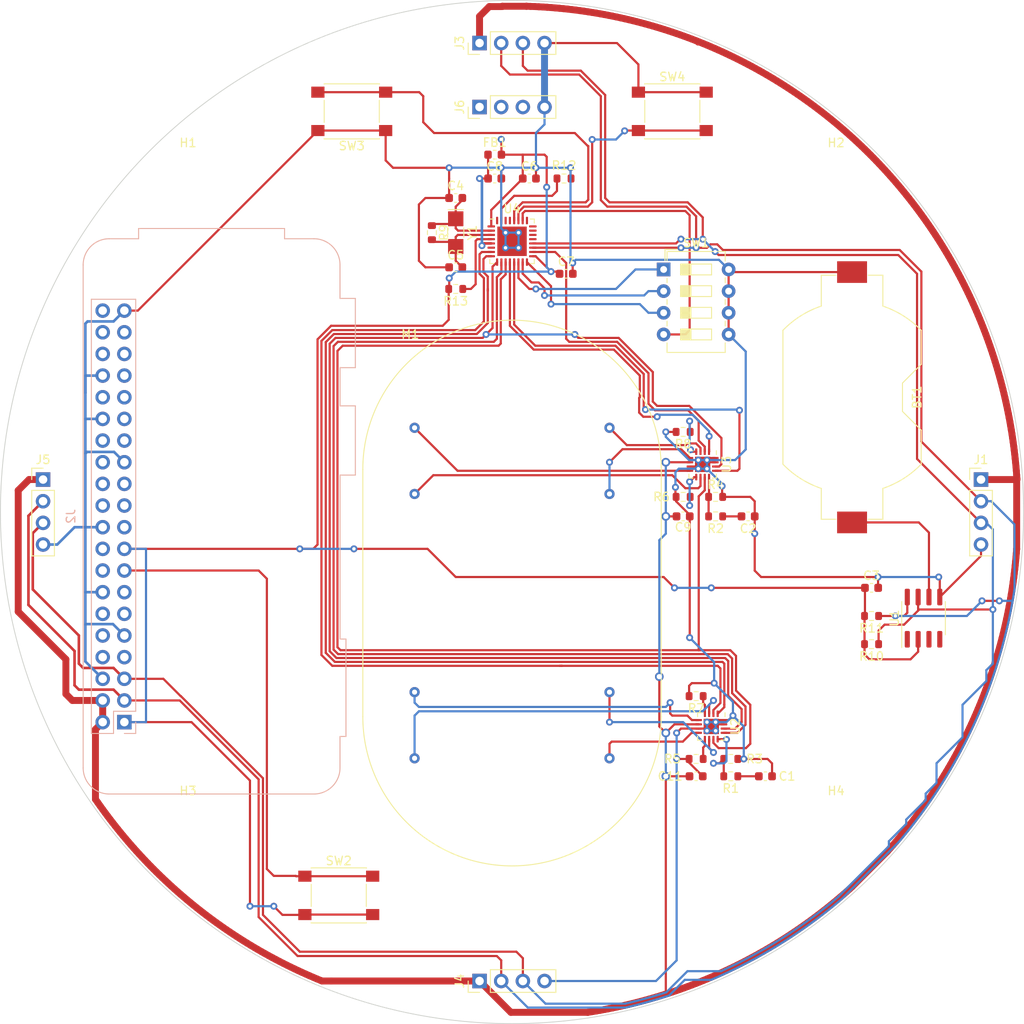
<source format=kicad_pcb>
(kicad_pcb (version 20171130) (host pcbnew "(5.1.9-0-10_14)")

  (general
    (thickness 1.6)
    (drawings 1)
    (tracks 1341)
    (zones 0)
    (modules 45)
    (nets 83)
  )

  (page A4)
  (layers
    (0 F.Cu signal)
    (31 B.Cu signal)
    (32 B.Adhes user)
    (33 F.Adhes user)
    (34 B.Paste user)
    (35 F.Paste user)
    (36 B.SilkS user)
    (37 F.SilkS user)
    (38 B.Mask user)
    (39 F.Mask user)
    (40 Dwgs.User user)
    (41 Cmts.User user)
    (42 Eco1.User user)
    (43 Eco2.User user)
    (44 Edge.Cuts user)
    (45 Margin user)
    (46 B.CrtYd user)
    (47 F.CrtYd user)
    (48 B.Fab user hide)
    (49 F.Fab user hide)
  )

  (setup
    (last_trace_width 0.254)
    (user_trace_width 0.254)
    (user_trace_width 0.3048)
    (user_trace_width 0.8128)
    (trace_clearance 0.2032)
    (zone_clearance 0.508)
    (zone_45_only no)
    (trace_min 0.2)
    (via_size 0.8128)
    (via_drill 0.4064)
    (via_min_size 0.4)
    (via_min_drill 0.3)
    (user_via 0.8128 0.4064)
    (uvia_size 0.3048)
    (uvia_drill 0.1016)
    (uvias_allowed no)
    (uvia_min_size 0.2)
    (uvia_min_drill 0.1)
    (edge_width 0.1)
    (segment_width 0.2)
    (pcb_text_width 0.3)
    (pcb_text_size 1.5 1.5)
    (mod_edge_width 0.15)
    (mod_text_size 1 1)
    (mod_text_width 0.15)
    (pad_size 1.524 1.524)
    (pad_drill 0.762)
    (pad_to_mask_clearance 0)
    (aux_axis_origin 0 0)
    (visible_elements FFFFFF7F)
    (pcbplotparams
      (layerselection 0x010fc_ffffffff)
      (usegerberextensions false)
      (usegerberattributes true)
      (usegerberadvancedattributes true)
      (creategerberjobfile true)
      (excludeedgelayer true)
      (linewidth 0.100000)
      (plotframeref false)
      (viasonmask false)
      (mode 1)
      (useauxorigin false)
      (hpglpennumber 1)
      (hpglpenspeed 20)
      (hpglpendiameter 15.000000)
      (psnegative false)
      (psa4output false)
      (plotreference true)
      (plotvalue true)
      (plotinvisibletext false)
      (padsonsilk false)
      (subtractmaskfromsilk false)
      (outputformat 1)
      (mirror false)
      (drillshape 1)
      (scaleselection 1)
      (outputdirectory ""))
  )

  (net 0 "")
  (net 1 GND)
  (net 2 "Net-(BT1-Pad1)")
  (net 3 "Net-(C1-Pad2)")
  (net 4 "Net-(C2-Pad2)")
  (net 5 +3V3)
  (net 6 "Net-(C4-Pad2)")
  (net 7 "Net-(C5-Pad2)")
  (net 8 +3.3VA)
  (net 9 I2C_SDA)
  (net 10 I2C_CLK)
  (net 11 +5V)
  (net 12 "Net-(J2-Pad40)")
  (net 13 "Net-(J2-Pad38)")
  (net 14 "Net-(J2-Pad37)")
  (net 15 "Net-(J2-Pad36)")
  (net 16 "Net-(J2-Pad35)")
  (net 17 "Net-(J2-Pad33)")
  (net 18 "Net-(J2-Pad32)")
  (net 19 "Net-(J2-Pad31)")
  (net 20 "Net-(J2-Pad29)")
  (net 21 "Net-(J2-Pad28)")
  (net 22 "Net-(J2-Pad27)")
  (net 23 "Net-(J2-Pad26)")
  (net 24 "Net-(J2-Pad24)")
  (net 25 "Net-(J2-Pad23)")
  (net 26 "Net-(J2-Pad22)")
  (net 27 "Net-(J2-Pad21)")
  (net 28 "Net-(J2-Pad19)")
  (net 29 "Net-(J2-Pad18)")
  (net 30 "Net-(J2-Pad16)")
  (net 31 PiOnOFF)
  (net 32 "Net-(J2-Pad13)")
  (net 33 "Net-(J2-Pad12)")
  (net 34 "Net-(J2-Pad11)")
  (net 35 "Net-(J2-Pad10)")
  (net 36 "Net-(J2-Pad8)")
  (net 37 "Net-(J2-Pad7)")
  (net 38 SDC)
  (net 39 SDO)
  (net 40 +3v3)
  (net 41 "Net-(R1-Pad2)")
  (net 42 "Net-(R2-Pad2)")
  (net 43 "Net-(R5-Pad1)")
  (net 44 "Net-(R6-Pad1)")
  (net 45 "Net-(R7-Pad1)")
  (net 46 "Net-(R8-Pad1)")
  (net 47 ADDR3)
  (net 48 ADDR2)
  (net 49 ADDR1)
  (net 50 ADDR0)
  (net 51 MCU_BUT_PLUS)
  (net 52 MCU_BUT_MIN)
  (net 53 RTC_RST)
  (net 54 "Net-(U1-Pad3)")
  (net 55 "Net-(U1-Pad1)")
  (net 56 MOT_RST)
  (net 57 MOT_EN0)
  (net 58 MOT_REF1)
  (net 59 MOT_STCK0)
  (net 60 MOT_DIR0)
  (net 61 MOT_EN1)
  (net 62 MOT_STCK1)
  (net 63 MOT_DIR1)
  (net 64 "Net-(U4-Pad32)")
  (net 65 "Net-(U4-Pad30)")
  (net 66 "Net-(U4-Pad29)")
  (net 67 "Net-(U4-Pad25)")
  (net 68 "Net-(U4-Pad24)")
  (net 69 "Net-(U4-Pad23)")
  (net 70 "Net-(U4-Pad22)")
  (net 71 /MOT_B4)
  (net 72 /MOT_B3)
  (net 73 /MOT_A2)
  (net 74 /MOT_A1)
  (net 75 /MOT_A4)
  (net 76 /MOT_A3)
  (net 77 /MOT_B2)
  (net 78 /MOT_B1)
  (net 79 /BOOT0)
  (net 80 /nRST)
  (net 81 "Net-(U4-Pad21)")
  (net 82 "Net-(U4-Pad6)")

  (net_class Default "This is the default net class."
    (clearance 0.2032)
    (trace_width 0.254)
    (via_dia 0.8128)
    (via_drill 0.4064)
    (uvia_dia 0.3048)
    (uvia_drill 0.1016)
    (diff_pair_width 0.2032)
    (diff_pair_gap 0.254)
    (add_net /BOOT0)
    (add_net /MOT_A1)
    (add_net /MOT_A2)
    (add_net /MOT_A3)
    (add_net /MOT_A4)
    (add_net /MOT_B1)
    (add_net /MOT_B2)
    (add_net /MOT_B3)
    (add_net /MOT_B4)
    (add_net /nRST)
    (add_net "Net-(U4-Pad21)")
    (add_net "Net-(U4-Pad6)")
  )

  (net_class 5v ""
    (clearance 0.2032)
    (trace_width 0.8128)
    (via_dia 1.016)
    (via_drill 0.6096)
    (uvia_dia 0.3048)
    (uvia_drill 0.1016)
    (diff_pair_width 0.2032)
    (diff_pair_gap 0.254)
    (add_net +5V)
  )

  (net_class Power ""
    (clearance 0.2032)
    (trace_width 0.3048)
    (via_dia 0.8128)
    (via_drill 0.4064)
    (uvia_dia 0.3048)
    (uvia_drill 0.1016)
    (diff_pair_width 0.2032)
    (diff_pair_gap 0.254)
    (add_net +3.3VA)
    (add_net +3V3)
    (add_net +3v3)
    (add_net ADDR0)
    (add_net ADDR1)
    (add_net ADDR2)
    (add_net ADDR3)
    (add_net GND)
    (add_net I2C_CLK)
    (add_net I2C_SDA)
    (add_net MCU_BUT_MIN)
    (add_net MCU_BUT_PLUS)
    (add_net MOT_DIR0)
    (add_net MOT_DIR1)
    (add_net MOT_EN0)
    (add_net MOT_EN1)
    (add_net MOT_REF1)
    (add_net MOT_RST)
    (add_net MOT_STCK0)
    (add_net MOT_STCK1)
    (add_net "Net-(BT1-Pad1)")
    (add_net "Net-(C1-Pad2)")
    (add_net "Net-(C2-Pad2)")
    (add_net "Net-(C4-Pad2)")
    (add_net "Net-(C5-Pad2)")
    (add_net "Net-(J2-Pad10)")
    (add_net "Net-(J2-Pad11)")
    (add_net "Net-(J2-Pad12)")
    (add_net "Net-(J2-Pad13)")
    (add_net "Net-(J2-Pad16)")
    (add_net "Net-(J2-Pad18)")
    (add_net "Net-(J2-Pad19)")
    (add_net "Net-(J2-Pad21)")
    (add_net "Net-(J2-Pad22)")
    (add_net "Net-(J2-Pad23)")
    (add_net "Net-(J2-Pad24)")
    (add_net "Net-(J2-Pad26)")
    (add_net "Net-(J2-Pad27)")
    (add_net "Net-(J2-Pad28)")
    (add_net "Net-(J2-Pad29)")
    (add_net "Net-(J2-Pad31)")
    (add_net "Net-(J2-Pad32)")
    (add_net "Net-(J2-Pad33)")
    (add_net "Net-(J2-Pad35)")
    (add_net "Net-(J2-Pad36)")
    (add_net "Net-(J2-Pad37)")
    (add_net "Net-(J2-Pad38)")
    (add_net "Net-(J2-Pad40)")
    (add_net "Net-(J2-Pad7)")
    (add_net "Net-(J2-Pad8)")
    (add_net "Net-(R1-Pad2)")
    (add_net "Net-(R2-Pad2)")
    (add_net "Net-(R5-Pad1)")
    (add_net "Net-(R6-Pad1)")
    (add_net "Net-(R7-Pad1)")
    (add_net "Net-(R8-Pad1)")
    (add_net "Net-(U1-Pad1)")
    (add_net "Net-(U1-Pad3)")
    (add_net "Net-(U4-Pad22)")
    (add_net "Net-(U4-Pad23)")
    (add_net "Net-(U4-Pad24)")
    (add_net "Net-(U4-Pad25)")
    (add_net "Net-(U4-Pad29)")
    (add_net "Net-(U4-Pad30)")
    (add_net "Net-(U4-Pad32)")
    (add_net PiOnOFF)
    (add_net RTC_RST)
    (add_net SDC)
    (add_net SDO)
  )

  (module Button_Switch_THT:SW_DIP_SPSTx04_Slide_6.7x11.72mm_W7.62mm_P2.54mm_LowProfile (layer F.Cu) (tedit 5A4E1404) (tstamp 606DFACF)
    (at 17.78 -28.448)
    (descr "4x-dip-switch SPST , Slide, row spacing 7.62 mm (300 mils), body size 6.7x11.72mm (see e.g. https://www.ctscorp.com/wp-content/uploads/209-210.pdf), LowProfile")
    (tags "DIP Switch SPST Slide 7.62mm 300mil LowProfile")
    (path /60BCB5AC)
    (fp_text reference SW1 (at 3.81 -3.11) (layer F.SilkS)
      (effects (font (size 1 1) (thickness 0.15)))
    )
    (fp_text value SW_DIP_x04 (at 3.81 10.73) (layer F.Fab)
      (effects (font (size 1 1) (thickness 0.15)))
    )
    (fp_text user on (at 4.485 -1.3425) (layer F.Fab)
      (effects (font (size 0.8 0.8) (thickness 0.12)))
    )
    (fp_text user %R (at 6.39 3.81 90) (layer F.Fab)
      (effects (font (size 0.8 0.8) (thickness 0.12)))
    )
    (fp_line (start 1.46 -2.05) (end 7.16 -2.05) (layer F.Fab) (width 0.1))
    (fp_line (start 7.16 -2.05) (end 7.16 9.67) (layer F.Fab) (width 0.1))
    (fp_line (start 7.16 9.67) (end 0.46 9.67) (layer F.Fab) (width 0.1))
    (fp_line (start 0.46 9.67) (end 0.46 -1.05) (layer F.Fab) (width 0.1))
    (fp_line (start 0.46 -1.05) (end 1.46 -2.05) (layer F.Fab) (width 0.1))
    (fp_line (start 2 -0.635) (end 2 0.635) (layer F.Fab) (width 0.1))
    (fp_line (start 2 0.635) (end 5.62 0.635) (layer F.Fab) (width 0.1))
    (fp_line (start 5.62 0.635) (end 5.62 -0.635) (layer F.Fab) (width 0.1))
    (fp_line (start 5.62 -0.635) (end 2 -0.635) (layer F.Fab) (width 0.1))
    (fp_line (start 2 -0.535) (end 3.206667 -0.535) (layer F.Fab) (width 0.1))
    (fp_line (start 2 -0.435) (end 3.206667 -0.435) (layer F.Fab) (width 0.1))
    (fp_line (start 2 -0.335) (end 3.206667 -0.335) (layer F.Fab) (width 0.1))
    (fp_line (start 2 -0.235) (end 3.206667 -0.235) (layer F.Fab) (width 0.1))
    (fp_line (start 2 -0.135) (end 3.206667 -0.135) (layer F.Fab) (width 0.1))
    (fp_line (start 2 -0.035) (end 3.206667 -0.035) (layer F.Fab) (width 0.1))
    (fp_line (start 2 0.065) (end 3.206667 0.065) (layer F.Fab) (width 0.1))
    (fp_line (start 2 0.165) (end 3.206667 0.165) (layer F.Fab) (width 0.1))
    (fp_line (start 2 0.265) (end 3.206667 0.265) (layer F.Fab) (width 0.1))
    (fp_line (start 2 0.365) (end 3.206667 0.365) (layer F.Fab) (width 0.1))
    (fp_line (start 2 0.465) (end 3.206667 0.465) (layer F.Fab) (width 0.1))
    (fp_line (start 2 0.565) (end 3.206667 0.565) (layer F.Fab) (width 0.1))
    (fp_line (start 3.206667 -0.635) (end 3.206667 0.635) (layer F.Fab) (width 0.1))
    (fp_line (start 2 1.905) (end 2 3.175) (layer F.Fab) (width 0.1))
    (fp_line (start 2 3.175) (end 5.62 3.175) (layer F.Fab) (width 0.1))
    (fp_line (start 5.62 3.175) (end 5.62 1.905) (layer F.Fab) (width 0.1))
    (fp_line (start 5.62 1.905) (end 2 1.905) (layer F.Fab) (width 0.1))
    (fp_line (start 2 2.005) (end 3.206667 2.005) (layer F.Fab) (width 0.1))
    (fp_line (start 2 2.105) (end 3.206667 2.105) (layer F.Fab) (width 0.1))
    (fp_line (start 2 2.205) (end 3.206667 2.205) (layer F.Fab) (width 0.1))
    (fp_line (start 2 2.305) (end 3.206667 2.305) (layer F.Fab) (width 0.1))
    (fp_line (start 2 2.405) (end 3.206667 2.405) (layer F.Fab) (width 0.1))
    (fp_line (start 2 2.505) (end 3.206667 2.505) (layer F.Fab) (width 0.1))
    (fp_line (start 2 2.605) (end 3.206667 2.605) (layer F.Fab) (width 0.1))
    (fp_line (start 2 2.705) (end 3.206667 2.705) (layer F.Fab) (width 0.1))
    (fp_line (start 2 2.805) (end 3.206667 2.805) (layer F.Fab) (width 0.1))
    (fp_line (start 2 2.905) (end 3.206667 2.905) (layer F.Fab) (width 0.1))
    (fp_line (start 2 3.005) (end 3.206667 3.005) (layer F.Fab) (width 0.1))
    (fp_line (start 2 3.105) (end 3.206667 3.105) (layer F.Fab) (width 0.1))
    (fp_line (start 3.206667 1.905) (end 3.206667 3.175) (layer F.Fab) (width 0.1))
    (fp_line (start 2 4.445) (end 2 5.715) (layer F.Fab) (width 0.1))
    (fp_line (start 2 5.715) (end 5.62 5.715) (layer F.Fab) (width 0.1))
    (fp_line (start 5.62 5.715) (end 5.62 4.445) (layer F.Fab) (width 0.1))
    (fp_line (start 5.62 4.445) (end 2 4.445) (layer F.Fab) (width 0.1))
    (fp_line (start 2 4.545) (end 3.206667 4.545) (layer F.Fab) (width 0.1))
    (fp_line (start 2 4.645) (end 3.206667 4.645) (layer F.Fab) (width 0.1))
    (fp_line (start 2 4.745) (end 3.206667 4.745) (layer F.Fab) (width 0.1))
    (fp_line (start 2 4.845) (end 3.206667 4.845) (layer F.Fab) (width 0.1))
    (fp_line (start 2 4.945) (end 3.206667 4.945) (layer F.Fab) (width 0.1))
    (fp_line (start 2 5.045) (end 3.206667 5.045) (layer F.Fab) (width 0.1))
    (fp_line (start 2 5.145) (end 3.206667 5.145) (layer F.Fab) (width 0.1))
    (fp_line (start 2 5.245) (end 3.206667 5.245) (layer F.Fab) (width 0.1))
    (fp_line (start 2 5.345) (end 3.206667 5.345) (layer F.Fab) (width 0.1))
    (fp_line (start 2 5.445) (end 3.206667 5.445) (layer F.Fab) (width 0.1))
    (fp_line (start 2 5.545) (end 3.206667 5.545) (layer F.Fab) (width 0.1))
    (fp_line (start 2 5.645) (end 3.206667 5.645) (layer F.Fab) (width 0.1))
    (fp_line (start 3.206667 4.445) (end 3.206667 5.715) (layer F.Fab) (width 0.1))
    (fp_line (start 2 6.985) (end 2 8.255) (layer F.Fab) (width 0.1))
    (fp_line (start 2 8.255) (end 5.62 8.255) (layer F.Fab) (width 0.1))
    (fp_line (start 5.62 8.255) (end 5.62 6.985) (layer F.Fab) (width 0.1))
    (fp_line (start 5.62 6.985) (end 2 6.985) (layer F.Fab) (width 0.1))
    (fp_line (start 2 7.085) (end 3.206667 7.085) (layer F.Fab) (width 0.1))
    (fp_line (start 2 7.185) (end 3.206667 7.185) (layer F.Fab) (width 0.1))
    (fp_line (start 2 7.285) (end 3.206667 7.285) (layer F.Fab) (width 0.1))
    (fp_line (start 2 7.385) (end 3.206667 7.385) (layer F.Fab) (width 0.1))
    (fp_line (start 2 7.485) (end 3.206667 7.485) (layer F.Fab) (width 0.1))
    (fp_line (start 2 7.585) (end 3.206667 7.585) (layer F.Fab) (width 0.1))
    (fp_line (start 2 7.685) (end 3.206667 7.685) (layer F.Fab) (width 0.1))
    (fp_line (start 2 7.785) (end 3.206667 7.785) (layer F.Fab) (width 0.1))
    (fp_line (start 2 7.885) (end 3.206667 7.885) (layer F.Fab) (width 0.1))
    (fp_line (start 2 7.985) (end 3.206667 7.985) (layer F.Fab) (width 0.1))
    (fp_line (start 2 8.085) (end 3.206667 8.085) (layer F.Fab) (width 0.1))
    (fp_line (start 2 8.185) (end 3.206667 8.185) (layer F.Fab) (width 0.1))
    (fp_line (start 3.206667 6.985) (end 3.206667 8.255) (layer F.Fab) (width 0.1))
    (fp_line (start 0.4 -2.11) (end 7.221 -2.11) (layer F.SilkS) (width 0.12))
    (fp_line (start 0.4 9.73) (end 7.221 9.73) (layer F.SilkS) (width 0.12))
    (fp_line (start 0.4 -2.11) (end 0.4 -1.04) (layer F.SilkS) (width 0.12))
    (fp_line (start 0.4 1.04) (end 0.4 1.551) (layer F.SilkS) (width 0.12))
    (fp_line (start 0.4 3.53) (end 0.4 4.091) (layer F.SilkS) (width 0.12))
    (fp_line (start 0.4 6.07) (end 0.4 6.631) (layer F.SilkS) (width 0.12))
    (fp_line (start 0.4 8.61) (end 0.4 9.73) (layer F.SilkS) (width 0.12))
    (fp_line (start 7.221 8.61) (end 7.221 9.73) (layer F.SilkS) (width 0.12))
    (fp_line (start 7.221 6.07) (end 7.221 6.631) (layer F.SilkS) (width 0.12))
    (fp_line (start 7.221 3.53) (end 7.221 4.091) (layer F.SilkS) (width 0.12))
    (fp_line (start 7.221 -2.11) (end 7.221 -0.99) (layer F.SilkS) (width 0.12))
    (fp_line (start 7.221 0.99) (end 7.221 1.551) (layer F.SilkS) (width 0.12))
    (fp_line (start 0.16 -2.35) (end 1.543 -2.35) (layer F.SilkS) (width 0.12))
    (fp_line (start 0.16 -2.35) (end 0.16 -1.04) (layer F.SilkS) (width 0.12))
    (fp_line (start 2 -0.635) (end 2 0.635) (layer F.SilkS) (width 0.12))
    (fp_line (start 2 0.635) (end 5.62 0.635) (layer F.SilkS) (width 0.12))
    (fp_line (start 5.62 0.635) (end 5.62 -0.635) (layer F.SilkS) (width 0.12))
    (fp_line (start 5.62 -0.635) (end 2 -0.635) (layer F.SilkS) (width 0.12))
    (fp_line (start 2 -0.515) (end 3.206667 -0.515) (layer F.SilkS) (width 0.12))
    (fp_line (start 2 -0.395) (end 3.206667 -0.395) (layer F.SilkS) (width 0.12))
    (fp_line (start 2 -0.275) (end 3.206667 -0.275) (layer F.SilkS) (width 0.12))
    (fp_line (start 2 -0.155) (end 3.206667 -0.155) (layer F.SilkS) (width 0.12))
    (fp_line (start 2 -0.035) (end 3.206667 -0.035) (layer F.SilkS) (width 0.12))
    (fp_line (start 2 0.085) (end 3.206667 0.085) (layer F.SilkS) (width 0.12))
    (fp_line (start 2 0.205) (end 3.206667 0.205) (layer F.SilkS) (width 0.12))
    (fp_line (start 2 0.325) (end 3.206667 0.325) (layer F.SilkS) (width 0.12))
    (fp_line (start 2 0.445) (end 3.206667 0.445) (layer F.SilkS) (width 0.12))
    (fp_line (start 2 0.565) (end 3.206667 0.565) (layer F.SilkS) (width 0.12))
    (fp_line (start 3.206667 -0.635) (end 3.206667 0.635) (layer F.SilkS) (width 0.12))
    (fp_line (start 2 1.905) (end 2 3.175) (layer F.SilkS) (width 0.12))
    (fp_line (start 2 3.175) (end 5.62 3.175) (layer F.SilkS) (width 0.12))
    (fp_line (start 5.62 3.175) (end 5.62 1.905) (layer F.SilkS) (width 0.12))
    (fp_line (start 5.62 1.905) (end 2 1.905) (layer F.SilkS) (width 0.12))
    (fp_line (start 2 2.025) (end 3.206667 2.025) (layer F.SilkS) (width 0.12))
    (fp_line (start 2 2.145) (end 3.206667 2.145) (layer F.SilkS) (width 0.12))
    (fp_line (start 2 2.265) (end 3.206667 2.265) (layer F.SilkS) (width 0.12))
    (fp_line (start 2 2.385) (end 3.206667 2.385) (layer F.SilkS) (width 0.12))
    (fp_line (start 2 2.505) (end 3.206667 2.505) (layer F.SilkS) (width 0.12))
    (fp_line (start 2 2.625) (end 3.206667 2.625) (layer F.SilkS) (width 0.12))
    (fp_line (start 2 2.745) (end 3.206667 2.745) (layer F.SilkS) (width 0.12))
    (fp_line (start 2 2.865) (end 3.206667 2.865) (layer F.SilkS) (width 0.12))
    (fp_line (start 2 2.985) (end 3.206667 2.985) (layer F.SilkS) (width 0.12))
    (fp_line (start 2 3.105) (end 3.206667 3.105) (layer F.SilkS) (width 0.12))
    (fp_line (start 3.206667 1.905) (end 3.206667 3.175) (layer F.SilkS) (width 0.12))
    (fp_line (start 2 4.445) (end 2 5.715) (layer F.SilkS) (width 0.12))
    (fp_line (start 2 5.715) (end 5.62 5.715) (layer F.SilkS) (width 0.12))
    (fp_line (start 5.62 5.715) (end 5.62 4.445) (layer F.SilkS) (width 0.12))
    (fp_line (start 5.62 4.445) (end 2 4.445) (layer F.SilkS) (width 0.12))
    (fp_line (start 2 4.565) (end 3.206667 4.565) (layer F.SilkS) (width 0.12))
    (fp_line (start 2 4.685) (end 3.206667 4.685) (layer F.SilkS) (width 0.12))
    (fp_line (start 2 4.805) (end 3.206667 4.805) (layer F.SilkS) (width 0.12))
    (fp_line (start 2 4.925) (end 3.206667 4.925) (layer F.SilkS) (width 0.12))
    (fp_line (start 2 5.045) (end 3.206667 5.045) (layer F.SilkS) (width 0.12))
    (fp_line (start 2 5.165) (end 3.206667 5.165) (layer F.SilkS) (width 0.12))
    (fp_line (start 2 5.285) (end 3.206667 5.285) (layer F.SilkS) (width 0.12))
    (fp_line (start 2 5.405) (end 3.206667 5.405) (layer F.SilkS) (width 0.12))
    (fp_line (start 2 5.525) (end 3.206667 5.525) (layer F.SilkS) (width 0.12))
    (fp_line (start 2 5.645) (end 3.206667 5.645) (layer F.SilkS) (width 0.12))
    (fp_line (start 3.206667 4.445) (end 3.206667 5.715) (layer F.SilkS) (width 0.12))
    (fp_line (start 2 6.985) (end 2 8.255) (layer F.SilkS) (width 0.12))
    (fp_line (start 2 8.255) (end 5.62 8.255) (layer F.SilkS) (width 0.12))
    (fp_line (start 5.62 8.255) (end 5.62 6.985) (layer F.SilkS) (width 0.12))
    (fp_line (start 5.62 6.985) (end 2 6.985) (layer F.SilkS) (width 0.12))
    (fp_line (start 2 7.105) (end 3.206667 7.105) (layer F.SilkS) (width 0.12))
    (fp_line (start 2 7.225) (end 3.206667 7.225) (layer F.SilkS) (width 0.12))
    (fp_line (start 2 7.345) (end 3.206667 7.345) (layer F.SilkS) (width 0.12))
    (fp_line (start 2 7.465) (end 3.206667 7.465) (layer F.SilkS) (width 0.12))
    (fp_line (start 2 7.585) (end 3.206667 7.585) (layer F.SilkS) (width 0.12))
    (fp_line (start 2 7.705) (end 3.206667 7.705) (layer F.SilkS) (width 0.12))
    (fp_line (start 2 7.825) (end 3.206667 7.825) (layer F.SilkS) (width 0.12))
    (fp_line (start 2 7.945) (end 3.206667 7.945) (layer F.SilkS) (width 0.12))
    (fp_line (start 2 8.065) (end 3.206667 8.065) (layer F.SilkS) (width 0.12))
    (fp_line (start 2 8.185) (end 3.206667 8.185) (layer F.SilkS) (width 0.12))
    (fp_line (start 3.206667 6.985) (end 3.206667 8.255) (layer F.SilkS) (width 0.12))
    (fp_line (start -1.1 -2.4) (end -1.1 10) (layer F.CrtYd) (width 0.05))
    (fp_line (start -1.1 10) (end 8.7 10) (layer F.CrtYd) (width 0.05))
    (fp_line (start 8.7 10) (end 8.7 -2.4) (layer F.CrtYd) (width 0.05))
    (fp_line (start 8.7 -2.4) (end -1.1 -2.4) (layer F.CrtYd) (width 0.05))
    (pad 8 thru_hole oval (at 7.62 0) (size 1.6 1.6) (drill 0.8) (layers *.Cu *.Mask)
      (net 1 GND))
    (pad 4 thru_hole oval (at 0 7.62) (size 1.6 1.6) (drill 0.8) (layers *.Cu *.Mask)
      (net 47 ADDR3))
    (pad 7 thru_hole oval (at 7.62 2.54) (size 1.6 1.6) (drill 0.8) (layers *.Cu *.Mask)
      (net 1 GND))
    (pad 3 thru_hole oval (at 0 5.08) (size 1.6 1.6) (drill 0.8) (layers *.Cu *.Mask)
      (net 48 ADDR2))
    (pad 6 thru_hole oval (at 7.62 5.08) (size 1.6 1.6) (drill 0.8) (layers *.Cu *.Mask)
      (net 1 GND))
    (pad 2 thru_hole oval (at 0 2.54) (size 1.6 1.6) (drill 0.8) (layers *.Cu *.Mask)
      (net 49 ADDR1))
    (pad 5 thru_hole oval (at 7.62 7.62) (size 1.6 1.6) (drill 0.8) (layers *.Cu *.Mask)
      (net 1 GND))
    (pad 1 thru_hole rect (at 0 0) (size 1.6 1.6) (drill 0.8) (layers *.Cu *.Mask)
      (net 50 ADDR0))
    (model ${KISYS3DMOD}/Button_Switch_THT.3dshapes/SW_DIP_SPSTx04_Slide_6.7x11.72mm_W7.62mm_P2.54mm_LowProfile.wrl
      (at (xyz 0 0 0))
      (scale (xyz 1 1 1))
      (rotate (xyz 0 0 90))
    )
  )

  (module Resistor_SMD:R_0603_1608Metric (layer F.Cu) (tedit 5F68FEEE) (tstamp 606DA93D)
    (at -6.604 -26.162 180)
    (descr "Resistor SMD 0603 (1608 Metric), square (rectangular) end terminal, IPC_7351 nominal, (Body size source: IPC-SM-782 page 72, https://www.pcb-3d.com/wordpress/wp-content/uploads/ipc-sm-782a_amendment_1_and_2.pdf), generated with kicad-footprint-generator")
    (tags resistor)
    (path /60E1B8C5)
    (attr smd)
    (fp_text reference R13 (at 0 -1.43) (layer F.SilkS)
      (effects (font (size 1 1) (thickness 0.15)))
    )
    (fp_text value 10K (at 0 1.43) (layer F.Fab)
      (effects (font (size 1 1) (thickness 0.15)))
    )
    (fp_text user %R (at 0 0) (layer F.Fab)
      (effects (font (size 0.4 0.4) (thickness 0.06)))
    )
    (fp_line (start -0.8 0.4125) (end -0.8 -0.4125) (layer F.Fab) (width 0.1))
    (fp_line (start -0.8 -0.4125) (end 0.8 -0.4125) (layer F.Fab) (width 0.1))
    (fp_line (start 0.8 -0.4125) (end 0.8 0.4125) (layer F.Fab) (width 0.1))
    (fp_line (start 0.8 0.4125) (end -0.8 0.4125) (layer F.Fab) (width 0.1))
    (fp_line (start -0.237258 -0.5225) (end 0.237258 -0.5225) (layer F.SilkS) (width 0.12))
    (fp_line (start -0.237258 0.5225) (end 0.237258 0.5225) (layer F.SilkS) (width 0.12))
    (fp_line (start -1.48 0.73) (end -1.48 -0.73) (layer F.CrtYd) (width 0.05))
    (fp_line (start -1.48 -0.73) (end 1.48 -0.73) (layer F.CrtYd) (width 0.05))
    (fp_line (start 1.48 -0.73) (end 1.48 0.73) (layer F.CrtYd) (width 0.05))
    (fp_line (start 1.48 0.73) (end -1.48 0.73) (layer F.CrtYd) (width 0.05))
    (pad 2 smd roundrect (at 0.825 0 180) (size 0.8 0.95) (layers F.Cu F.Paste F.Mask) (roundrect_rratio 0.25)
      (net 5 +3V3))
    (pad 1 smd roundrect (at -0.825 0 180) (size 0.8 0.95) (layers F.Cu F.Paste F.Mask) (roundrect_rratio 0.25)
      (net 80 /nRST))
    (model ${KISYS3DMOD}/Resistor_SMD.3dshapes/R_0603_1608Metric.wrl
      (at (xyz 0 0 0))
      (scale (xyz 1 1 1))
      (rotate (xyz 0 0 0))
    )
  )

  (module Resistor_SMD:R_0603_1608Metric (layer F.Cu) (tedit 5F68FEEE) (tstamp 606DA90D)
    (at 6.096 -39.116 180)
    (descr "Resistor SMD 0603 (1608 Metric), square (rectangular) end terminal, IPC_7351 nominal, (Body size source: IPC-SM-782 page 72, https://www.pcb-3d.com/wordpress/wp-content/uploads/ipc-sm-782a_amendment_1_and_2.pdf), generated with kicad-footprint-generator")
    (tags resistor)
    (path /60E1C117)
    (attr smd)
    (fp_text reference R12 (at 0 1.524) (layer F.SilkS)
      (effects (font (size 1 1) (thickness 0.15)))
    )
    (fp_text value 10K (at 0 1.43) (layer F.Fab)
      (effects (font (size 1 1) (thickness 0.15)))
    )
    (fp_text user %R (at 0 0) (layer F.Fab)
      (effects (font (size 0.4 0.4) (thickness 0.06)))
    )
    (fp_line (start -0.8 0.4125) (end -0.8 -0.4125) (layer F.Fab) (width 0.1))
    (fp_line (start -0.8 -0.4125) (end 0.8 -0.4125) (layer F.Fab) (width 0.1))
    (fp_line (start 0.8 -0.4125) (end 0.8 0.4125) (layer F.Fab) (width 0.1))
    (fp_line (start 0.8 0.4125) (end -0.8 0.4125) (layer F.Fab) (width 0.1))
    (fp_line (start -0.237258 -0.5225) (end 0.237258 -0.5225) (layer F.SilkS) (width 0.12))
    (fp_line (start -0.237258 0.5225) (end 0.237258 0.5225) (layer F.SilkS) (width 0.12))
    (fp_line (start -1.48 0.73) (end -1.48 -0.73) (layer F.CrtYd) (width 0.05))
    (fp_line (start -1.48 -0.73) (end 1.48 -0.73) (layer F.CrtYd) (width 0.05))
    (fp_line (start 1.48 -0.73) (end 1.48 0.73) (layer F.CrtYd) (width 0.05))
    (fp_line (start 1.48 0.73) (end -1.48 0.73) (layer F.CrtYd) (width 0.05))
    (pad 2 smd roundrect (at 0.825 0 180) (size 0.8 0.95) (layers F.Cu F.Paste F.Mask) (roundrect_rratio 0.25)
      (net 79 /BOOT0))
    (pad 1 smd roundrect (at -0.825 0 180) (size 0.8 0.95) (layers F.Cu F.Paste F.Mask) (roundrect_rratio 0.25)
      (net 1 GND))
    (model ${KISYS3DMOD}/Resistor_SMD.3dshapes/R_0603_1608Metric.wrl
      (at (xyz 0 0 0))
      (scale (xyz 1 1 1))
      (rotate (xyz 0 0 0))
    )
  )

  (module Resistor_SMD:R_0603_1608Metric (layer F.Cu) (tedit 5F68FEEE) (tstamp 606DA32B)
    (at 42.164 12.192 180)
    (descr "Resistor SMD 0603 (1608 Metric), square (rectangular) end terminal, IPC_7351 nominal, (Body size source: IPC-SM-782 page 72, https://www.pcb-3d.com/wordpress/wp-content/uploads/ipc-sm-782a_amendment_1_and_2.pdf), generated with kicad-footprint-generator")
    (tags resistor)
    (path /60F388C1)
    (attr smd)
    (fp_text reference R11 (at 0 -1.43) (layer F.SilkS)
      (effects (font (size 1 1) (thickness 0.15)))
    )
    (fp_text value 1K (at 0 1.43) (layer F.Fab)
      (effects (font (size 1 1) (thickness 0.15)))
    )
    (fp_text user %R (at 0 0) (layer F.Fab)
      (effects (font (size 0.4 0.4) (thickness 0.06)))
    )
    (fp_line (start -0.8 0.4125) (end -0.8 -0.4125) (layer F.Fab) (width 0.1))
    (fp_line (start -0.8 -0.4125) (end 0.8 -0.4125) (layer F.Fab) (width 0.1))
    (fp_line (start 0.8 -0.4125) (end 0.8 0.4125) (layer F.Fab) (width 0.1))
    (fp_line (start 0.8 0.4125) (end -0.8 0.4125) (layer F.Fab) (width 0.1))
    (fp_line (start -0.237258 -0.5225) (end 0.237258 -0.5225) (layer F.SilkS) (width 0.12))
    (fp_line (start -0.237258 0.5225) (end 0.237258 0.5225) (layer F.SilkS) (width 0.12))
    (fp_line (start -1.48 0.73) (end -1.48 -0.73) (layer F.CrtYd) (width 0.05))
    (fp_line (start -1.48 -0.73) (end 1.48 -0.73) (layer F.CrtYd) (width 0.05))
    (fp_line (start 1.48 -0.73) (end 1.48 0.73) (layer F.CrtYd) (width 0.05))
    (fp_line (start 1.48 0.73) (end -1.48 0.73) (layer F.CrtYd) (width 0.05))
    (pad 2 smd roundrect (at 0.825 0 180) (size 0.8 0.95) (layers F.Cu F.Paste F.Mask) (roundrect_rratio 0.25)
      (net 5 +3V3))
    (pad 1 smd roundrect (at -0.825 0 180) (size 0.8 0.95) (layers F.Cu F.Paste F.Mask) (roundrect_rratio 0.25)
      (net 10 I2C_CLK))
    (model ${KISYS3DMOD}/Resistor_SMD.3dshapes/R_0603_1608Metric.wrl
      (at (xyz 0 0 0))
      (scale (xyz 1 1 1))
      (rotate (xyz 0 0 0))
    )
  )

  (module Resistor_SMD:R_0603_1608Metric (layer F.Cu) (tedit 5F68FEEE) (tstamp 606DC940)
    (at 42.164 15.494 180)
    (descr "Resistor SMD 0603 (1608 Metric), square (rectangular) end terminal, IPC_7351 nominal, (Body size source: IPC-SM-782 page 72, https://www.pcb-3d.com/wordpress/wp-content/uploads/ipc-sm-782a_amendment_1_and_2.pdf), generated with kicad-footprint-generator")
    (tags resistor)
    (path /60E52DDC)
    (attr smd)
    (fp_text reference R10 (at 0 -1.43) (layer F.SilkS)
      (effects (font (size 1 1) (thickness 0.15)))
    )
    (fp_text value 1K (at 0 1.43) (layer F.Fab)
      (effects (font (size 1 1) (thickness 0.15)))
    )
    (fp_text user %R (at 0 0) (layer F.Fab)
      (effects (font (size 0.4 0.4) (thickness 0.06)))
    )
    (fp_line (start -0.8 0.4125) (end -0.8 -0.4125) (layer F.Fab) (width 0.1))
    (fp_line (start -0.8 -0.4125) (end 0.8 -0.4125) (layer F.Fab) (width 0.1))
    (fp_line (start 0.8 -0.4125) (end 0.8 0.4125) (layer F.Fab) (width 0.1))
    (fp_line (start 0.8 0.4125) (end -0.8 0.4125) (layer F.Fab) (width 0.1))
    (fp_line (start -0.237258 -0.5225) (end 0.237258 -0.5225) (layer F.SilkS) (width 0.12))
    (fp_line (start -0.237258 0.5225) (end 0.237258 0.5225) (layer F.SilkS) (width 0.12))
    (fp_line (start -1.48 0.73) (end -1.48 -0.73) (layer F.CrtYd) (width 0.05))
    (fp_line (start -1.48 -0.73) (end 1.48 -0.73) (layer F.CrtYd) (width 0.05))
    (fp_line (start 1.48 -0.73) (end 1.48 0.73) (layer F.CrtYd) (width 0.05))
    (fp_line (start 1.48 0.73) (end -1.48 0.73) (layer F.CrtYd) (width 0.05))
    (pad 2 smd roundrect (at 0.825 0 180) (size 0.8 0.95) (layers F.Cu F.Paste F.Mask) (roundrect_rratio 0.25)
      (net 5 +3V3))
    (pad 1 smd roundrect (at -0.825 0 180) (size 0.8 0.95) (layers F.Cu F.Paste F.Mask) (roundrect_rratio 0.25)
      (net 9 I2C_SDA))
    (model ${KISYS3DMOD}/Resistor_SMD.3dshapes/R_0603_1608Metric.wrl
      (at (xyz 0 0 0))
      (scale (xyz 1 1 1))
      (rotate (xyz 0 0 0))
    )
  )

  (module Capacitor_SMD:C_0603_1608Metric (layer F.Cu) (tedit 5F68FEEE) (tstamp 606D9F8B)
    (at 21.59 30.988)
    (descr "Capacitor SMD 0603 (1608 Metric), square (rectangular) end terminal, IPC_7351 nominal, (Body size source: IPC-SM-782 page 76, https://www.pcb-3d.com/wordpress/wp-content/uploads/ipc-sm-782a_amendment_1_and_2.pdf), generated with kicad-footprint-generator")
    (tags capacitor)
    (path /60EA7EEB)
    (attr smd)
    (fp_text reference C11 (at -3.048 0) (layer F.SilkS)
      (effects (font (size 1 1) (thickness 0.15)))
    )
    (fp_text value 100nF (at 0 1.43) (layer F.Fab)
      (effects (font (size 1 1) (thickness 0.15)))
    )
    (fp_text user %R (at 0 0) (layer F.Fab)
      (effects (font (size 0.4 0.4) (thickness 0.06)))
    )
    (fp_line (start -0.8 0.4) (end -0.8 -0.4) (layer F.Fab) (width 0.1))
    (fp_line (start -0.8 -0.4) (end 0.8 -0.4) (layer F.Fab) (width 0.1))
    (fp_line (start 0.8 -0.4) (end 0.8 0.4) (layer F.Fab) (width 0.1))
    (fp_line (start 0.8 0.4) (end -0.8 0.4) (layer F.Fab) (width 0.1))
    (fp_line (start -0.14058 -0.51) (end 0.14058 -0.51) (layer F.SilkS) (width 0.12))
    (fp_line (start -0.14058 0.51) (end 0.14058 0.51) (layer F.SilkS) (width 0.12))
    (fp_line (start -1.48 0.73) (end -1.48 -0.73) (layer F.CrtYd) (width 0.05))
    (fp_line (start -1.48 -0.73) (end 1.48 -0.73) (layer F.CrtYd) (width 0.05))
    (fp_line (start 1.48 -0.73) (end 1.48 0.73) (layer F.CrtYd) (width 0.05))
    (fp_line (start 1.48 0.73) (end -1.48 0.73) (layer F.CrtYd) (width 0.05))
    (pad 2 smd roundrect (at 0.775 0) (size 0.9 0.95) (layers F.Cu F.Paste F.Mask) (roundrect_rratio 0.25)
      (net 1 GND))
    (pad 1 smd roundrect (at -0.775 0) (size 0.9 0.95) (layers F.Cu F.Paste F.Mask) (roundrect_rratio 0.25)
      (net 11 +5V))
    (model ${KISYS3DMOD}/Capacitor_SMD.3dshapes/C_0603_1608Metric.wrl
      (at (xyz 0 0 0))
      (scale (xyz 1 1 1))
      (rotate (xyz 0 0 0))
    )
  )

  (module Capacitor_SMD:C_0603_1608Metric (layer F.Cu) (tedit 5F68FEEE) (tstamp 606F0B3F)
    (at 20.066 0.508)
    (descr "Capacitor SMD 0603 (1608 Metric), square (rectangular) end terminal, IPC_7351 nominal, (Body size source: IPC-SM-782 page 76, https://www.pcb-3d.com/wordpress/wp-content/uploads/ipc-sm-782a_amendment_1_and_2.pdf), generated with kicad-footprint-generator")
    (tags capacitor)
    (path /60EF8457)
    (attr smd)
    (fp_text reference C9 (at 0 1.27) (layer F.SilkS)
      (effects (font (size 1 1) (thickness 0.15)))
    )
    (fp_text value 100nF (at 0 1.43) (layer F.Fab)
      (effects (font (size 1 1) (thickness 0.15)))
    )
    (fp_text user %R (at 0 0) (layer F.Fab)
      (effects (font (size 0.4 0.4) (thickness 0.06)))
    )
    (fp_line (start -0.8 0.4) (end -0.8 -0.4) (layer F.Fab) (width 0.1))
    (fp_line (start -0.8 -0.4) (end 0.8 -0.4) (layer F.Fab) (width 0.1))
    (fp_line (start 0.8 -0.4) (end 0.8 0.4) (layer F.Fab) (width 0.1))
    (fp_line (start 0.8 0.4) (end -0.8 0.4) (layer F.Fab) (width 0.1))
    (fp_line (start -0.14058 -0.51) (end 0.14058 -0.51) (layer F.SilkS) (width 0.12))
    (fp_line (start -0.14058 0.51) (end 0.14058 0.51) (layer F.SilkS) (width 0.12))
    (fp_line (start -1.48 0.73) (end -1.48 -0.73) (layer F.CrtYd) (width 0.05))
    (fp_line (start -1.48 -0.73) (end 1.48 -0.73) (layer F.CrtYd) (width 0.05))
    (fp_line (start 1.48 -0.73) (end 1.48 0.73) (layer F.CrtYd) (width 0.05))
    (fp_line (start 1.48 0.73) (end -1.48 0.73) (layer F.CrtYd) (width 0.05))
    (pad 2 smd roundrect (at 0.775 0) (size 0.9 0.95) (layers F.Cu F.Paste F.Mask) (roundrect_rratio 0.25)
      (net 1 GND))
    (pad 1 smd roundrect (at -0.775 0) (size 0.9 0.95) (layers F.Cu F.Paste F.Mask) (roundrect_rratio 0.25)
      (net 11 +5V))
    (model ${KISYS3DMOD}/Capacitor_SMD.3dshapes/C_0603_1608Metric.wrl
      (at (xyz 0 0 0))
      (scale (xyz 1 1 1))
      (rotate (xyz 0 0 0))
    )
  )

  (module MySymbols:BKA30D-R05 locked (layer F.Cu) (tedit 606C3C98) (tstamp 606DAC63)
    (at 0 9.5 270)
    (path /6071712D)
    (fp_text reference M1 (at -30.328 11.938) (layer F.SilkS)
      (effects (font (size 1 1) (thickness 0.15)))
    )
    (fp_text value Stepper_Motor_bipolar_VID28 (at 9.4488 -6.731 90) (layer F.Fab)
      (effects (font (size 1 1) (thickness 0.15)))
    )
    (fp_arc (start -14.5 0) (end -14.5 17.5) (angle 180) (layer F.SilkS) (width 0.12))
    (fp_arc (start 14.5 0) (end 14.5 17.5) (angle -180) (layer F.SilkS) (width 0.12))
    (fp_line (start -14.5 -17.5) (end 14.5 -17.5) (layer F.SilkS) (width 0.12))
    (fp_line (start -14.5 17.5) (end 14.5 17.5) (layer F.SilkS) (width 0.12))
    (pad B4 thru_hole circle (at -19.38 11.43 270) (size 1.2 1.2) (drill 0.6) (layers *.Cu *.Mask)
      (net 71 /MOT_B4))
    (pad B3 thru_hole circle (at -11.62 11.43 270) (size 1.2 1.2) (drill 0.6) (layers *.Cu *.Mask)
      (net 72 /MOT_B3))
    (pad A2 thru_hole circle (at 11.62 11.43 270) (size 1.2 1.2) (drill 0.6) (layers *.Cu *.Mask)
      (net 73 /MOT_A2))
    (pad A1 thru_hole circle (at 19.38 11.43 270) (size 1.2 1.2) (drill 0.6) (layers *.Cu *.Mask)
      (net 74 /MOT_A1))
    (pad A4 thru_hole circle (at 19.38 -11.43 270) (size 1.2 1.2) (drill 0.6) (layers *.Cu *.Mask)
      (net 75 /MOT_A4))
    (pad A3 thru_hole circle (at 11.62 -11.43 270) (size 1.2 1.2) (drill 0.6) (layers *.Cu *.Mask)
      (net 76 /MOT_A3))
    (pad B2 thru_hole circle (at -11.62 -11.43 270) (size 1.2 1.2) (drill 0.6) (layers *.Cu *.Mask)
      (net 77 /MOT_B2))
    (pad B1 thru_hole circle (at -19.38 -11.43 270) (size 1.2 1.2) (drill 0.6) (layers *.Cu *.Mask)
      (net 78 /MOT_B1))
    (pad "" np_thru_hole circle (at -25 -9 270) (size 3.1 3.1) (drill 3.1) (layers *.Cu *.Mask))
    (pad "" np_thru_hole circle (at 25 -9 270) (size 3.1 3.1) (drill 3.1) (layers *.Cu *.Mask))
    (pad "" np_thru_hole circle (at 0 12 270) (size 3.1 3.1) (drill 3.1) (layers *.Cu *.Mask))
    (pad "" np_thru_hole circle (at -9.5 0 270) (size 6 6) (drill 6) (layers *.Cu *.Mask))
  )

  (module MountingHole:MountingHole_4.3mm_M4 locked (layer F.Cu) (tedit 56D1B4CB) (tstamp 606D6DC7)
    (at 38 38)
    (descr "Mounting Hole 4.3mm, no annular, M4")
    (tags "mounting hole 4.3mm no annular m4")
    (path /60DBFD5F)
    (attr virtual)
    (fp_text reference H4 (at 0 -5.3) (layer F.SilkS)
      (effects (font (size 1 1) (thickness 0.15)))
    )
    (fp_text value MountingHole (at 0 5.3) (layer F.Fab)
      (effects (font (size 1 1) (thickness 0.15)))
    )
    (fp_text user %R (at 0.3 0) (layer F.Fab)
      (effects (font (size 1 1) (thickness 0.15)))
    )
    (fp_circle (center 0 0) (end 4.3 0) (layer Cmts.User) (width 0.15))
    (fp_circle (center 0 0) (end 4.55 0) (layer F.CrtYd) (width 0.05))
    (pad 1 np_thru_hole circle (at 0 0) (size 4.3 4.3) (drill 4.3) (layers *.Cu *.Mask))
  )

  (module MountingHole:MountingHole_4.3mm_M4 locked (layer F.Cu) (tedit 56D1B4CB) (tstamp 606D6DBF)
    (at -38 38)
    (descr "Mounting Hole 4.3mm, no annular, M4")
    (tags "mounting hole 4.3mm no annular m4")
    (path /60DC01F1)
    (attr virtual)
    (fp_text reference H3 (at 0 -5.3) (layer F.SilkS)
      (effects (font (size 1 1) (thickness 0.15)))
    )
    (fp_text value MountingHole (at 0 5.3) (layer F.Fab)
      (effects (font (size 1 1) (thickness 0.15)))
    )
    (fp_text user %R (at 0.3 0) (layer F.Fab)
      (effects (font (size 1 1) (thickness 0.15)))
    )
    (fp_circle (center 0 0) (end 4.3 0) (layer Cmts.User) (width 0.15))
    (fp_circle (center 0 0) (end 4.55 0) (layer F.CrtYd) (width 0.05))
    (pad 1 np_thru_hole circle (at 0 0) (size 4.3 4.3) (drill 4.3) (layers *.Cu *.Mask))
  )

  (module MountingHole:MountingHole_4.3mm_M4 locked (layer F.Cu) (tedit 56D1B4CB) (tstamp 606D6DB7)
    (at 38 -38)
    (descr "Mounting Hole 4.3mm, no annular, M4")
    (tags "mounting hole 4.3mm no annular m4")
    (path /60DC072B)
    (attr virtual)
    (fp_text reference H2 (at 0 -5.3) (layer F.SilkS)
      (effects (font (size 1 1) (thickness 0.15)))
    )
    (fp_text value MountingHole (at 0 5.3) (layer F.Fab)
      (effects (font (size 1 1) (thickness 0.15)))
    )
    (fp_text user %R (at 0.3 0) (layer F.Fab)
      (effects (font (size 1 1) (thickness 0.15)))
    )
    (fp_circle (center 0 0) (end 4.3 0) (layer Cmts.User) (width 0.15))
    (fp_circle (center 0 0) (end 4.55 0) (layer F.CrtYd) (width 0.05))
    (pad 1 np_thru_hole circle (at 0 0) (size 4.3 4.3) (drill 4.3) (layers *.Cu *.Mask))
  )

  (module MountingHole:MountingHole_4.3mm_M4 locked (layer F.Cu) (tedit 56D1B4CB) (tstamp 606D757E)
    (at -38 -38)
    (descr "Mounting Hole 4.3mm, no annular, M4")
    (tags "mounting hole 4.3mm no annular m4")
    (path /60DC097B)
    (attr virtual)
    (fp_text reference H1 (at 0 -5.3) (layer F.SilkS)
      (effects (font (size 1 1) (thickness 0.15)))
    )
    (fp_text value MountingHole (at 0 5.3) (layer F.Fab)
      (effects (font (size 1 1) (thickness 0.15)))
    )
    (fp_text user %R (at 0.3 0) (layer F.Fab)
      (effects (font (size 1 1) (thickness 0.15)))
    )
    (fp_circle (center 0 0) (end 4.3 0) (layer Cmts.User) (width 0.15))
    (fp_circle (center 0 0) (end 4.55 0) (layer F.CrtYd) (width 0.05))
    (pad 1 np_thru_hole circle (at 0 0) (size 4.3 4.3) (drill 4.3) (layers *.Cu *.Mask))
  )

  (module Module:Raspberry_Pi_Zero_Socketed_THT_FaceDown_MountingHoles locked (layer B.Cu) (tedit 5C6350CC) (tstamp 606D773D)
    (at -45.466 24.638)
    (descr "Raspberry Pi Zero using through hole straight pin socket, 2x20, 2.54mm pitch, https://www.raspberrypi.org/documentation/hardware/raspberrypi/mechanical/rpi_MECH_Zero_1p2.pdf")
    (tags "raspberry pi zero through hole")
    (path /60BC7AC8)
    (fp_text reference J2 (at -6.27 -24.13 -90) (layer B.SilkS)
      (effects (font (size 1 1) (thickness 0.15)) (justify mirror))
    )
    (fp_text value Raspberry_Pi_2_3 (at 10.23 -24.13 -270) (layer B.Fab)
      (effects (font (size 1 1) (thickness 0.15)) (justify mirror))
    )
    (fp_text user %R (at -1.27 -24.13 -90) (layer B.Fab)
      (effects (font (size 1 1) (thickness 0.15)) (justify mirror))
    )
    (fp_arc (start -1.77 -53.63) (end -1.77 -56.63) (angle -90) (layer B.Fab) (width 0.1))
    (fp_arc (start -1.77 5.37) (end -4.77 5.37) (angle -90) (layer B.Fab) (width 0.1))
    (fp_arc (start 22.23 5.37) (end 22.23 8.37) (angle -90) (layer B.Fab) (width 0.1))
    (fp_arc (start 22.23 -53.63) (end 25.29 -53.63) (angle -90) (layer B.SilkS) (width 0.12))
    (fp_arc (start -1.77 -53.63) (end -1.77 -56.69) (angle -90) (layer B.SilkS) (width 0.12))
    (fp_arc (start -1.77 5.37) (end -4.83 5.37) (angle -90) (layer B.SilkS) (width 0.12))
    (fp_arc (start 22.23 -53.63) (end 25.23 -53.63) (angle -90) (layer B.Fab) (width 0.1))
    (fp_arc (start 22.23 5.37) (end 22.23 8.43) (angle -90) (layer B.SilkS) (width 0.12))
    (fp_line (start 27.03 -41.63) (end 25.23 -41.63) (layer B.Fab) (width 0.1))
    (fp_line (start 27.03 -49.63) (end 27.03 -41.63) (layer B.Fab) (width 0.1))
    (fp_line (start 25.23 -49.63) (end 27.03 -49.63) (layer B.Fab) (width 0.1))
    (fp_line (start 25.23 1.62) (end 25.23 5.37) (layer B.Fab) (width 0.1))
    (fp_line (start 25.93 -9.68) (end 25.93 1.62) (layer B.Fab) (width 0.1))
    (fp_line (start 25.23 -9.68) (end 25.93 -9.68) (layer B.Fab) (width 0.1))
    (fp_line (start 25.23 1.62) (end 25.93 1.62) (layer B.Fab) (width 0.1))
    (fp_line (start 19.23 -56.88) (end 25.48 -56.88) (layer B.CrtYd) (width 0.05))
    (fp_line (start -5.02 -56.88) (end 1.23 -56.88) (layer B.CrtYd) (width 0.05))
    (fp_line (start 25.48 -50.13) (end 25.48 -56.88) (layer B.CrtYd) (width 0.05))
    (fp_line (start 25.48 -37.53) (end 25.48 -41.13) (layer B.CrtYd) (width 0.05))
    (fp_line (start 25.48 2.12) (end 25.48 8.62) (layer B.CrtYd) (width 0.05))
    (fp_line (start -5.02 8.62) (end 25.48 8.62) (layer B.CrtYd) (width 0.05))
    (fp_line (start 25.48 -28.53) (end 25.48 -10.18) (layer B.CrtYd) (width 0.05))
    (fp_line (start -5.02 -56.88) (end -5.02 8.62) (layer B.CrtYd) (width 0.05))
    (fp_line (start 19.23 -58.33) (end 1.23 -58.33) (layer B.CrtYd) (width 0.05))
    (fp_line (start 19.23 -58.33) (end 19.23 -56.88) (layer B.CrtYd) (width 0.05))
    (fp_line (start 1.23 -58.33) (end 1.23 -56.88) (layer B.CrtYd) (width 0.05))
    (fp_line (start 26.43 2.12) (end 26.43 -10.18) (layer B.CrtYd) (width 0.05))
    (fp_line (start 26.43 2.12) (end 25.48 2.12) (layer B.CrtYd) (width 0.05))
    (fp_line (start 26.43 -10.18) (end 25.48 -10.18) (layer B.CrtYd) (width 0.05))
    (fp_line (start 27.53 -28.53) (end 25.48 -28.53) (layer B.CrtYd) (width 0.05))
    (fp_line (start 27.53 -37.53) (end 27.53 -28.53) (layer B.CrtYd) (width 0.05))
    (fp_line (start 27.53 -37.53) (end 25.48 -37.53) (layer B.CrtYd) (width 0.05))
    (fp_line (start 27.53 -50.13) (end 27.53 -41.13) (layer B.CrtYd) (width 0.05))
    (fp_line (start 27.53 -41.13) (end 25.48 -41.13) (layer B.CrtYd) (width 0.05))
    (fp_line (start 27.53 -50.13) (end 25.48 -50.13) (layer B.CrtYd) (width 0.05))
    (fp_line (start -4.83 -53.63) (end -4.83 5.37) (layer B.SilkS) (width 0.12))
    (fp_line (start -1.77 8.43) (end 22.23 8.43) (layer B.SilkS) (width 0.12))
    (fp_line (start 25.29 -53.63) (end 25.29 -49.69) (layer B.SilkS) (width 0.12))
    (fp_line (start 18.79 -56.69) (end 22.23 -56.69) (layer B.SilkS) (width 0.12))
    (fp_line (start 1.27 0.27) (end 1.27 -49.53) (layer B.Fab) (width 0.1))
    (fp_line (start -3.81 1.27) (end 0.27 1.27) (layer B.Fab) (width 0.1))
    (fp_line (start 0.27 1.27) (end 1.27 0.27) (layer B.Fab) (width 0.1))
    (fp_line (start -3.87 -49.59) (end 1.33 -49.59) (layer B.SilkS) (width 0.12))
    (fp_line (start 1.33 -1.27) (end 1.33 -49.59) (layer B.SilkS) (width 0.12))
    (fp_line (start 1.33 1.33) (end 1.33 0) (layer B.SilkS) (width 0.12))
    (fp_line (start 0 1.33) (end 1.33 1.33) (layer B.SilkS) (width 0.12))
    (fp_line (start -1.27 -1.27) (end 1.33 -1.27) (layer B.SilkS) (width 0.12))
    (fp_line (start -1.27 1.33) (end -1.27 -1.27) (layer B.SilkS) (width 0.12))
    (fp_line (start 1.76 -50) (end -4.34 -50) (layer B.CrtYd) (width 0.05))
    (fp_line (start -4.34 -50) (end -4.34 1.8) (layer B.CrtYd) (width 0.05))
    (fp_line (start -4.34 1.8) (end 1.76 1.8) (layer B.CrtYd) (width 0.05))
    (fp_line (start 1.76 1.8) (end 1.76 -50) (layer B.CrtYd) (width 0.05))
    (fp_line (start -3.87 1.33) (end -1.27 1.33) (layer B.SilkS) (width 0.12))
    (fp_line (start -3.87 1.33) (end -3.87 -49.59) (layer B.SilkS) (width 0.12))
    (fp_line (start 1.27 -49.53) (end -3.81 -49.53) (layer B.Fab) (width 0.1))
    (fp_line (start -3.81 -49.53) (end -3.81 1.27) (layer B.Fab) (width 0.1))
    (fp_line (start -1.77 -56.63) (end 1.73 -56.63) (layer B.Fab) (width 0.1))
    (fp_line (start -1.77 8.37) (end 22.23 8.37) (layer B.Fab) (width 0.1))
    (fp_line (start -4.77 -53.63) (end -4.77 5.37) (layer B.Fab) (width 0.1))
    (fp_line (start 27.03 -29.03) (end 25.23 -29.03) (layer B.Fab) (width 0.1))
    (fp_line (start 25.23 -37.03) (end 27.03 -37.03) (layer B.Fab) (width 0.1))
    (fp_line (start 27.03 -37.03) (end 27.03 -29.03) (layer B.Fab) (width 0.1))
    (fp_line (start 25.23 -49.63) (end 25.23 -53.63) (layer B.Fab) (width 0.1))
    (fp_line (start 25.23 -41.63) (end 25.23 -37.03) (layer B.Fab) (width 0.1))
    (fp_line (start 25.23 -29.03) (end 25.23 -9.68) (layer B.Fab) (width 0.1))
    (fp_line (start 1.73 -56.63) (end 1.73 -57.83) (layer B.Fab) (width 0.1))
    (fp_line (start 1.73 -57.83) (end 18.73 -57.83) (layer B.Fab) (width 0.1))
    (fp_line (start 18.73 -56.63) (end 18.73 -57.83) (layer B.Fab) (width 0.1))
    (fp_line (start 22.23 -56.63) (end 18.73 -56.63) (layer B.Fab) (width 0.1))
    (fp_line (start 1.67 -56.69) (end 1.67 -57.89) (layer B.SilkS) (width 0.12))
    (fp_line (start 1.67 -57.89) (end 18.79 -57.89) (layer B.SilkS) (width 0.12))
    (fp_line (start 18.79 -57.89) (end 18.79 -56.69) (layer B.SilkS) (width 0.12))
    (fp_line (start 1.67 -56.69) (end -1.77 -56.69) (layer B.SilkS) (width 0.12))
    (fp_line (start 25.29 -49.69) (end 27.09 -49.69) (layer B.SilkS) (width 0.12))
    (fp_line (start 27.09 -49.69) (end 27.09 -41.57) (layer B.SilkS) (width 0.12))
    (fp_line (start 27.09 -41.57) (end 25.29 -41.57) (layer B.SilkS) (width 0.12))
    (fp_line (start 25.29 -37.09) (end 27.09 -37.09) (layer B.SilkS) (width 0.12))
    (fp_line (start 27.09 -28.97) (end 25.29 -28.97) (layer B.SilkS) (width 0.12))
    (fp_line (start 27.09 -37.09) (end 27.09 -28.97) (layer B.SilkS) (width 0.12))
    (fp_line (start 25.29 -41.57) (end 25.29 -37.09) (layer B.SilkS) (width 0.12))
    (fp_line (start 25.29 -28.97) (end 25.29 -9.74) (layer B.SilkS) (width 0.12))
    (fp_line (start 25.29 -9.74) (end 25.99 -9.74) (layer B.SilkS) (width 0.12))
    (fp_line (start 25.99 -9.74) (end 25.99 1.68) (layer B.SilkS) (width 0.12))
    (fp_line (start 25.99 1.68) (end 25.29 1.68) (layer B.SilkS) (width 0.12))
    (fp_line (start 25.29 1.68) (end 25.29 5.37) (layer B.SilkS) (width 0.12))
    (pad "" np_thru_hole circle (at -1.27 -53.13 270) (size 2.75 2.75) (drill 2.75) (layers *.Cu *.Mask)
      (solder_mask_margin 1.625))
    (pad "" np_thru_hole circle (at 21.73 4.87 270) (size 2.75 2.75) (drill 2.75) (layers *.Cu *.Mask)
      (solder_mask_margin 1.625))
    (pad "" np_thru_hole circle (at 21.73 -53.13 270) (size 2.75 2.75) (drill 2.75) (layers *.Cu *.Mask)
      (solder_mask_margin 1.625))
    (pad "" np_thru_hole circle (at -1.27 4.87 270) (size 2.75 2.75) (drill 2.75) (layers *.Cu *.Mask)
      (solder_mask_margin 1.625))
    (pad 40 thru_hole oval (at -2.54 -48.26) (size 1.7 1.7) (drill 1) (layers *.Cu *.Mask)
      (net 12 "Net-(J2-Pad40)"))
    (pad 39 thru_hole oval (at 0 -48.26) (size 1.7 1.7) (drill 1) (layers *.Cu *.Mask)
      (net 1 GND))
    (pad 26 thru_hole oval (at -2.54 -30.48) (size 1.7 1.7) (drill 1) (layers *.Cu *.Mask)
      (net 23 "Net-(J2-Pad26)"))
    (pad 25 thru_hole oval (at 0 -30.48) (size 1.7 1.7) (drill 1) (layers *.Cu *.Mask)
      (net 1 GND))
    (pad 22 thru_hole oval (at -2.54 -25.4) (size 1.7 1.7) (drill 1) (layers *.Cu *.Mask)
      (net 26 "Net-(J2-Pad22)"))
    (pad 21 thru_hole oval (at 0 -25.4) (size 1.7 1.7) (drill 1) (layers *.Cu *.Mask)
      (net 27 "Net-(J2-Pad21)"))
    (pad 30 thru_hole oval (at -2.54 -35.56) (size 1.7 1.7) (drill 1) (layers *.Cu *.Mask)
      (net 1 GND))
    (pad 29 thru_hole oval (at 0 -35.56) (size 1.7 1.7) (drill 1) (layers *.Cu *.Mask)
      (net 20 "Net-(J2-Pad29)"))
    (pad 8 thru_hole oval (at -2.54 -7.62) (size 1.7 1.7) (drill 1) (layers *.Cu *.Mask)
      (net 36 "Net-(J2-Pad8)"))
    (pad 7 thru_hole oval (at 0 -7.62) (size 1.7 1.7) (drill 1) (layers *.Cu *.Mask)
      (net 37 "Net-(J2-Pad7)"))
    (pad 32 thru_hole oval (at -2.54 -38.1) (size 1.7 1.7) (drill 1) (layers *.Cu *.Mask)
      (net 18 "Net-(J2-Pad32)"))
    (pad 31 thru_hole oval (at 0 -38.1) (size 1.7 1.7) (drill 1) (layers *.Cu *.Mask)
      (net 19 "Net-(J2-Pad31)"))
    (pad 18 thru_hole oval (at -2.54 -20.32) (size 1.7 1.7) (drill 1) (layers *.Cu *.Mask)
      (net 29 "Net-(J2-Pad18)"))
    (pad 17 thru_hole oval (at 0 -20.32) (size 1.7 1.7) (drill 1) (layers *.Cu *.Mask)
      (net 5 +3V3))
    (pad 36 thru_hole oval (at -2.54 -43.18) (size 1.7 1.7) (drill 1) (layers *.Cu *.Mask)
      (net 15 "Net-(J2-Pad36)"))
    (pad 35 thru_hole oval (at 0 -43.18) (size 1.7 1.7) (drill 1) (layers *.Cu *.Mask)
      (net 16 "Net-(J2-Pad35)"))
    (pad 34 thru_hole oval (at -2.54 -40.64) (size 1.7 1.7) (drill 1) (layers *.Cu *.Mask)
      (net 1 GND))
    (pad 33 thru_hole oval (at 0 -40.64) (size 1.7 1.7) (drill 1) (layers *.Cu *.Mask)
      (net 17 "Net-(J2-Pad33)"))
    (pad 38 thru_hole oval (at -2.54 -45.72) (size 1.7 1.7) (drill 1) (layers *.Cu *.Mask)
      (net 13 "Net-(J2-Pad38)"))
    (pad 37 thru_hole oval (at 0 -45.72) (size 1.7 1.7) (drill 1) (layers *.Cu *.Mask)
      (net 14 "Net-(J2-Pad37)"))
    (pad 20 thru_hole oval (at -2.54 -22.86) (size 1.7 1.7) (drill 1) (layers *.Cu *.Mask)
      (net 1 GND))
    (pad 19 thru_hole oval (at 0 -22.86) (size 1.7 1.7) (drill 1) (layers *.Cu *.Mask)
      (net 28 "Net-(J2-Pad19)"))
    (pad 10 thru_hole oval (at -2.54 -10.16) (size 1.7 1.7) (drill 1) (layers *.Cu *.Mask)
      (net 35 "Net-(J2-Pad10)"))
    (pad 9 thru_hole oval (at 0 -10.16) (size 1.7 1.7) (drill 1) (layers *.Cu *.Mask)
      (net 1 GND))
    (pad 14 thru_hole oval (at -2.54 -15.24) (size 1.7 1.7) (drill 1) (layers *.Cu *.Mask)
      (net 1 GND))
    (pad 13 thru_hole oval (at 0 -15.24) (size 1.7 1.7) (drill 1) (layers *.Cu *.Mask)
      (net 32 "Net-(J2-Pad13)"))
    (pad 28 thru_hole oval (at -2.54 -33.02) (size 1.7 1.7) (drill 1) (layers *.Cu *.Mask)
      (net 21 "Net-(J2-Pad28)"))
    (pad 27 thru_hole oval (at 0 -33.02) (size 1.7 1.7) (drill 1) (layers *.Cu *.Mask)
      (net 22 "Net-(J2-Pad27)"))
    (pad 12 thru_hole oval (at -2.54 -12.7) (size 1.7 1.7) (drill 1) (layers *.Cu *.Mask)
      (net 33 "Net-(J2-Pad12)"))
    (pad 11 thru_hole oval (at 0 -12.7) (size 1.7 1.7) (drill 1) (layers *.Cu *.Mask)
      (net 34 "Net-(J2-Pad11)"))
    (pad 24 thru_hole oval (at -2.54 -27.94) (size 1.7 1.7) (drill 1) (layers *.Cu *.Mask)
      (net 24 "Net-(J2-Pad24)"))
    (pad 23 thru_hole oval (at 0 -27.94) (size 1.7 1.7) (drill 1) (layers *.Cu *.Mask)
      (net 25 "Net-(J2-Pad23)"))
    (pad 1 thru_hole rect (at 0 0) (size 1.7 1.7) (drill 1) (layers *.Cu *.Mask)
      (net 5 +3V3))
    (pad 2 thru_hole oval (at -2.54 0) (size 1.7 1.7) (drill 1) (layers *.Cu *.Mask)
      (net 11 +5V))
    (pad 5 thru_hole oval (at 0 -5.08) (size 1.7 1.7) (drill 1) (layers *.Cu *.Mask)
      (net 9 I2C_SDA))
    (pad 4 thru_hole oval (at -2.54 -2.54) (size 1.7 1.7) (drill 1) (layers *.Cu *.Mask)
      (net 11 +5V))
    (pad 16 thru_hole oval (at -2.54 -17.78) (size 1.7 1.7) (drill 1) (layers *.Cu *.Mask)
      (net 30 "Net-(J2-Pad16)"))
    (pad 15 thru_hole oval (at 0 -17.78) (size 1.7 1.7) (drill 1) (layers *.Cu *.Mask)
      (net 31 PiOnOFF))
    (pad 3 thru_hole oval (at 0 -2.54) (size 1.7 1.7) (drill 1) (layers *.Cu *.Mask)
      (net 10 I2C_CLK))
    (pad 6 thru_hole oval (at -2.54 -5.08) (size 1.7 1.7) (drill 1) (layers *.Cu *.Mask)
      (net 1 GND))
    (model ${KISYS3DMOD}/Module.3dshapes/Raspberry_Pi_Zero_Socketed_THT_FaceDown_MountingHoles.wrl
      (at (xyz 0 0 0))
      (scale (xyz 1 1 1))
      (rotate (xyz 0 0 0))
    )
  )

  (module Crystal:Crystal_SMD_G8-2Pin_3.2x1.5mm_HandSoldering (layer F.Cu) (tedit 5A0FD1B2) (tstamp 606D7A23)
    (at -6.604 -32.766 270)
    (descr "SMD Crystal G8, hand-soldering, 3.2x1.5mm^2 package")
    (tags "SMD SMT crystal hand-soldering")
    (path /60AD3849)
    (attr smd)
    (fp_text reference Y1 (at 0 -1.95 90) (layer F.SilkS)
      (effects (font (size 1 1) (thickness 0.15)))
    )
    (fp_text value Crystal (at 0 1.95 90) (layer F.Fab)
      (effects (font (size 1 1) (thickness 0.15)))
    )
    (fp_text user %R (at 0 0 90) (layer F.Fab)
      (effects (font (size 0.7 0.7) (thickness 0.105)))
    )
    (fp_line (start -1.6 -0.75) (end -1.6 0.75) (layer F.Fab) (width 0.1))
    (fp_line (start -1.6 0.75) (end 1.6 0.75) (layer F.Fab) (width 0.1))
    (fp_line (start 1.6 0.75) (end 1.6 -0.75) (layer F.Fab) (width 0.1))
    (fp_line (start 1.6 -0.75) (end -1.6 -0.75) (layer F.Fab) (width 0.1))
    (fp_line (start -1.6 0.25) (end -1.1 0.75) (layer F.Fab) (width 0.1))
    (fp_line (start -0.55 -0.95) (end 0.55 -0.95) (layer F.SilkS) (width 0.12))
    (fp_line (start -0.55 0.95) (end 0.55 0.95) (layer F.SilkS) (width 0.12))
    (fp_line (start -2.7 -0.9) (end -2.7 0.9) (layer F.SilkS) (width 0.12))
    (fp_line (start -2.8 -1.2) (end -2.8 1.2) (layer F.CrtYd) (width 0.05))
    (fp_line (start -2.8 1.2) (end 2.8 1.2) (layer F.CrtYd) (width 0.05))
    (fp_line (start 2.8 1.2) (end 2.8 -1.2) (layer F.CrtYd) (width 0.05))
    (fp_line (start 2.8 -1.2) (end -2.8 -1.2) (layer F.CrtYd) (width 0.05))
    (fp_circle (center 0 0) (end 0.25 0) (layer F.Adhes) (width 0.1))
    (fp_circle (center 0 0) (end 0.208333 0) (layer F.Adhes) (width 0.083333))
    (fp_circle (center 0 0) (end 0.133333 0) (layer F.Adhes) (width 0.083333))
    (fp_circle (center 0 0) (end 0.058333 0) (layer F.Adhes) (width 0.116667))
    (pad 2 smd rect (at 1.625 0 270) (size 1.75 1.8) (layers F.Cu F.Paste F.Mask)
      (net 7 "Net-(C5-Pad2)"))
    (pad 1 smd rect (at -1.625 0 270) (size 1.75 1.8) (layers F.Cu F.Paste F.Mask)
      (net 6 "Net-(C4-Pad2)"))
    (model ${KISYS3DMOD}/Crystal.3dshapes/Crystal_SMD_G8-2Pin_3.2x1.5mm_HandSoldering.wrl
      (at (xyz 0 0 0))
      (scale (xyz 1 1 1))
      (rotate (xyz 0 0 0))
    )
  )

  (module Package_DFN_QFN:QFN-32-1EP_5x5mm_P0.5mm_EP3.45x3.45mm (layer F.Cu) (tedit 5DC5F6A4) (tstamp 606CFC48)
    (at 0 -31.75)
    (descr "QFN, 32 Pin (http://www.analog.com/media/en/package-pcb-resources/package/pkg_pdf/ltc-legacy-qfn/QFN_32_05-08-1693.pdf), generated with kicad-footprint-generator ipc_noLead_generator.py")
    (tags "QFN NoLead")
    (path /60739A04)
    (attr smd)
    (fp_text reference U4 (at 0 -3.82) (layer F.SilkS)
      (effects (font (size 1 1) (thickness 0.15)))
    )
    (fp_text value STM32L031K6Ux (at 0 3.82) (layer F.Fab)
      (effects (font (size 1 1) (thickness 0.15)))
    )
    (fp_text user %R (at 0 0) (layer F.Fab)
      (effects (font (size 1 1) (thickness 0.15)))
    )
    (fp_line (start 2.135 -2.61) (end 2.61 -2.61) (layer F.SilkS) (width 0.12))
    (fp_line (start 2.61 -2.61) (end 2.61 -2.135) (layer F.SilkS) (width 0.12))
    (fp_line (start -2.135 2.61) (end -2.61 2.61) (layer F.SilkS) (width 0.12))
    (fp_line (start -2.61 2.61) (end -2.61 2.135) (layer F.SilkS) (width 0.12))
    (fp_line (start 2.135 2.61) (end 2.61 2.61) (layer F.SilkS) (width 0.12))
    (fp_line (start 2.61 2.61) (end 2.61 2.135) (layer F.SilkS) (width 0.12))
    (fp_line (start -2.135 -2.61) (end -2.61 -2.61) (layer F.SilkS) (width 0.12))
    (fp_line (start -1.5 -2.5) (end 2.5 -2.5) (layer F.Fab) (width 0.1))
    (fp_line (start 2.5 -2.5) (end 2.5 2.5) (layer F.Fab) (width 0.1))
    (fp_line (start 2.5 2.5) (end -2.5 2.5) (layer F.Fab) (width 0.1))
    (fp_line (start -2.5 2.5) (end -2.5 -1.5) (layer F.Fab) (width 0.1))
    (fp_line (start -2.5 -1.5) (end -1.5 -2.5) (layer F.Fab) (width 0.1))
    (fp_line (start -3.12 -3.12) (end -3.12 3.12) (layer F.CrtYd) (width 0.05))
    (fp_line (start -3.12 3.12) (end 3.12 3.12) (layer F.CrtYd) (width 0.05))
    (fp_line (start 3.12 3.12) (end 3.12 -3.12) (layer F.CrtYd) (width 0.05))
    (fp_line (start 3.12 -3.12) (end -3.12 -3.12) (layer F.CrtYd) (width 0.05))
    (pad "" smd roundrect (at 1.15 1.15) (size 0.93 0.93) (layers F.Paste) (roundrect_rratio 0.25))
    (pad "" smd roundrect (at 1.15 0) (size 0.93 0.93) (layers F.Paste) (roundrect_rratio 0.25))
    (pad "" smd roundrect (at 1.15 -1.15) (size 0.93 0.93) (layers F.Paste) (roundrect_rratio 0.25))
    (pad "" smd roundrect (at 0 1.15) (size 0.93 0.93) (layers F.Paste) (roundrect_rratio 0.25))
    (pad "" smd roundrect (at 0 0) (size 0.93 0.93) (layers F.Paste) (roundrect_rratio 0.25))
    (pad "" smd roundrect (at 0 -1.15) (size 0.93 0.93) (layers F.Paste) (roundrect_rratio 0.25))
    (pad "" smd roundrect (at -1.15 1.15) (size 0.93 0.93) (layers F.Paste) (roundrect_rratio 0.25))
    (pad "" smd roundrect (at -1.15 0) (size 0.93 0.93) (layers F.Paste) (roundrect_rratio 0.25))
    (pad "" smd roundrect (at -1.15 -1.15) (size 0.93 0.93) (layers F.Paste) (roundrect_rratio 0.25))
    (pad 33 smd rect (at 0 0) (size 3.45 3.45) (layers F.Cu F.Mask)
      (net 1 GND))
    (pad 32 smd roundrect (at -1.75 -2.4375) (size 0.25 0.875) (layers F.Cu F.Paste F.Mask) (roundrect_rratio 0.25)
      (net 64 "Net-(U4-Pad32)"))
    (pad 31 smd roundrect (at -1.25 -2.4375) (size 0.25 0.875) (layers F.Cu F.Paste F.Mask) (roundrect_rratio 0.25)
      (net 79 /BOOT0))
    (pad 30 smd roundrect (at -0.75 -2.4375) (size 0.25 0.875) (layers F.Cu F.Paste F.Mask) (roundrect_rratio 0.25)
      (net 65 "Net-(U4-Pad30)"))
    (pad 29 smd roundrect (at -0.25 -2.4375) (size 0.25 0.875) (layers F.Cu F.Paste F.Mask) (roundrect_rratio 0.25)
      (net 66 "Net-(U4-Pad29)"))
    (pad 28 smd roundrect (at 0.25 -2.4375) (size 0.25 0.875) (layers F.Cu F.Paste F.Mask) (roundrect_rratio 0.25)
      (net 51 MCU_BUT_PLUS))
    (pad 27 smd roundrect (at 0.75 -2.4375) (size 0.25 0.875) (layers F.Cu F.Paste F.Mask) (roundrect_rratio 0.25)
      (net 52 MCU_BUT_MIN))
    (pad 26 smd roundrect (at 1.25 -2.4375) (size 0.25 0.875) (layers F.Cu F.Paste F.Mask) (roundrect_rratio 0.25)
      (net 47 ADDR3))
    (pad 25 smd roundrect (at 1.75 -2.4375) (size 0.25 0.875) (layers F.Cu F.Paste F.Mask) (roundrect_rratio 0.25)
      (net 67 "Net-(U4-Pad25)"))
    (pad 24 smd roundrect (at 2.4375 -1.75) (size 0.875 0.25) (layers F.Cu F.Paste F.Mask) (roundrect_rratio 0.25)
      (net 68 "Net-(U4-Pad24)"))
    (pad 23 smd roundrect (at 2.4375 -1.25) (size 0.875 0.25) (layers F.Cu F.Paste F.Mask) (roundrect_rratio 0.25)
      (net 69 "Net-(U4-Pad23)"))
    (pad 22 smd roundrect (at 2.4375 -0.75) (size 0.875 0.25) (layers F.Cu F.Paste F.Mask) (roundrect_rratio 0.25)
      (net 70 "Net-(U4-Pad22)"))
    (pad 21 smd roundrect (at 2.4375 -0.25) (size 0.875 0.25) (layers F.Cu F.Paste F.Mask) (roundrect_rratio 0.25)
      (net 81 "Net-(U4-Pad21)"))
    (pad 20 smd roundrect (at 2.4375 0.25) (size 0.875 0.25) (layers F.Cu F.Paste F.Mask) (roundrect_rratio 0.25)
      (net 9 I2C_SDA))
    (pad 19 smd roundrect (at 2.4375 0.75) (size 0.875 0.25) (layers F.Cu F.Paste F.Mask) (roundrect_rratio 0.25)
      (net 10 I2C_CLK))
    (pad 18 smd roundrect (at 2.4375 1.25) (size 0.875 0.25) (layers F.Cu F.Paste F.Mask) (roundrect_rratio 0.25)
      (net 62 MOT_STCK1))
    (pad 17 smd roundrect (at 2.4375 1.75) (size 0.875 0.25) (layers F.Cu F.Paste F.Mask) (roundrect_rratio 0.25)
      (net 5 +3V3))
    (pad 16 smd roundrect (at 1.75 2.4375) (size 0.25 0.875) (layers F.Cu F.Paste F.Mask) (roundrect_rratio 0.25)
      (net 48 ADDR2))
    (pad 15 smd roundrect (at 1.25 2.4375) (size 0.25 0.875) (layers F.Cu F.Paste F.Mask) (roundrect_rratio 0.25)
      (net 49 ADDR1))
    (pad 14 smd roundrect (at 0.75 2.4375) (size 0.25 0.875) (layers F.Cu F.Paste F.Mask) (roundrect_rratio 0.25)
      (net 50 ADDR0))
    (pad 13 smd roundrect (at 0.25 2.4375) (size 0.25 0.875) (layers F.Cu F.Paste F.Mask) (roundrect_rratio 0.25)
      (net 61 MOT_EN1))
    (pad 12 smd roundrect (at -0.25 2.4375) (size 0.25 0.875) (layers F.Cu F.Paste F.Mask) (roundrect_rratio 0.25)
      (net 63 MOT_DIR1))
    (pad 11 smd roundrect (at -0.75 2.4375) (size 0.25 0.875) (layers F.Cu F.Paste F.Mask) (roundrect_rratio 0.25)
      (net 58 MOT_REF1))
    (pad 10 smd roundrect (at -1.25 2.4375) (size 0.25 0.875) (layers F.Cu F.Paste F.Mask) (roundrect_rratio 0.25)
      (net 57 MOT_EN0))
    (pad 9 smd roundrect (at -1.75 2.4375) (size 0.25 0.875) (layers F.Cu F.Paste F.Mask) (roundrect_rratio 0.25)
      (net 56 MOT_RST))
    (pad 8 smd roundrect (at -2.4375 1.75) (size 0.875 0.25) (layers F.Cu F.Paste F.Mask) (roundrect_rratio 0.25)
      (net 60 MOT_DIR0))
    (pad 7 smd roundrect (at -2.4375 1.25) (size 0.875 0.25) (layers F.Cu F.Paste F.Mask) (roundrect_rratio 0.25)
      (net 59 MOT_STCK0))
    (pad 6 smd roundrect (at -2.4375 0.75) (size 0.875 0.25) (layers F.Cu F.Paste F.Mask) (roundrect_rratio 0.25)
      (net 82 "Net-(U4-Pad6)"))
    (pad 5 smd roundrect (at -2.4375 0.25) (size 0.875 0.25) (layers F.Cu F.Paste F.Mask) (roundrect_rratio 0.25)
      (net 8 +3.3VA))
    (pad 4 smd roundrect (at -2.4375 -0.25) (size 0.875 0.25) (layers F.Cu F.Paste F.Mask) (roundrect_rratio 0.25)
      (net 80 /nRST))
    (pad 3 smd roundrect (at -2.4375 -0.75) (size 0.875 0.25) (layers F.Cu F.Paste F.Mask) (roundrect_rratio 0.25)
      (net 7 "Net-(C5-Pad2)"))
    (pad 2 smd roundrect (at -2.4375 -1.25) (size 0.875 0.25) (layers F.Cu F.Paste F.Mask) (roundrect_rratio 0.25)
      (net 6 "Net-(C4-Pad2)"))
    (pad 1 smd roundrect (at -2.4375 -1.75) (size 0.875 0.25) (layers F.Cu F.Paste F.Mask) (roundrect_rratio 0.25)
      (net 5 +3V3))
    (model ${KISYS3DMOD}/Package_DFN_QFN.3dshapes/QFN-32-1EP_5x5mm_P0.5mm_EP3.45x3.45mm.wrl
      (at (xyz 0 0 0))
      (scale (xyz 1 1 1))
      (rotate (xyz 0 0 0))
    )
  )

  (module Package_DFN_QFN:VQFN-16-1EP_3x3mm_P0.5mm_EP1.8x1.8mm (layer F.Cu) (tedit 5DC5F6A8) (tstamp 606CEE8E)
    (at 22.352 -5.588 270)
    (descr "VQFN, 16 Pin (https://www.st.com/resource/en/datasheet/stspin220.pdf), generated with kicad-footprint-generator ipc_noLead_generator.py")
    (tags "VQFN NoLead")
    (path /60BA7446)
    (attr smd)
    (fp_text reference U3 (at 0 -2.82 90) (layer F.SilkS)
      (effects (font (size 1 1) (thickness 0.15)))
    )
    (fp_text value STSPIN220 (at 0 2.82 90) (layer F.Fab)
      (effects (font (size 1 1) (thickness 0.15)))
    )
    (fp_text user %R (at 0 0 90) (layer F.Fab)
      (effects (font (size 0.75 0.75) (thickness 0.11)))
    )
    (fp_line (start 1.135 -1.61) (end 1.61 -1.61) (layer F.SilkS) (width 0.12))
    (fp_line (start 1.61 -1.61) (end 1.61 -1.135) (layer F.SilkS) (width 0.12))
    (fp_line (start -1.135 1.61) (end -1.61 1.61) (layer F.SilkS) (width 0.12))
    (fp_line (start -1.61 1.61) (end -1.61 1.135) (layer F.SilkS) (width 0.12))
    (fp_line (start 1.135 1.61) (end 1.61 1.61) (layer F.SilkS) (width 0.12))
    (fp_line (start 1.61 1.61) (end 1.61 1.135) (layer F.SilkS) (width 0.12))
    (fp_line (start -1.135 -1.61) (end -1.61 -1.61) (layer F.SilkS) (width 0.12))
    (fp_line (start -0.75 -1.5) (end 1.5 -1.5) (layer F.Fab) (width 0.1))
    (fp_line (start 1.5 -1.5) (end 1.5 1.5) (layer F.Fab) (width 0.1))
    (fp_line (start 1.5 1.5) (end -1.5 1.5) (layer F.Fab) (width 0.1))
    (fp_line (start -1.5 1.5) (end -1.5 -0.75) (layer F.Fab) (width 0.1))
    (fp_line (start -1.5 -0.75) (end -0.75 -1.5) (layer F.Fab) (width 0.1))
    (fp_line (start -2.12 -2.12) (end -2.12 2.12) (layer F.CrtYd) (width 0.05))
    (fp_line (start -2.12 2.12) (end 2.12 2.12) (layer F.CrtYd) (width 0.05))
    (fp_line (start 2.12 2.12) (end 2.12 -2.12) (layer F.CrtYd) (width 0.05))
    (fp_line (start 2.12 -2.12) (end -2.12 -2.12) (layer F.CrtYd) (width 0.05))
    (pad "" smd roundrect (at 0.45 0.45 270) (size 0.73 0.73) (layers F.Paste) (roundrect_rratio 0.25))
    (pad "" smd roundrect (at 0.45 -0.45 270) (size 0.73 0.73) (layers F.Paste) (roundrect_rratio 0.25))
    (pad "" smd roundrect (at -0.45 0.45 270) (size 0.73 0.73) (layers F.Paste) (roundrect_rratio 0.25))
    (pad "" smd roundrect (at -0.45 -0.45 270) (size 0.73 0.73) (layers F.Paste) (roundrect_rratio 0.25))
    (pad 17 smd rect (at 0 0 270) (size 1.8 1.8) (layers F.Cu F.Mask)
      (net 1 GND))
    (pad 16 smd roundrect (at -0.75 -1.4875 270) (size 0.25 0.775) (layers F.Cu F.Paste F.Mask) (roundrect_rratio 0.25)
      (net 1 GND))
    (pad 15 smd roundrect (at -0.25 -1.4875 270) (size 0.25 0.775) (layers F.Cu F.Paste F.Mask) (roundrect_rratio 0.25)
      (net 1 GND))
    (pad 14 smd roundrect (at 0.25 -1.4875 270) (size 0.25 0.775) (layers F.Cu F.Paste F.Mask) (roundrect_rratio 0.25)
      (net 56 MOT_RST))
    (pad 13 smd roundrect (at 0.75 -1.4875 270) (size 0.25 0.775) (layers F.Cu F.Paste F.Mask) (roundrect_rratio 0.25)
      (net 61 MOT_EN1))
    (pad 12 smd roundrect (at 1.4875 -0.75 270) (size 0.775 0.25) (layers F.Cu F.Paste F.Mask) (roundrect_rratio 0.25)
      (net 42 "Net-(R2-Pad2)"))
    (pad 11 smd roundrect (at 1.4875 -0.25 270) (size 0.775 0.25) (layers F.Cu F.Paste F.Mask) (roundrect_rratio 0.25)
      (net 58 MOT_REF1))
    (pad 10 smd roundrect (at 1.4875 0.25 270) (size 0.775 0.25) (layers F.Cu F.Paste F.Mask) (roundrect_rratio 0.25)
      (net 72 /MOT_B3))
    (pad 9 smd roundrect (at 1.4875 0.75 270) (size 0.775 0.25) (layers F.Cu F.Paste F.Mask) (roundrect_rratio 0.25)
      (net 44 "Net-(R6-Pad1)"))
    (pad 8 smd roundrect (at 0.75 1.4875 270) (size 0.25 0.775) (layers F.Cu F.Paste F.Mask) (roundrect_rratio 0.25)
      (net 71 /MOT_B4))
    (pad 7 smd roundrect (at 0.25 1.4875 270) (size 0.25 0.775) (layers F.Cu F.Paste F.Mask) (roundrect_rratio 0.25)
      (net 1 GND))
    (pad 6 smd roundrect (at -0.25 1.4875 270) (size 0.25 0.775) (layers F.Cu F.Paste F.Mask) (roundrect_rratio 0.25)
      (net 11 +5V))
    (pad 5 smd roundrect (at -0.75 1.4875 270) (size 0.25 0.775) (layers F.Cu F.Paste F.Mask) (roundrect_rratio 0.25)
      (net 77 /MOT_B2))
    (pad 4 smd roundrect (at -1.4875 0.75 270) (size 0.775 0.25) (layers F.Cu F.Paste F.Mask) (roundrect_rratio 0.25)
      (net 46 "Net-(R8-Pad1)"))
    (pad 3 smd roundrect (at -1.4875 0.25 270) (size 0.775 0.25) (layers F.Cu F.Paste F.Mask) (roundrect_rratio 0.25)
      (net 78 /MOT_B1))
    (pad 2 smd roundrect (at -1.4875 -0.25 270) (size 0.775 0.25) (layers F.Cu F.Paste F.Mask) (roundrect_rratio 0.25)
      (net 62 MOT_STCK1))
    (pad 1 smd roundrect (at -1.4875 -0.75 270) (size 0.775 0.25) (layers F.Cu F.Paste F.Mask) (roundrect_rratio 0.25)
      (net 63 MOT_DIR1))
    (model ${KISYS3DMOD}/Package_DFN_QFN.3dshapes/VQFN-16-1EP_3x3mm_P0.5mm_EP1.8x1.8mm.wrl
      (at (xyz 0 0 0))
      (scale (xyz 1 1 1))
      (rotate (xyz 0 0 0))
    )
  )

  (module Package_DFN_QFN:VQFN-16-1EP_3x3mm_P0.5mm_EP1.8x1.8mm (layer F.Cu) (tedit 5DC5F6A8) (tstamp 606CEE64)
    (at 23.368 25.146 270)
    (descr "VQFN, 16 Pin (https://www.st.com/resource/en/datasheet/stspin220.pdf), generated with kicad-footprint-generator ipc_noLead_generator.py")
    (tags "VQFN NoLead")
    (path /60BA5CA4)
    (attr smd)
    (fp_text reference U2 (at 0 -2.82 90) (layer F.SilkS)
      (effects (font (size 1 1) (thickness 0.15)))
    )
    (fp_text value STSPIN220 (at 0 2.82 90) (layer F.Fab)
      (effects (font (size 1 1) (thickness 0.15)))
    )
    (fp_text user %R (at 0 0 90) (layer F.Fab)
      (effects (font (size 0.75 0.75) (thickness 0.11)))
    )
    (fp_line (start 1.135 -1.61) (end 1.61 -1.61) (layer F.SilkS) (width 0.12))
    (fp_line (start 1.61 -1.61) (end 1.61 -1.135) (layer F.SilkS) (width 0.12))
    (fp_line (start -1.135 1.61) (end -1.61 1.61) (layer F.SilkS) (width 0.12))
    (fp_line (start -1.61 1.61) (end -1.61 1.135) (layer F.SilkS) (width 0.12))
    (fp_line (start 1.135 1.61) (end 1.61 1.61) (layer F.SilkS) (width 0.12))
    (fp_line (start 1.61 1.61) (end 1.61 1.135) (layer F.SilkS) (width 0.12))
    (fp_line (start -1.135 -1.61) (end -1.61 -1.61) (layer F.SilkS) (width 0.12))
    (fp_line (start -0.75 -1.5) (end 1.5 -1.5) (layer F.Fab) (width 0.1))
    (fp_line (start 1.5 -1.5) (end 1.5 1.5) (layer F.Fab) (width 0.1))
    (fp_line (start 1.5 1.5) (end -1.5 1.5) (layer F.Fab) (width 0.1))
    (fp_line (start -1.5 1.5) (end -1.5 -0.75) (layer F.Fab) (width 0.1))
    (fp_line (start -1.5 -0.75) (end -0.75 -1.5) (layer F.Fab) (width 0.1))
    (fp_line (start -2.12 -2.12) (end -2.12 2.12) (layer F.CrtYd) (width 0.05))
    (fp_line (start -2.12 2.12) (end 2.12 2.12) (layer F.CrtYd) (width 0.05))
    (fp_line (start 2.12 2.12) (end 2.12 -2.12) (layer F.CrtYd) (width 0.05))
    (fp_line (start 2.12 -2.12) (end -2.12 -2.12) (layer F.CrtYd) (width 0.05))
    (pad "" smd roundrect (at 0.45 0.45 270) (size 0.73 0.73) (layers F.Paste) (roundrect_rratio 0.25))
    (pad "" smd roundrect (at 0.45 -0.45 270) (size 0.73 0.73) (layers F.Paste) (roundrect_rratio 0.25))
    (pad "" smd roundrect (at -0.45 0.45 270) (size 0.73 0.73) (layers F.Paste) (roundrect_rratio 0.25))
    (pad "" smd roundrect (at -0.45 -0.45 270) (size 0.73 0.73) (layers F.Paste) (roundrect_rratio 0.25))
    (pad 17 smd rect (at 0 0 270) (size 1.8 1.8) (layers F.Cu F.Mask)
      (net 1 GND))
    (pad 16 smd roundrect (at -0.75 -1.4875 270) (size 0.25 0.775) (layers F.Cu F.Paste F.Mask) (roundrect_rratio 0.25)
      (net 1 GND))
    (pad 15 smd roundrect (at -0.25 -1.4875 270) (size 0.25 0.775) (layers F.Cu F.Paste F.Mask) (roundrect_rratio 0.25)
      (net 1 GND))
    (pad 14 smd roundrect (at 0.25 -1.4875 270) (size 0.25 0.775) (layers F.Cu F.Paste F.Mask) (roundrect_rratio 0.25)
      (net 56 MOT_RST))
    (pad 13 smd roundrect (at 0.75 -1.4875 270) (size 0.25 0.775) (layers F.Cu F.Paste F.Mask) (roundrect_rratio 0.25)
      (net 57 MOT_EN0))
    (pad 12 smd roundrect (at 1.4875 -0.75 270) (size 0.775 0.25) (layers F.Cu F.Paste F.Mask) (roundrect_rratio 0.25)
      (net 41 "Net-(R1-Pad2)"))
    (pad 11 smd roundrect (at 1.4875 -0.25 270) (size 0.775 0.25) (layers F.Cu F.Paste F.Mask) (roundrect_rratio 0.25)
      (net 58 MOT_REF1))
    (pad 10 smd roundrect (at 1.4875 0.25 270) (size 0.775 0.25) (layers F.Cu F.Paste F.Mask) (roundrect_rratio 0.25)
      (net 76 /MOT_A3))
    (pad 9 smd roundrect (at 1.4875 0.75 270) (size 0.775 0.25) (layers F.Cu F.Paste F.Mask) (roundrect_rratio 0.25)
      (net 43 "Net-(R5-Pad1)"))
    (pad 8 smd roundrect (at 0.75 1.4875 270) (size 0.25 0.775) (layers F.Cu F.Paste F.Mask) (roundrect_rratio 0.25)
      (net 75 /MOT_A4))
    (pad 7 smd roundrect (at 0.25 1.4875 270) (size 0.25 0.775) (layers F.Cu F.Paste F.Mask) (roundrect_rratio 0.25)
      (net 1 GND))
    (pad 6 smd roundrect (at -0.25 1.4875 270) (size 0.25 0.775) (layers F.Cu F.Paste F.Mask) (roundrect_rratio 0.25)
      (net 11 +5V))
    (pad 5 smd roundrect (at -0.75 1.4875 270) (size 0.25 0.775) (layers F.Cu F.Paste F.Mask) (roundrect_rratio 0.25)
      (net 73 /MOT_A2))
    (pad 4 smd roundrect (at -1.4875 0.75 270) (size 0.775 0.25) (layers F.Cu F.Paste F.Mask) (roundrect_rratio 0.25)
      (net 45 "Net-(R7-Pad1)"))
    (pad 3 smd roundrect (at -1.4875 0.25 270) (size 0.775 0.25) (layers F.Cu F.Paste F.Mask) (roundrect_rratio 0.25)
      (net 74 /MOT_A1))
    (pad 2 smd roundrect (at -1.4875 -0.25 270) (size 0.775 0.25) (layers F.Cu F.Paste F.Mask) (roundrect_rratio 0.25)
      (net 59 MOT_STCK0))
    (pad 1 smd roundrect (at -1.4875 -0.75 270) (size 0.775 0.25) (layers F.Cu F.Paste F.Mask) (roundrect_rratio 0.25)
      (net 60 MOT_DIR0))
    (model ${KISYS3DMOD}/Package_DFN_QFN.3dshapes/VQFN-16-1EP_3x3mm_P0.5mm_EP1.8x1.8mm.wrl
      (at (xyz 0 0 0))
      (scale (xyz 1 1 1))
      (rotate (xyz 0 0 0))
    )
  )

  (module Package_SO:SOIC-8_3.9x4.9mm_P1.27mm (layer F.Cu) (tedit 5D9F72B1) (tstamp 606CEE3A)
    (at 48.26 12.446 90)
    (descr "SOIC, 8 Pin (JEDEC MS-012AA, https://www.analog.com/media/en/package-pcb-resources/package/pkg_pdf/soic_narrow-r/r_8.pdf), generated with kicad-footprint-generator ipc_gullwing_generator.py")
    (tags "SOIC SO")
    (path /60BE5978)
    (attr smd)
    (fp_text reference U1 (at 0 -3.4 90) (layer F.SilkS)
      (effects (font (size 1 1) (thickness 0.15)))
    )
    (fp_text value DS3231MZ (at 0 3.4 90) (layer F.Fab)
      (effects (font (size 1 1) (thickness 0.15)))
    )
    (fp_text user %R (at 0 0 90) (layer F.Fab)
      (effects (font (size 0.98 0.98) (thickness 0.15)))
    )
    (fp_line (start 0 2.56) (end 1.95 2.56) (layer F.SilkS) (width 0.12))
    (fp_line (start 0 2.56) (end -1.95 2.56) (layer F.SilkS) (width 0.12))
    (fp_line (start 0 -2.56) (end 1.95 -2.56) (layer F.SilkS) (width 0.12))
    (fp_line (start 0 -2.56) (end -3.45 -2.56) (layer F.SilkS) (width 0.12))
    (fp_line (start -0.975 -2.45) (end 1.95 -2.45) (layer F.Fab) (width 0.1))
    (fp_line (start 1.95 -2.45) (end 1.95 2.45) (layer F.Fab) (width 0.1))
    (fp_line (start 1.95 2.45) (end -1.95 2.45) (layer F.Fab) (width 0.1))
    (fp_line (start -1.95 2.45) (end -1.95 -1.475) (layer F.Fab) (width 0.1))
    (fp_line (start -1.95 -1.475) (end -0.975 -2.45) (layer F.Fab) (width 0.1))
    (fp_line (start -3.7 -2.7) (end -3.7 2.7) (layer F.CrtYd) (width 0.05))
    (fp_line (start -3.7 2.7) (end 3.7 2.7) (layer F.CrtYd) (width 0.05))
    (fp_line (start 3.7 2.7) (end 3.7 -2.7) (layer F.CrtYd) (width 0.05))
    (fp_line (start 3.7 -2.7) (end -3.7 -2.7) (layer F.CrtYd) (width 0.05))
    (pad 8 smd roundrect (at 2.475 -1.905 90) (size 1.95 0.6) (layers F.Cu F.Paste F.Mask) (roundrect_rratio 0.25)
      (net 10 I2C_CLK))
    (pad 7 smd roundrect (at 2.475 -0.635 90) (size 1.95 0.6) (layers F.Cu F.Paste F.Mask) (roundrect_rratio 0.25)
      (net 9 I2C_SDA))
    (pad 6 smd roundrect (at 2.475 0.635 90) (size 1.95 0.6) (layers F.Cu F.Paste F.Mask) (roundrect_rratio 0.25)
      (net 2 "Net-(BT1-Pad1)"))
    (pad 5 smd roundrect (at 2.475 1.905 90) (size 1.95 0.6) (layers F.Cu F.Paste F.Mask) (roundrect_rratio 0.25)
      (net 1 GND))
    (pad 4 smd roundrect (at -2.475 1.905 90) (size 1.95 0.6) (layers F.Cu F.Paste F.Mask) (roundrect_rratio 0.25)
      (net 53 RTC_RST))
    (pad 3 smd roundrect (at -2.475 0.635 90) (size 1.95 0.6) (layers F.Cu F.Paste F.Mask) (roundrect_rratio 0.25)
      (net 54 "Net-(U1-Pad3)"))
    (pad 2 smd roundrect (at -2.475 -0.635 90) (size 1.95 0.6) (layers F.Cu F.Paste F.Mask) (roundrect_rratio 0.25)
      (net 5 +3V3))
    (pad 1 smd roundrect (at -2.475 -1.905 90) (size 1.95 0.6) (layers F.Cu F.Paste F.Mask) (roundrect_rratio 0.25)
      (net 55 "Net-(U1-Pad1)"))
    (model ${KISYS3DMOD}/Package_SO.3dshapes/SOIC-8_3.9x4.9mm_P1.27mm.wrl
      (at (xyz 0 0 0))
      (scale (xyz 1 1 1))
      (rotate (xyz 0 0 0))
    )
  )

  (module Button_Switch_SMD:SW_Push_1P1T_NO_6x6mm_H9.5mm (layer F.Cu) (tedit 5CA1CA7F) (tstamp 606CEE20)
    (at 18.796 -46.99)
    (descr "tactile push button, 6x6mm e.g. PTS645xx series, height=9.5mm")
    (tags "tact sw push 6mm smd")
    (path /60D21939)
    (attr smd)
    (fp_text reference SW4 (at 0 -4.05) (layer F.SilkS)
      (effects (font (size 1 1) (thickness 0.15)))
    )
    (fp_text value SW_Push (at 0 4.15) (layer F.Fab)
      (effects (font (size 1 1) (thickness 0.15)))
    )
    (fp_text user %R (at 0 -4.05) (layer F.Fab)
      (effects (font (size 1 1) (thickness 0.15)))
    )
    (fp_line (start -3 -3) (end -3 3) (layer F.Fab) (width 0.1))
    (fp_line (start -3 3) (end 3 3) (layer F.Fab) (width 0.1))
    (fp_line (start 3 3) (end 3 -3) (layer F.Fab) (width 0.1))
    (fp_line (start 3 -3) (end -3 -3) (layer F.Fab) (width 0.1))
    (fp_line (start 5 3.25) (end 5 -3.25) (layer F.CrtYd) (width 0.05))
    (fp_line (start -5 -3.25) (end -5 3.25) (layer F.CrtYd) (width 0.05))
    (fp_line (start -5 3.25) (end 5 3.25) (layer F.CrtYd) (width 0.05))
    (fp_line (start -5 -3.25) (end 5 -3.25) (layer F.CrtYd) (width 0.05))
    (fp_line (start 3.23 -3.23) (end 3.23 -3.2) (layer F.SilkS) (width 0.12))
    (fp_line (start 3.23 3.23) (end 3.23 3.2) (layer F.SilkS) (width 0.12))
    (fp_line (start -3.23 3.23) (end -3.23 3.2) (layer F.SilkS) (width 0.12))
    (fp_line (start -3.23 -3.2) (end -3.23 -3.23) (layer F.SilkS) (width 0.12))
    (fp_line (start 3.23 -1.3) (end 3.23 1.3) (layer F.SilkS) (width 0.12))
    (fp_line (start -3.23 -3.23) (end 3.23 -3.23) (layer F.SilkS) (width 0.12))
    (fp_line (start -3.23 -1.3) (end -3.23 1.3) (layer F.SilkS) (width 0.12))
    (fp_line (start -3.23 3.23) (end 3.23 3.23) (layer F.SilkS) (width 0.12))
    (fp_circle (center 0 0) (end 1.75 -0.05) (layer F.Fab) (width 0.1))
    (pad 2 smd rect (at 3.975 2.25) (size 1.55 1.3) (layers F.Cu F.Paste F.Mask)
      (net 52 MCU_BUT_MIN))
    (pad 1 smd rect (at 3.975 -2.25) (size 1.55 1.3) (layers F.Cu F.Paste F.Mask)
      (net 1 GND))
    (pad 1 smd rect (at -3.975 -2.25) (size 1.55 1.3) (layers F.Cu F.Paste F.Mask)
      (net 1 GND))
    (pad 2 smd rect (at -3.975 2.25) (size 1.55 1.3) (layers F.Cu F.Paste F.Mask)
      (net 52 MCU_BUT_MIN))
    (model ${KISYS3DMOD}/Button_Switch_SMD.3dshapes/SW_PUSH_6mm_H9.5mm.wrl
      (at (xyz 0 0 0))
      (scale (xyz 1 1 1))
      (rotate (xyz 0 0 0))
    )
  )

  (module Button_Switch_SMD:SW_Push_1P1T_NO_6x6mm_H9.5mm (layer F.Cu) (tedit 5CA1CA7F) (tstamp 606CEE06)
    (at -18.796 -46.99 180)
    (descr "tactile push button, 6x6mm e.g. PTS645xx series, height=9.5mm")
    (tags "tact sw push 6mm smd")
    (path /60D20867)
    (attr smd)
    (fp_text reference SW3 (at 0 -4.05) (layer F.SilkS)
      (effects (font (size 1 1) (thickness 0.15)))
    )
    (fp_text value SW_Push (at 0 4.15) (layer F.Fab)
      (effects (font (size 1 1) (thickness 0.15)))
    )
    (fp_text user %R (at 0 -4.05) (layer F.Fab)
      (effects (font (size 1 1) (thickness 0.15)))
    )
    (fp_line (start -3 -3) (end -3 3) (layer F.Fab) (width 0.1))
    (fp_line (start -3 3) (end 3 3) (layer F.Fab) (width 0.1))
    (fp_line (start 3 3) (end 3 -3) (layer F.Fab) (width 0.1))
    (fp_line (start 3 -3) (end -3 -3) (layer F.Fab) (width 0.1))
    (fp_line (start 5 3.25) (end 5 -3.25) (layer F.CrtYd) (width 0.05))
    (fp_line (start -5 -3.25) (end -5 3.25) (layer F.CrtYd) (width 0.05))
    (fp_line (start -5 3.25) (end 5 3.25) (layer F.CrtYd) (width 0.05))
    (fp_line (start -5 -3.25) (end 5 -3.25) (layer F.CrtYd) (width 0.05))
    (fp_line (start 3.23 -3.23) (end 3.23 -3.2) (layer F.SilkS) (width 0.12))
    (fp_line (start 3.23 3.23) (end 3.23 3.2) (layer F.SilkS) (width 0.12))
    (fp_line (start -3.23 3.23) (end -3.23 3.2) (layer F.SilkS) (width 0.12))
    (fp_line (start -3.23 -3.2) (end -3.23 -3.23) (layer F.SilkS) (width 0.12))
    (fp_line (start 3.23 -1.3) (end 3.23 1.3) (layer F.SilkS) (width 0.12))
    (fp_line (start -3.23 -3.23) (end 3.23 -3.23) (layer F.SilkS) (width 0.12))
    (fp_line (start -3.23 -1.3) (end -3.23 1.3) (layer F.SilkS) (width 0.12))
    (fp_line (start -3.23 3.23) (end 3.23 3.23) (layer F.SilkS) (width 0.12))
    (fp_circle (center 0 0) (end 1.75 -0.05) (layer F.Fab) (width 0.1))
    (pad 2 smd rect (at 3.975 2.25 180) (size 1.55 1.3) (layers F.Cu F.Paste F.Mask)
      (net 51 MCU_BUT_PLUS))
    (pad 1 smd rect (at 3.975 -2.25 180) (size 1.55 1.3) (layers F.Cu F.Paste F.Mask)
      (net 1 GND))
    (pad 1 smd rect (at -3.975 -2.25 180) (size 1.55 1.3) (layers F.Cu F.Paste F.Mask)
      (net 1 GND))
    (pad 2 smd rect (at -3.975 2.25 180) (size 1.55 1.3) (layers F.Cu F.Paste F.Mask)
      (net 51 MCU_BUT_PLUS))
    (model ${KISYS3DMOD}/Button_Switch_SMD.3dshapes/SW_PUSH_6mm_H9.5mm.wrl
      (at (xyz 0 0 0))
      (scale (xyz 1 1 1))
      (rotate (xyz 0 0 0))
    )
  )

  (module Button_Switch_SMD:SW_Push_1P1T_NO_6x6mm_H9.5mm (layer F.Cu) (tedit 5CA1CA7F) (tstamp 606CEDEC)
    (at -20.32 44.958)
    (descr "tactile push button, 6x6mm e.g. PTS645xx series, height=9.5mm")
    (tags "tact sw push 6mm smd")
    (path /60CFD473)
    (attr smd)
    (fp_text reference SW2 (at 0 -4.05) (layer F.SilkS)
      (effects (font (size 1 1) (thickness 0.15)))
    )
    (fp_text value SW_Push (at 0 4.15) (layer F.Fab)
      (effects (font (size 1 1) (thickness 0.15)))
    )
    (fp_text user %R (at 0 -4.05) (layer F.Fab)
      (effects (font (size 1 1) (thickness 0.15)))
    )
    (fp_line (start -3 -3) (end -3 3) (layer F.Fab) (width 0.1))
    (fp_line (start -3 3) (end 3 3) (layer F.Fab) (width 0.1))
    (fp_line (start 3 3) (end 3 -3) (layer F.Fab) (width 0.1))
    (fp_line (start 3 -3) (end -3 -3) (layer F.Fab) (width 0.1))
    (fp_line (start 5 3.25) (end 5 -3.25) (layer F.CrtYd) (width 0.05))
    (fp_line (start -5 -3.25) (end -5 3.25) (layer F.CrtYd) (width 0.05))
    (fp_line (start -5 3.25) (end 5 3.25) (layer F.CrtYd) (width 0.05))
    (fp_line (start -5 -3.25) (end 5 -3.25) (layer F.CrtYd) (width 0.05))
    (fp_line (start 3.23 -3.23) (end 3.23 -3.2) (layer F.SilkS) (width 0.12))
    (fp_line (start 3.23 3.23) (end 3.23 3.2) (layer F.SilkS) (width 0.12))
    (fp_line (start -3.23 3.23) (end -3.23 3.2) (layer F.SilkS) (width 0.12))
    (fp_line (start -3.23 -3.2) (end -3.23 -3.23) (layer F.SilkS) (width 0.12))
    (fp_line (start 3.23 -1.3) (end 3.23 1.3) (layer F.SilkS) (width 0.12))
    (fp_line (start -3.23 -3.23) (end 3.23 -3.23) (layer F.SilkS) (width 0.12))
    (fp_line (start -3.23 -1.3) (end -3.23 1.3) (layer F.SilkS) (width 0.12))
    (fp_line (start -3.23 3.23) (end 3.23 3.23) (layer F.SilkS) (width 0.12))
    (fp_circle (center 0 0) (end 1.75 -0.05) (layer F.Fab) (width 0.1))
    (pad 2 smd rect (at 3.975 2.25) (size 1.55 1.3) (layers F.Cu F.Paste F.Mask)
      (net 5 +3V3))
    (pad 1 smd rect (at 3.975 -2.25) (size 1.55 1.3) (layers F.Cu F.Paste F.Mask)
      (net 31 PiOnOFF))
    (pad 1 smd rect (at -3.975 -2.25) (size 1.55 1.3) (layers F.Cu F.Paste F.Mask)
      (net 31 PiOnOFF))
    (pad 2 smd rect (at -3.975 2.25) (size 1.55 1.3) (layers F.Cu F.Paste F.Mask)
      (net 5 +3V3))
    (model ${KISYS3DMOD}/Button_Switch_SMD.3dshapes/SW_PUSH_6mm_H9.5mm.wrl
      (at (xyz 0 0 0))
      (scale (xyz 1 1 1))
      (rotate (xyz 0 0 0))
    )
  )

  (module Resistor_SMD:R_0603_1608Metric (layer F.Cu) (tedit 5F68FEEE) (tstamp 606CECF1)
    (at -9.398 -32.766 270)
    (descr "Resistor SMD 0603 (1608 Metric), square (rectangular) end terminal, IPC_7351 nominal, (Body size source: IPC-SM-782 page 72, https://www.pcb-3d.com/wordpress/wp-content/uploads/ipc-sm-782a_amendment_1_and_2.pdf), generated with kicad-footprint-generator")
    (tags resistor)
    (path /60AE7351)
    (attr smd)
    (fp_text reference R9 (at 0 -1.43 90) (layer F.SilkS)
      (effects (font (size 1 1) (thickness 0.15)))
    )
    (fp_text value 1M (at 0 1.43 90) (layer F.Fab)
      (effects (font (size 1 1) (thickness 0.15)))
    )
    (fp_text user %R (at 0 0 90) (layer F.Fab)
      (effects (font (size 0.4 0.4) (thickness 0.06)))
    )
    (fp_line (start -0.8 0.4125) (end -0.8 -0.4125) (layer F.Fab) (width 0.1))
    (fp_line (start -0.8 -0.4125) (end 0.8 -0.4125) (layer F.Fab) (width 0.1))
    (fp_line (start 0.8 -0.4125) (end 0.8 0.4125) (layer F.Fab) (width 0.1))
    (fp_line (start 0.8 0.4125) (end -0.8 0.4125) (layer F.Fab) (width 0.1))
    (fp_line (start -0.237258 -0.5225) (end 0.237258 -0.5225) (layer F.SilkS) (width 0.12))
    (fp_line (start -0.237258 0.5225) (end 0.237258 0.5225) (layer F.SilkS) (width 0.12))
    (fp_line (start -1.48 0.73) (end -1.48 -0.73) (layer F.CrtYd) (width 0.05))
    (fp_line (start -1.48 -0.73) (end 1.48 -0.73) (layer F.CrtYd) (width 0.05))
    (fp_line (start 1.48 -0.73) (end 1.48 0.73) (layer F.CrtYd) (width 0.05))
    (fp_line (start 1.48 0.73) (end -1.48 0.73) (layer F.CrtYd) (width 0.05))
    (pad 2 smd roundrect (at 0.825 0 270) (size 0.8 0.95) (layers F.Cu F.Paste F.Mask) (roundrect_rratio 0.25)
      (net 7 "Net-(C5-Pad2)"))
    (pad 1 smd roundrect (at -0.825 0 270) (size 0.8 0.95) (layers F.Cu F.Paste F.Mask) (roundrect_rratio 0.25)
      (net 6 "Net-(C4-Pad2)"))
    (model ${KISYS3DMOD}/Resistor_SMD.3dshapes/R_0603_1608Metric.wrl
      (at (xyz 0 0 0))
      (scale (xyz 1 1 1))
      (rotate (xyz 0 0 0))
    )
  )

  (module Resistor_SMD:R_0603_1608Metric (layer F.Cu) (tedit 5F68FEEE) (tstamp 606DC5DF)
    (at 20.066 -9.398 180)
    (descr "Resistor SMD 0603 (1608 Metric), square (rectangular) end terminal, IPC_7351 nominal, (Body size source: IPC-SM-782 page 72, https://www.pcb-3d.com/wordpress/wp-content/uploads/ipc-sm-782a_amendment_1_and_2.pdf), generated with kicad-footprint-generator")
    (tags resistor)
    (path /60BB2E3C)
    (attr smd)
    (fp_text reference R8 (at 0 -1.43) (layer F.SilkS)
      (effects (font (size 1 1) (thickness 0.15)))
    )
    (fp_text value 330mE (at 0 1.43) (layer F.Fab)
      (effects (font (size 1 1) (thickness 0.15)))
    )
    (fp_text user %R (at 0 0) (layer F.Fab)
      (effects (font (size 0.4 0.4) (thickness 0.06)))
    )
    (fp_line (start -0.8 0.4125) (end -0.8 -0.4125) (layer F.Fab) (width 0.1))
    (fp_line (start -0.8 -0.4125) (end 0.8 -0.4125) (layer F.Fab) (width 0.1))
    (fp_line (start 0.8 -0.4125) (end 0.8 0.4125) (layer F.Fab) (width 0.1))
    (fp_line (start 0.8 0.4125) (end -0.8 0.4125) (layer F.Fab) (width 0.1))
    (fp_line (start -0.237258 -0.5225) (end 0.237258 -0.5225) (layer F.SilkS) (width 0.12))
    (fp_line (start -0.237258 0.5225) (end 0.237258 0.5225) (layer F.SilkS) (width 0.12))
    (fp_line (start -1.48 0.73) (end -1.48 -0.73) (layer F.CrtYd) (width 0.05))
    (fp_line (start -1.48 -0.73) (end 1.48 -0.73) (layer F.CrtYd) (width 0.05))
    (fp_line (start 1.48 -0.73) (end 1.48 0.73) (layer F.CrtYd) (width 0.05))
    (fp_line (start 1.48 0.73) (end -1.48 0.73) (layer F.CrtYd) (width 0.05))
    (pad 2 smd roundrect (at 0.825 0 180) (size 0.8 0.95) (layers F.Cu F.Paste F.Mask) (roundrect_rratio 0.25)
      (net 1 GND))
    (pad 1 smd roundrect (at -0.825 0 180) (size 0.8 0.95) (layers F.Cu F.Paste F.Mask) (roundrect_rratio 0.25)
      (net 46 "Net-(R8-Pad1)"))
    (model ${KISYS3DMOD}/Resistor_SMD.3dshapes/R_0603_1608Metric.wrl
      (at (xyz 0 0 0))
      (scale (xyz 1 1 1))
      (rotate (xyz 0 0 0))
    )
  )

  (module Resistor_SMD:R_0603_1608Metric (layer F.Cu) (tedit 5F68FEEE) (tstamp 606CECCF)
    (at 21.59 21.59 180)
    (descr "Resistor SMD 0603 (1608 Metric), square (rectangular) end terminal, IPC_7351 nominal, (Body size source: IPC-SM-782 page 72, https://www.pcb-3d.com/wordpress/wp-content/uploads/ipc-sm-782a_amendment_1_and_2.pdf), generated with kicad-footprint-generator")
    (tags resistor)
    (path /60BB47EF)
    (attr smd)
    (fp_text reference R7 (at 0 -1.43) (layer F.SilkS)
      (effects (font (size 1 1) (thickness 0.15)))
    )
    (fp_text value 330mE (at 0 1.43) (layer F.Fab)
      (effects (font (size 1 1) (thickness 0.15)))
    )
    (fp_text user %R (at 0 0) (layer F.Fab)
      (effects (font (size 0.4 0.4) (thickness 0.06)))
    )
    (fp_line (start -0.8 0.4125) (end -0.8 -0.4125) (layer F.Fab) (width 0.1))
    (fp_line (start -0.8 -0.4125) (end 0.8 -0.4125) (layer F.Fab) (width 0.1))
    (fp_line (start 0.8 -0.4125) (end 0.8 0.4125) (layer F.Fab) (width 0.1))
    (fp_line (start 0.8 0.4125) (end -0.8 0.4125) (layer F.Fab) (width 0.1))
    (fp_line (start -0.237258 -0.5225) (end 0.237258 -0.5225) (layer F.SilkS) (width 0.12))
    (fp_line (start -0.237258 0.5225) (end 0.237258 0.5225) (layer F.SilkS) (width 0.12))
    (fp_line (start -1.48 0.73) (end -1.48 -0.73) (layer F.CrtYd) (width 0.05))
    (fp_line (start -1.48 -0.73) (end 1.48 -0.73) (layer F.CrtYd) (width 0.05))
    (fp_line (start 1.48 -0.73) (end 1.48 0.73) (layer F.CrtYd) (width 0.05))
    (fp_line (start 1.48 0.73) (end -1.48 0.73) (layer F.CrtYd) (width 0.05))
    (pad 2 smd roundrect (at 0.825 0 180) (size 0.8 0.95) (layers F.Cu F.Paste F.Mask) (roundrect_rratio 0.25)
      (net 1 GND))
    (pad 1 smd roundrect (at -0.825 0 180) (size 0.8 0.95) (layers F.Cu F.Paste F.Mask) (roundrect_rratio 0.25)
      (net 45 "Net-(R7-Pad1)"))
    (model ${KISYS3DMOD}/Resistor_SMD.3dshapes/R_0603_1608Metric.wrl
      (at (xyz 0 0 0))
      (scale (xyz 1 1 1))
      (rotate (xyz 0 0 0))
    )
  )

  (module Resistor_SMD:R_0603_1608Metric (layer F.Cu) (tedit 5F68FEEE) (tstamp 606DC57E)
    (at 20.066 -1.778 180)
    (descr "Resistor SMD 0603 (1608 Metric), square (rectangular) end terminal, IPC_7351 nominal, (Body size source: IPC-SM-782 page 72, https://www.pcb-3d.com/wordpress/wp-content/uploads/ipc-sm-782a_amendment_1_and_2.pdf), generated with kicad-footprint-generator")
    (tags resistor)
    (path /60BB01AD)
    (attr smd)
    (fp_text reference R6 (at 2.54 0) (layer F.SilkS)
      (effects (font (size 1 1) (thickness 0.15)))
    )
    (fp_text value 330mE (at 0 1.43) (layer F.Fab)
      (effects (font (size 1 1) (thickness 0.15)))
    )
    (fp_text user %R (at 0 0) (layer F.Fab)
      (effects (font (size 0.4 0.4) (thickness 0.06)))
    )
    (fp_line (start -0.8 0.4125) (end -0.8 -0.4125) (layer F.Fab) (width 0.1))
    (fp_line (start -0.8 -0.4125) (end 0.8 -0.4125) (layer F.Fab) (width 0.1))
    (fp_line (start 0.8 -0.4125) (end 0.8 0.4125) (layer F.Fab) (width 0.1))
    (fp_line (start 0.8 0.4125) (end -0.8 0.4125) (layer F.Fab) (width 0.1))
    (fp_line (start -0.237258 -0.5225) (end 0.237258 -0.5225) (layer F.SilkS) (width 0.12))
    (fp_line (start -0.237258 0.5225) (end 0.237258 0.5225) (layer F.SilkS) (width 0.12))
    (fp_line (start -1.48 0.73) (end -1.48 -0.73) (layer F.CrtYd) (width 0.05))
    (fp_line (start -1.48 -0.73) (end 1.48 -0.73) (layer F.CrtYd) (width 0.05))
    (fp_line (start 1.48 -0.73) (end 1.48 0.73) (layer F.CrtYd) (width 0.05))
    (fp_line (start 1.48 0.73) (end -1.48 0.73) (layer F.CrtYd) (width 0.05))
    (pad 2 smd roundrect (at 0.825 0 180) (size 0.8 0.95) (layers F.Cu F.Paste F.Mask) (roundrect_rratio 0.25)
      (net 1 GND))
    (pad 1 smd roundrect (at -0.825 0 180) (size 0.8 0.95) (layers F.Cu F.Paste F.Mask) (roundrect_rratio 0.25)
      (net 44 "Net-(R6-Pad1)"))
    (model ${KISYS3DMOD}/Resistor_SMD.3dshapes/R_0603_1608Metric.wrl
      (at (xyz 0 0 0))
      (scale (xyz 1 1 1))
      (rotate (xyz 0 0 0))
    )
  )

  (module Resistor_SMD:R_0603_1608Metric (layer F.Cu) (tedit 5F68FEEE) (tstamp 606CECAD)
    (at 21.59 28.956 180)
    (descr "Resistor SMD 0603 (1608 Metric), square (rectangular) end terminal, IPC_7351 nominal, (Body size source: IPC-SM-782 page 72, https://www.pcb-3d.com/wordpress/wp-content/uploads/ipc-sm-782a_amendment_1_and_2.pdf), generated with kicad-footprint-generator")
    (tags resistor)
    (path /60BB457F)
    (attr smd)
    (fp_text reference R5 (at 2.794 0) (layer F.SilkS)
      (effects (font (size 1 1) (thickness 0.15)))
    )
    (fp_text value 330mE (at 0 1.43) (layer F.Fab)
      (effects (font (size 1 1) (thickness 0.15)))
    )
    (fp_text user %R (at 0 0) (layer F.Fab)
      (effects (font (size 0.4 0.4) (thickness 0.06)))
    )
    (fp_line (start -0.8 0.4125) (end -0.8 -0.4125) (layer F.Fab) (width 0.1))
    (fp_line (start -0.8 -0.4125) (end 0.8 -0.4125) (layer F.Fab) (width 0.1))
    (fp_line (start 0.8 -0.4125) (end 0.8 0.4125) (layer F.Fab) (width 0.1))
    (fp_line (start 0.8 0.4125) (end -0.8 0.4125) (layer F.Fab) (width 0.1))
    (fp_line (start -0.237258 -0.5225) (end 0.237258 -0.5225) (layer F.SilkS) (width 0.12))
    (fp_line (start -0.237258 0.5225) (end 0.237258 0.5225) (layer F.SilkS) (width 0.12))
    (fp_line (start -1.48 0.73) (end -1.48 -0.73) (layer F.CrtYd) (width 0.05))
    (fp_line (start -1.48 -0.73) (end 1.48 -0.73) (layer F.CrtYd) (width 0.05))
    (fp_line (start 1.48 -0.73) (end 1.48 0.73) (layer F.CrtYd) (width 0.05))
    (fp_line (start 1.48 0.73) (end -1.48 0.73) (layer F.CrtYd) (width 0.05))
    (pad 2 smd roundrect (at 0.825 0 180) (size 0.8 0.95) (layers F.Cu F.Paste F.Mask) (roundrect_rratio 0.25)
      (net 1 GND))
    (pad 1 smd roundrect (at -0.825 0 180) (size 0.8 0.95) (layers F.Cu F.Paste F.Mask) (roundrect_rratio 0.25)
      (net 43 "Net-(R5-Pad1)"))
    (model ${KISYS3DMOD}/Resistor_SMD.3dshapes/R_0603_1608Metric.wrl
      (at (xyz 0 0 0))
      (scale (xyz 1 1 1))
      (rotate (xyz 0 0 0))
    )
  )

  (module Resistor_SMD:R_0603_1608Metric (layer F.Cu) (tedit 5F68FEEE) (tstamp 606D7E66)
    (at 23.876 -1.778)
    (descr "Resistor SMD 0603 (1608 Metric), square (rectangular) end terminal, IPC_7351 nominal, (Body size source: IPC-SM-782 page 72, https://www.pcb-3d.com/wordpress/wp-content/uploads/ipc-sm-782a_amendment_1_and_2.pdf), generated with kicad-footprint-generator")
    (tags resistor)
    (path /60BF2DDC)
    (attr smd)
    (fp_text reference R4 (at 0 -1.43) (layer F.SilkS)
      (effects (font (size 1 1) (thickness 0.15)))
    )
    (fp_text value 47K (at 0 1.43) (layer F.Fab)
      (effects (font (size 1 1) (thickness 0.15)))
    )
    (fp_text user %R (at 0 0) (layer F.Fab)
      (effects (font (size 0.4 0.4) (thickness 0.06)))
    )
    (fp_line (start -0.8 0.4125) (end -0.8 -0.4125) (layer F.Fab) (width 0.1))
    (fp_line (start -0.8 -0.4125) (end 0.8 -0.4125) (layer F.Fab) (width 0.1))
    (fp_line (start 0.8 -0.4125) (end 0.8 0.4125) (layer F.Fab) (width 0.1))
    (fp_line (start 0.8 0.4125) (end -0.8 0.4125) (layer F.Fab) (width 0.1))
    (fp_line (start -0.237258 -0.5225) (end 0.237258 -0.5225) (layer F.SilkS) (width 0.12))
    (fp_line (start -0.237258 0.5225) (end 0.237258 0.5225) (layer F.SilkS) (width 0.12))
    (fp_line (start -1.48 0.73) (end -1.48 -0.73) (layer F.CrtYd) (width 0.05))
    (fp_line (start -1.48 -0.73) (end 1.48 -0.73) (layer F.CrtYd) (width 0.05))
    (fp_line (start 1.48 -0.73) (end 1.48 0.73) (layer F.CrtYd) (width 0.05))
    (fp_line (start 1.48 0.73) (end -1.48 0.73) (layer F.CrtYd) (width 0.05))
    (pad 2 smd roundrect (at 0.825 0) (size 0.8 0.95) (layers F.Cu F.Paste F.Mask) (roundrect_rratio 0.25)
      (net 1 GND))
    (pad 1 smd roundrect (at -0.825 0) (size 0.8 0.95) (layers F.Cu F.Paste F.Mask) (roundrect_rratio 0.25)
      (net 42 "Net-(R2-Pad2)"))
    (model ${KISYS3DMOD}/Resistor_SMD.3dshapes/R_0603_1608Metric.wrl
      (at (xyz 0 0 0))
      (scale (xyz 1 1 1))
      (rotate (xyz 0 0 0))
    )
  )

  (module Resistor_SMD:R_0603_1608Metric (layer F.Cu) (tedit 5F68FEEE) (tstamp 606CEC8B)
    (at 25.654 28.956)
    (descr "Resistor SMD 0603 (1608 Metric), square (rectangular) end terminal, IPC_7351 nominal, (Body size source: IPC-SM-782 page 72, https://www.pcb-3d.com/wordpress/wp-content/uploads/ipc-sm-782a_amendment_1_and_2.pdf), generated with kicad-footprint-generator")
    (tags resistor)
    (path /60C05757)
    (attr smd)
    (fp_text reference R3 (at 2.794 0) (layer F.SilkS)
      (effects (font (size 1 1) (thickness 0.15)))
    )
    (fp_text value 47K (at 0 1.43) (layer F.Fab)
      (effects (font (size 1 1) (thickness 0.15)))
    )
    (fp_text user %R (at 0 0) (layer F.Fab)
      (effects (font (size 0.4 0.4) (thickness 0.06)))
    )
    (fp_line (start -0.8 0.4125) (end -0.8 -0.4125) (layer F.Fab) (width 0.1))
    (fp_line (start -0.8 -0.4125) (end 0.8 -0.4125) (layer F.Fab) (width 0.1))
    (fp_line (start 0.8 -0.4125) (end 0.8 0.4125) (layer F.Fab) (width 0.1))
    (fp_line (start 0.8 0.4125) (end -0.8 0.4125) (layer F.Fab) (width 0.1))
    (fp_line (start -0.237258 -0.5225) (end 0.237258 -0.5225) (layer F.SilkS) (width 0.12))
    (fp_line (start -0.237258 0.5225) (end 0.237258 0.5225) (layer F.SilkS) (width 0.12))
    (fp_line (start -1.48 0.73) (end -1.48 -0.73) (layer F.CrtYd) (width 0.05))
    (fp_line (start -1.48 -0.73) (end 1.48 -0.73) (layer F.CrtYd) (width 0.05))
    (fp_line (start 1.48 -0.73) (end 1.48 0.73) (layer F.CrtYd) (width 0.05))
    (fp_line (start 1.48 0.73) (end -1.48 0.73) (layer F.CrtYd) (width 0.05))
    (pad 2 smd roundrect (at 0.825 0) (size 0.8 0.95) (layers F.Cu F.Paste F.Mask) (roundrect_rratio 0.25)
      (net 1 GND))
    (pad 1 smd roundrect (at -0.825 0) (size 0.8 0.95) (layers F.Cu F.Paste F.Mask) (roundrect_rratio 0.25)
      (net 41 "Net-(R1-Pad2)"))
    (model ${KISYS3DMOD}/Resistor_SMD.3dshapes/R_0603_1608Metric.wrl
      (at (xyz 0 0 0))
      (scale (xyz 1 1 1))
      (rotate (xyz 0 0 0))
    )
  )

  (module Resistor_SMD:R_0603_1608Metric (layer F.Cu) (tedit 5F68FEEE) (tstamp 606D7E96)
    (at 23.876 0.508 180)
    (descr "Resistor SMD 0603 (1608 Metric), square (rectangular) end terminal, IPC_7351 nominal, (Body size source: IPC-SM-782 page 72, https://www.pcb-3d.com/wordpress/wp-content/uploads/ipc-sm-782a_amendment_1_and_2.pdf), generated with kicad-footprint-generator")
    (tags resistor)
    (path /60BF36D6)
    (attr smd)
    (fp_text reference R2 (at 0 -1.43) (layer F.SilkS)
      (effects (font (size 1 1) (thickness 0.15)))
    )
    (fp_text value 47K (at 0 1.43) (layer F.Fab)
      (effects (font (size 1 1) (thickness 0.15)))
    )
    (fp_text user %R (at 0 0) (layer F.Fab)
      (effects (font (size 0.4 0.4) (thickness 0.06)))
    )
    (fp_line (start -0.8 0.4125) (end -0.8 -0.4125) (layer F.Fab) (width 0.1))
    (fp_line (start -0.8 -0.4125) (end 0.8 -0.4125) (layer F.Fab) (width 0.1))
    (fp_line (start 0.8 -0.4125) (end 0.8 0.4125) (layer F.Fab) (width 0.1))
    (fp_line (start 0.8 0.4125) (end -0.8 0.4125) (layer F.Fab) (width 0.1))
    (fp_line (start -0.237258 -0.5225) (end 0.237258 -0.5225) (layer F.SilkS) (width 0.12))
    (fp_line (start -0.237258 0.5225) (end 0.237258 0.5225) (layer F.SilkS) (width 0.12))
    (fp_line (start -1.48 0.73) (end -1.48 -0.73) (layer F.CrtYd) (width 0.05))
    (fp_line (start -1.48 -0.73) (end 1.48 -0.73) (layer F.CrtYd) (width 0.05))
    (fp_line (start 1.48 -0.73) (end 1.48 0.73) (layer F.CrtYd) (width 0.05))
    (fp_line (start 1.48 0.73) (end -1.48 0.73) (layer F.CrtYd) (width 0.05))
    (pad 2 smd roundrect (at 0.825 0 180) (size 0.8 0.95) (layers F.Cu F.Paste F.Mask) (roundrect_rratio 0.25)
      (net 42 "Net-(R2-Pad2)"))
    (pad 1 smd roundrect (at -0.825 0 180) (size 0.8 0.95) (layers F.Cu F.Paste F.Mask) (roundrect_rratio 0.25)
      (net 4 "Net-(C2-Pad2)"))
    (model ${KISYS3DMOD}/Resistor_SMD.3dshapes/R_0603_1608Metric.wrl
      (at (xyz 0 0 0))
      (scale (xyz 1 1 1))
      (rotate (xyz 0 0 0))
    )
  )

  (module Resistor_SMD:R_0603_1608Metric (layer F.Cu) (tedit 5F68FEEE) (tstamp 606D7C75)
    (at 25.654 30.988 180)
    (descr "Resistor SMD 0603 (1608 Metric), square (rectangular) end terminal, IPC_7351 nominal, (Body size source: IPC-SM-782 page 72, https://www.pcb-3d.com/wordpress/wp-content/uploads/ipc-sm-782a_amendment_1_and_2.pdf), generated with kicad-footprint-generator")
    (tags resistor)
    (path /60C0575D)
    (attr smd)
    (fp_text reference R1 (at 0 -1.43) (layer F.SilkS)
      (effects (font (size 1 1) (thickness 0.15)))
    )
    (fp_text value 47K (at 0 1.43) (layer F.Fab)
      (effects (font (size 1 1) (thickness 0.15)))
    )
    (fp_text user %R (at 0 0) (layer F.Fab)
      (effects (font (size 0.4 0.4) (thickness 0.06)))
    )
    (fp_line (start -0.8 0.4125) (end -0.8 -0.4125) (layer F.Fab) (width 0.1))
    (fp_line (start -0.8 -0.4125) (end 0.8 -0.4125) (layer F.Fab) (width 0.1))
    (fp_line (start 0.8 -0.4125) (end 0.8 0.4125) (layer F.Fab) (width 0.1))
    (fp_line (start 0.8 0.4125) (end -0.8 0.4125) (layer F.Fab) (width 0.1))
    (fp_line (start -0.237258 -0.5225) (end 0.237258 -0.5225) (layer F.SilkS) (width 0.12))
    (fp_line (start -0.237258 0.5225) (end 0.237258 0.5225) (layer F.SilkS) (width 0.12))
    (fp_line (start -1.48 0.73) (end -1.48 -0.73) (layer F.CrtYd) (width 0.05))
    (fp_line (start -1.48 -0.73) (end 1.48 -0.73) (layer F.CrtYd) (width 0.05))
    (fp_line (start 1.48 -0.73) (end 1.48 0.73) (layer F.CrtYd) (width 0.05))
    (fp_line (start 1.48 0.73) (end -1.48 0.73) (layer F.CrtYd) (width 0.05))
    (pad 2 smd roundrect (at 0.825 0 180) (size 0.8 0.95) (layers F.Cu F.Paste F.Mask) (roundrect_rratio 0.25)
      (net 41 "Net-(R1-Pad2)"))
    (pad 1 smd roundrect (at -0.825 0 180) (size 0.8 0.95) (layers F.Cu F.Paste F.Mask) (roundrect_rratio 0.25)
      (net 3 "Net-(C1-Pad2)"))
    (model ${KISYS3DMOD}/Resistor_SMD.3dshapes/R_0603_1608Metric.wrl
      (at (xyz 0 0 0))
      (scale (xyz 1 1 1))
      (rotate (xyz 0 0 0))
    )
  )

  (module Connector_PinHeader_2.54mm:PinHeader_1x04_P2.54mm_Vertical (layer F.Cu) (tedit 59FED5CC) (tstamp 606CEC44)
    (at -3.81 -47.498 90)
    (descr "Through hole straight pin header, 1x04, 2.54mm pitch, single row")
    (tags "Through hole pin header THT 1x04 2.54mm single row")
    (path /60BD39C6)
    (fp_text reference J6 (at 0 -2.33 90) (layer F.SilkS)
      (effects (font (size 1 1) (thickness 0.15)))
    )
    (fp_text value Conn_01x04 (at 0 9.95 90) (layer F.Fab)
      (effects (font (size 1 1) (thickness 0.15)))
    )
    (fp_text user %R (at 0 3.81) (layer F.Fab)
      (effects (font (size 1 1) (thickness 0.15)))
    )
    (fp_line (start -0.635 -1.27) (end 1.27 -1.27) (layer F.Fab) (width 0.1))
    (fp_line (start 1.27 -1.27) (end 1.27 8.89) (layer F.Fab) (width 0.1))
    (fp_line (start 1.27 8.89) (end -1.27 8.89) (layer F.Fab) (width 0.1))
    (fp_line (start -1.27 8.89) (end -1.27 -0.635) (layer F.Fab) (width 0.1))
    (fp_line (start -1.27 -0.635) (end -0.635 -1.27) (layer F.Fab) (width 0.1))
    (fp_line (start -1.33 8.95) (end 1.33 8.95) (layer F.SilkS) (width 0.12))
    (fp_line (start -1.33 1.27) (end -1.33 8.95) (layer F.SilkS) (width 0.12))
    (fp_line (start 1.33 1.27) (end 1.33 8.95) (layer F.SilkS) (width 0.12))
    (fp_line (start -1.33 1.27) (end 1.33 1.27) (layer F.SilkS) (width 0.12))
    (fp_line (start -1.33 0) (end -1.33 -1.33) (layer F.SilkS) (width 0.12))
    (fp_line (start -1.33 -1.33) (end 0 -1.33) (layer F.SilkS) (width 0.12))
    (fp_line (start -1.8 -1.8) (end -1.8 9.4) (layer F.CrtYd) (width 0.05))
    (fp_line (start -1.8 9.4) (end 1.8 9.4) (layer F.CrtYd) (width 0.05))
    (fp_line (start 1.8 9.4) (end 1.8 -1.8) (layer F.CrtYd) (width 0.05))
    (fp_line (start 1.8 -1.8) (end -1.8 -1.8) (layer F.CrtYd) (width 0.05))
    (pad 4 thru_hole oval (at 0 7.62 90) (size 1.7 1.7) (drill 1) (layers *.Cu *.Mask)
      (net 1 GND))
    (pad 3 thru_hole oval (at 0 5.08 90) (size 1.7 1.7) (drill 1) (layers *.Cu *.Mask)
      (net 38 SDC))
    (pad 2 thru_hole oval (at 0 2.54 90) (size 1.7 1.7) (drill 1) (layers *.Cu *.Mask)
      (net 39 SDO))
    (pad 1 thru_hole rect (at 0 0 90) (size 1.7 1.7) (drill 1) (layers *.Cu *.Mask)
      (net 40 +3v3))
    (model ${KISYS3DMOD}/Connector_PinHeader_2.54mm.3dshapes/PinHeader_1x04_P2.54mm_Vertical.wrl
      (at (xyz 0 0 0))
      (scale (xyz 1 1 1))
      (rotate (xyz 0 0 0))
    )
  )

  (module Connector_PinHeader_2.54mm:PinHeader_1x04_P2.54mm_Vertical (layer F.Cu) (tedit 59FED5CC) (tstamp 606D16C1)
    (at -55 -3.81)
    (descr "Through hole straight pin header, 1x04, 2.54mm pitch, single row")
    (tags "Through hole pin header THT 1x04 2.54mm single row")
    (path /60BBB19E)
    (fp_text reference J5 (at 0 -2.33) (layer F.SilkS)
      (effects (font (size 1 1) (thickness 0.15)))
    )
    (fp_text value Conn_01x04 (at 0 9.95) (layer F.Fab)
      (effects (font (size 1 1) (thickness 0.15)))
    )
    (fp_text user %R (at 0 3.81 90) (layer F.Fab)
      (effects (font (size 1 1) (thickness 0.15)))
    )
    (fp_line (start -0.635 -1.27) (end 1.27 -1.27) (layer F.Fab) (width 0.1))
    (fp_line (start 1.27 -1.27) (end 1.27 8.89) (layer F.Fab) (width 0.1))
    (fp_line (start 1.27 8.89) (end -1.27 8.89) (layer F.Fab) (width 0.1))
    (fp_line (start -1.27 8.89) (end -1.27 -0.635) (layer F.Fab) (width 0.1))
    (fp_line (start -1.27 -0.635) (end -0.635 -1.27) (layer F.Fab) (width 0.1))
    (fp_line (start -1.33 8.95) (end 1.33 8.95) (layer F.SilkS) (width 0.12))
    (fp_line (start -1.33 1.27) (end -1.33 8.95) (layer F.SilkS) (width 0.12))
    (fp_line (start 1.33 1.27) (end 1.33 8.95) (layer F.SilkS) (width 0.12))
    (fp_line (start -1.33 1.27) (end 1.33 1.27) (layer F.SilkS) (width 0.12))
    (fp_line (start -1.33 0) (end -1.33 -1.33) (layer F.SilkS) (width 0.12))
    (fp_line (start -1.33 -1.33) (end 0 -1.33) (layer F.SilkS) (width 0.12))
    (fp_line (start -1.8 -1.8) (end -1.8 9.4) (layer F.CrtYd) (width 0.05))
    (fp_line (start -1.8 9.4) (end 1.8 9.4) (layer F.CrtYd) (width 0.05))
    (fp_line (start 1.8 9.4) (end 1.8 -1.8) (layer F.CrtYd) (width 0.05))
    (fp_line (start 1.8 -1.8) (end -1.8 -1.8) (layer F.CrtYd) (width 0.05))
    (pad 4 thru_hole oval (at 0 7.62) (size 1.7 1.7) (drill 1) (layers *.Cu *.Mask)
      (net 1 GND))
    (pad 3 thru_hole oval (at 0 5.08) (size 1.7 1.7) (drill 1) (layers *.Cu *.Mask)
      (net 9 I2C_SDA))
    (pad 2 thru_hole oval (at 0 2.54) (size 1.7 1.7) (drill 1) (layers *.Cu *.Mask)
      (net 10 I2C_CLK))
    (pad 1 thru_hole rect (at 0 0) (size 1.7 1.7) (drill 1) (layers *.Cu *.Mask)
      (net 11 +5V))
    (model ${KISYS3DMOD}/Connector_PinHeader_2.54mm.3dshapes/PinHeader_1x04_P2.54mm_Vertical.wrl
      (at (xyz 0 0 0))
      (scale (xyz 1 1 1))
      (rotate (xyz 0 0 0))
    )
  )

  (module Connector_PinHeader_2.54mm:PinHeader_1x04_P2.54mm_Vertical (layer F.Cu) (tedit 59FED5CC) (tstamp 606CEC14)
    (at -3.81 55 90)
    (descr "Through hole straight pin header, 1x04, 2.54mm pitch, single row")
    (tags "Through hole pin header THT 1x04 2.54mm single row")
    (path /60BBA98A)
    (fp_text reference J4 (at 0 -2.33 90) (layer F.SilkS)
      (effects (font (size 1 1) (thickness 0.15)))
    )
    (fp_text value Conn_01x04 (at 0 9.95 90) (layer F.Fab)
      (effects (font (size 1 1) (thickness 0.15)))
    )
    (fp_text user %R (at 0 3.81) (layer F.Fab)
      (effects (font (size 1 1) (thickness 0.15)))
    )
    (fp_line (start -0.635 -1.27) (end 1.27 -1.27) (layer F.Fab) (width 0.1))
    (fp_line (start 1.27 -1.27) (end 1.27 8.89) (layer F.Fab) (width 0.1))
    (fp_line (start 1.27 8.89) (end -1.27 8.89) (layer F.Fab) (width 0.1))
    (fp_line (start -1.27 8.89) (end -1.27 -0.635) (layer F.Fab) (width 0.1))
    (fp_line (start -1.27 -0.635) (end -0.635 -1.27) (layer F.Fab) (width 0.1))
    (fp_line (start -1.33 8.95) (end 1.33 8.95) (layer F.SilkS) (width 0.12))
    (fp_line (start -1.33 1.27) (end -1.33 8.95) (layer F.SilkS) (width 0.12))
    (fp_line (start 1.33 1.27) (end 1.33 8.95) (layer F.SilkS) (width 0.12))
    (fp_line (start -1.33 1.27) (end 1.33 1.27) (layer F.SilkS) (width 0.12))
    (fp_line (start -1.33 0) (end -1.33 -1.33) (layer F.SilkS) (width 0.12))
    (fp_line (start -1.33 -1.33) (end 0 -1.33) (layer F.SilkS) (width 0.12))
    (fp_line (start -1.8 -1.8) (end -1.8 9.4) (layer F.CrtYd) (width 0.05))
    (fp_line (start -1.8 9.4) (end 1.8 9.4) (layer F.CrtYd) (width 0.05))
    (fp_line (start 1.8 9.4) (end 1.8 -1.8) (layer F.CrtYd) (width 0.05))
    (fp_line (start 1.8 -1.8) (end -1.8 -1.8) (layer F.CrtYd) (width 0.05))
    (pad 4 thru_hole oval (at 0 7.62 90) (size 1.7 1.7) (drill 1) (layers *.Cu *.Mask)
      (net 1 GND))
    (pad 3 thru_hole oval (at 0 5.08 90) (size 1.7 1.7) (drill 1) (layers *.Cu *.Mask)
      (net 9 I2C_SDA))
    (pad 2 thru_hole oval (at 0 2.54 90) (size 1.7 1.7) (drill 1) (layers *.Cu *.Mask)
      (net 10 I2C_CLK))
    (pad 1 thru_hole rect (at 0 0 90) (size 1.7 1.7) (drill 1) (layers *.Cu *.Mask)
      (net 11 +5V))
    (model ${KISYS3DMOD}/Connector_PinHeader_2.54mm.3dshapes/PinHeader_1x04_P2.54mm_Vertical.wrl
      (at (xyz 0 0 0))
      (scale (xyz 1 1 1))
      (rotate (xyz 0 0 0))
    )
  )

  (module Connector_PinHeader_2.54mm:PinHeader_1x04_P2.54mm_Vertical (layer F.Cu) (tedit 59FED5CC) (tstamp 606CEBFC)
    (at -3.81 -55 90)
    (descr "Through hole straight pin header, 1x04, 2.54mm pitch, single row")
    (tags "Through hole pin header THT 1x04 2.54mm single row")
    (path /60BBA03E)
    (fp_text reference J3 (at 0 -2.33 90) (layer F.SilkS)
      (effects (font (size 1 1) (thickness 0.15)))
    )
    (fp_text value Conn_01x04 (at 0 9.95 90) (layer F.Fab)
      (effects (font (size 1 1) (thickness 0.15)))
    )
    (fp_text user %R (at -1.7108 -2.9464) (layer F.Fab)
      (effects (font (size 1 1) (thickness 0.15)))
    )
    (fp_line (start -0.635 -1.27) (end 1.27 -1.27) (layer F.Fab) (width 0.1))
    (fp_line (start 1.27 -1.27) (end 1.27 8.89) (layer F.Fab) (width 0.1))
    (fp_line (start 1.27 8.89) (end -1.27 8.89) (layer F.Fab) (width 0.1))
    (fp_line (start -1.27 8.89) (end -1.27 -0.635) (layer F.Fab) (width 0.1))
    (fp_line (start -1.27 -0.635) (end -0.635 -1.27) (layer F.Fab) (width 0.1))
    (fp_line (start -1.33 8.95) (end 1.33 8.95) (layer F.SilkS) (width 0.12))
    (fp_line (start -1.33 1.27) (end -1.33 8.95) (layer F.SilkS) (width 0.12))
    (fp_line (start 1.33 1.27) (end 1.33 8.95) (layer F.SilkS) (width 0.12))
    (fp_line (start -1.33 1.27) (end 1.33 1.27) (layer F.SilkS) (width 0.12))
    (fp_line (start -1.33 0) (end -1.33 -1.33) (layer F.SilkS) (width 0.12))
    (fp_line (start -1.33 -1.33) (end 0 -1.33) (layer F.SilkS) (width 0.12))
    (fp_line (start -1.8 -1.8) (end -1.8 9.4) (layer F.CrtYd) (width 0.05))
    (fp_line (start -1.8 9.4) (end 1.8 9.4) (layer F.CrtYd) (width 0.05))
    (fp_line (start 1.8 9.4) (end 1.8 -1.8) (layer F.CrtYd) (width 0.05))
    (fp_line (start 1.8 -1.8) (end -1.8 -1.8) (layer F.CrtYd) (width 0.05))
    (pad 4 thru_hole oval (at 0 7.62 90) (size 1.7 1.7) (drill 1) (layers *.Cu *.Mask)
      (net 1 GND))
    (pad 3 thru_hole oval (at 0 5.08 90) (size 1.7 1.7) (drill 1) (layers *.Cu *.Mask)
      (net 9 I2C_SDA))
    (pad 2 thru_hole oval (at 0 2.54 90) (size 1.7 1.7) (drill 1) (layers *.Cu *.Mask)
      (net 10 I2C_CLK))
    (pad 1 thru_hole rect (at 0 0 90) (size 1.7 1.7) (drill 1) (layers *.Cu *.Mask)
      (net 11 +5V))
    (model ${KISYS3DMOD}/Connector_PinHeader_2.54mm.3dshapes/PinHeader_1x04_P2.54mm_Vertical.wrl
      (at (xyz 0 0 0))
      (scale (xyz 1 1 1))
      (rotate (xyz 0 0 0))
    )
  )

  (module Connector_PinHeader_2.54mm:PinHeader_1x04_P2.54mm_Vertical (layer F.Cu) (tedit 59FED5CC) (tstamp 606CEA8B)
    (at 55 -3.81)
    (descr "Through hole straight pin header, 1x04, 2.54mm pitch, single row")
    (tags "Through hole pin header THT 1x04 2.54mm single row")
    (path /60BB9569)
    (fp_text reference J1 (at 0 -2.33) (layer F.SilkS)
      (effects (font (size 1 1) (thickness 0.15)))
    )
    (fp_text value Conn_01x04 (at 0 9.95) (layer F.Fab)
      (effects (font (size 1 1) (thickness 0.15)))
    )
    (fp_text user %R (at 0 3.81 90) (layer F.Fab)
      (effects (font (size 1 1) (thickness 0.15)))
    )
    (fp_line (start -0.635 -1.27) (end 1.27 -1.27) (layer F.Fab) (width 0.1))
    (fp_line (start 1.27 -1.27) (end 1.27 8.89) (layer F.Fab) (width 0.1))
    (fp_line (start 1.27 8.89) (end -1.27 8.89) (layer F.Fab) (width 0.1))
    (fp_line (start -1.27 8.89) (end -1.27 -0.635) (layer F.Fab) (width 0.1))
    (fp_line (start -1.27 -0.635) (end -0.635 -1.27) (layer F.Fab) (width 0.1))
    (fp_line (start -1.33 8.95) (end 1.33 8.95) (layer F.SilkS) (width 0.12))
    (fp_line (start -1.33 1.27) (end -1.33 8.95) (layer F.SilkS) (width 0.12))
    (fp_line (start 1.33 1.27) (end 1.33 8.95) (layer F.SilkS) (width 0.12))
    (fp_line (start -1.33 1.27) (end 1.33 1.27) (layer F.SilkS) (width 0.12))
    (fp_line (start -1.33 0) (end -1.33 -1.33) (layer F.SilkS) (width 0.12))
    (fp_line (start -1.33 -1.33) (end 0 -1.33) (layer F.SilkS) (width 0.12))
    (fp_line (start -1.8 -1.8) (end -1.8 9.4) (layer F.CrtYd) (width 0.05))
    (fp_line (start -1.8 9.4) (end 1.8 9.4) (layer F.CrtYd) (width 0.05))
    (fp_line (start 1.8 9.4) (end 1.8 -1.8) (layer F.CrtYd) (width 0.05))
    (fp_line (start 1.8 -1.8) (end -1.8 -1.8) (layer F.CrtYd) (width 0.05))
    (pad 4 thru_hole oval (at 0 7.62) (size 1.7 1.7) (drill 1) (layers *.Cu *.Mask)
      (net 1 GND))
    (pad 3 thru_hole oval (at 0 5.08) (size 1.7 1.7) (drill 1) (layers *.Cu *.Mask)
      (net 9 I2C_SDA))
    (pad 2 thru_hole oval (at 0 2.54) (size 1.7 1.7) (drill 1) (layers *.Cu *.Mask)
      (net 10 I2C_CLK))
    (pad 1 thru_hole rect (at 0 0) (size 1.7 1.7) (drill 1) (layers *.Cu *.Mask)
      (net 11 +5V))
    (model ${KISYS3DMOD}/Connector_PinHeader_2.54mm.3dshapes/PinHeader_1x04_P2.54mm_Vertical.wrl
      (at (xyz 0 0 0))
      (scale (xyz 1 1 1))
      (rotate (xyz 0 0 0))
    )
  )

  (module Inductor_SMD:L_0603_1608Metric (layer F.Cu) (tedit 5F68FEF0) (tstamp 606EEBE5)
    (at -2.032 -41.91)
    (descr "Inductor SMD 0603 (1608 Metric), square (rectangular) end terminal, IPC_7351 nominal, (Body size source: http://www.tortai-tech.com/upload/download/2011102023233369053.pdf), generated with kicad-footprint-generator")
    (tags inductor)
    (path /607AC7C2)
    (attr smd)
    (fp_text reference FB1 (at 0 -1.43) (layer F.SilkS)
      (effects (font (size 1 1) (thickness 0.15)))
    )
    (fp_text value FerriteBead (at 0 1.43) (layer F.Fab)
      (effects (font (size 1 1) (thickness 0.15)))
    )
    (fp_text user %R (at 0 0) (layer F.Fab)
      (effects (font (size 0.4 0.4) (thickness 0.06)))
    )
    (fp_line (start -0.8 0.4) (end -0.8 -0.4) (layer F.Fab) (width 0.1))
    (fp_line (start -0.8 -0.4) (end 0.8 -0.4) (layer F.Fab) (width 0.1))
    (fp_line (start 0.8 -0.4) (end 0.8 0.4) (layer F.Fab) (width 0.1))
    (fp_line (start 0.8 0.4) (end -0.8 0.4) (layer F.Fab) (width 0.1))
    (fp_line (start -0.162779 -0.51) (end 0.162779 -0.51) (layer F.SilkS) (width 0.12))
    (fp_line (start -0.162779 0.51) (end 0.162779 0.51) (layer F.SilkS) (width 0.12))
    (fp_line (start -1.48 0.73) (end -1.48 -0.73) (layer F.CrtYd) (width 0.05))
    (fp_line (start -1.48 -0.73) (end 1.48 -0.73) (layer F.CrtYd) (width 0.05))
    (fp_line (start 1.48 -0.73) (end 1.48 0.73) (layer F.CrtYd) (width 0.05))
    (fp_line (start 1.48 0.73) (end -1.48 0.73) (layer F.CrtYd) (width 0.05))
    (pad 2 smd roundrect (at 0.7875 0) (size 0.875 0.95) (layers F.Cu F.Paste F.Mask) (roundrect_rratio 0.25)
      (net 5 +3V3))
    (pad 1 smd roundrect (at -0.7875 0) (size 0.875 0.95) (layers F.Cu F.Paste F.Mask) (roundrect_rratio 0.25)
      (net 8 +3.3VA))
    (model ${KISYS3DMOD}/Inductor_SMD.3dshapes/L_0603_1608Metric.wrl
      (at (xyz 0 0 0))
      (scale (xyz 1 1 1))
      (rotate (xyz 0 0 0))
    )
  )

  (module Capacitor_SMD:C_0603_1608Metric (layer F.Cu) (tedit 5F68FEEE) (tstamp 606D80A5)
    (at -2.032 -39.116)
    (descr "Capacitor SMD 0603 (1608 Metric), square (rectangular) end terminal, IPC_7351 nominal, (Body size source: IPC-SM-782 page 76, https://www.pcb-3d.com/wordpress/wp-content/uploads/ipc-sm-782a_amendment_1_and_2.pdf), generated with kicad-footprint-generator")
    (tags capacitor)
    (path /607E5A88)
    (attr smd)
    (fp_text reference C8 (at 0 -1.43) (layer F.SilkS)
      (effects (font (size 1 1) (thickness 0.15)))
    )
    (fp_text value 100nF (at 0 1.43) (layer F.Fab)
      (effects (font (size 1 1) (thickness 0.15)))
    )
    (fp_text user %R (at 0 0) (layer F.Fab)
      (effects (font (size 0.4 0.4) (thickness 0.06)))
    )
    (fp_line (start -0.8 0.4) (end -0.8 -0.4) (layer F.Fab) (width 0.1))
    (fp_line (start -0.8 -0.4) (end 0.8 -0.4) (layer F.Fab) (width 0.1))
    (fp_line (start 0.8 -0.4) (end 0.8 0.4) (layer F.Fab) (width 0.1))
    (fp_line (start 0.8 0.4) (end -0.8 0.4) (layer F.Fab) (width 0.1))
    (fp_line (start -0.14058 -0.51) (end 0.14058 -0.51) (layer F.SilkS) (width 0.12))
    (fp_line (start -0.14058 0.51) (end 0.14058 0.51) (layer F.SilkS) (width 0.12))
    (fp_line (start -1.48 0.73) (end -1.48 -0.73) (layer F.CrtYd) (width 0.05))
    (fp_line (start -1.48 -0.73) (end 1.48 -0.73) (layer F.CrtYd) (width 0.05))
    (fp_line (start 1.48 -0.73) (end 1.48 0.73) (layer F.CrtYd) (width 0.05))
    (fp_line (start 1.48 0.73) (end -1.48 0.73) (layer F.CrtYd) (width 0.05))
    (pad 2 smd roundrect (at 0.775 0) (size 0.9 0.95) (layers F.Cu F.Paste F.Mask) (roundrect_rratio 0.25)
      (net 1 GND))
    (pad 1 smd roundrect (at -0.775 0) (size 0.9 0.95) (layers F.Cu F.Paste F.Mask) (roundrect_rratio 0.25)
      (net 8 +3.3VA))
    (model ${KISYS3DMOD}/Capacitor_SMD.3dshapes/C_0603_1608Metric.wrl
      (at (xyz 0 0 0))
      (scale (xyz 1 1 1))
      (rotate (xyz 0 0 0))
    )
  )

  (module Capacitor_SMD:C_0603_1608Metric (layer F.Cu) (tedit 5F68FEEE) (tstamp 606D80D5)
    (at 6.35 -27.94)
    (descr "Capacitor SMD 0603 (1608 Metric), square (rectangular) end terminal, IPC_7351 nominal, (Body size source: IPC-SM-782 page 76, https://www.pcb-3d.com/wordpress/wp-content/uploads/ipc-sm-782a_amendment_1_and_2.pdf), generated with kicad-footprint-generator")
    (tags capacitor)
    (path /607E5577)
    (attr smd)
    (fp_text reference C7 (at 0 -1.43) (layer F.SilkS)
      (effects (font (size 1 1) (thickness 0.15)))
    )
    (fp_text value 100nF (at 0 1.43) (layer F.Fab)
      (effects (font (size 1 1) (thickness 0.15)))
    )
    (fp_text user %R (at 0 0) (layer F.Fab)
      (effects (font (size 0.4 0.4) (thickness 0.06)))
    )
    (fp_line (start -0.8 0.4) (end -0.8 -0.4) (layer F.Fab) (width 0.1))
    (fp_line (start -0.8 -0.4) (end 0.8 -0.4) (layer F.Fab) (width 0.1))
    (fp_line (start 0.8 -0.4) (end 0.8 0.4) (layer F.Fab) (width 0.1))
    (fp_line (start 0.8 0.4) (end -0.8 0.4) (layer F.Fab) (width 0.1))
    (fp_line (start -0.14058 -0.51) (end 0.14058 -0.51) (layer F.SilkS) (width 0.12))
    (fp_line (start -0.14058 0.51) (end 0.14058 0.51) (layer F.SilkS) (width 0.12))
    (fp_line (start -1.48 0.73) (end -1.48 -0.73) (layer F.CrtYd) (width 0.05))
    (fp_line (start -1.48 -0.73) (end 1.48 -0.73) (layer F.CrtYd) (width 0.05))
    (fp_line (start 1.48 -0.73) (end 1.48 0.73) (layer F.CrtYd) (width 0.05))
    (fp_line (start 1.48 0.73) (end -1.48 0.73) (layer F.CrtYd) (width 0.05))
    (pad 2 smd roundrect (at 0.775 0) (size 0.9 0.95) (layers F.Cu F.Paste F.Mask) (roundrect_rratio 0.25)
      (net 1 GND))
    (pad 1 smd roundrect (at -0.775 0) (size 0.9 0.95) (layers F.Cu F.Paste F.Mask) (roundrect_rratio 0.25)
      (net 5 +3V3))
    (model ${KISYS3DMOD}/Capacitor_SMD.3dshapes/C_0603_1608Metric.wrl
      (at (xyz 0 0 0))
      (scale (xyz 1 1 1))
      (rotate (xyz 0 0 0))
    )
  )

  (module Capacitor_SMD:C_0603_1608Metric (layer F.Cu) (tedit 5F68FEEE) (tstamp 606D8105)
    (at 2.032 -39.116)
    (descr "Capacitor SMD 0603 (1608 Metric), square (rectangular) end terminal, IPC_7351 nominal, (Body size source: IPC-SM-782 page 76, https://www.pcb-3d.com/wordpress/wp-content/uploads/ipc-sm-782a_amendment_1_and_2.pdf), generated with kicad-footprint-generator")
    (tags capacitor)
    (path /607C5335)
    (attr smd)
    (fp_text reference C6 (at 0 -1.43) (layer F.SilkS)
      (effects (font (size 1 1) (thickness 0.15)))
    )
    (fp_text value 100nF (at 0 1.43) (layer F.Fab)
      (effects (font (size 1 1) (thickness 0.15)))
    )
    (fp_text user %R (at 0 0) (layer F.Fab)
      (effects (font (size 0.4 0.4) (thickness 0.06)))
    )
    (fp_line (start -0.8 0.4) (end -0.8 -0.4) (layer F.Fab) (width 0.1))
    (fp_line (start -0.8 -0.4) (end 0.8 -0.4) (layer F.Fab) (width 0.1))
    (fp_line (start 0.8 -0.4) (end 0.8 0.4) (layer F.Fab) (width 0.1))
    (fp_line (start 0.8 0.4) (end -0.8 0.4) (layer F.Fab) (width 0.1))
    (fp_line (start -0.14058 -0.51) (end 0.14058 -0.51) (layer F.SilkS) (width 0.12))
    (fp_line (start -0.14058 0.51) (end 0.14058 0.51) (layer F.SilkS) (width 0.12))
    (fp_line (start -1.48 0.73) (end -1.48 -0.73) (layer F.CrtYd) (width 0.05))
    (fp_line (start -1.48 -0.73) (end 1.48 -0.73) (layer F.CrtYd) (width 0.05))
    (fp_line (start 1.48 -0.73) (end 1.48 0.73) (layer F.CrtYd) (width 0.05))
    (fp_line (start 1.48 0.73) (end -1.48 0.73) (layer F.CrtYd) (width 0.05))
    (pad 2 smd roundrect (at 0.775 0) (size 0.9 0.95) (layers F.Cu F.Paste F.Mask) (roundrect_rratio 0.25)
      (net 1 GND))
    (pad 1 smd roundrect (at -0.775 0) (size 0.9 0.95) (layers F.Cu F.Paste F.Mask) (roundrect_rratio 0.25)
      (net 5 +3V3))
    (model ${KISYS3DMOD}/Capacitor_SMD.3dshapes/C_0603_1608Metric.wrl
      (at (xyz 0 0 0))
      (scale (xyz 1 1 1))
      (rotate (xyz 0 0 0))
    )
  )

  (module Capacitor_SMD:C_0603_1608Metric (layer F.Cu) (tedit 5F68FEEE) (tstamp 606D7A99)
    (at -6.604 -28.702)
    (descr "Capacitor SMD 0603 (1608 Metric), square (rectangular) end terminal, IPC_7351 nominal, (Body size source: IPC-SM-782 page 76, https://www.pcb-3d.com/wordpress/wp-content/uploads/ipc-sm-782a_amendment_1_and_2.pdf), generated with kicad-footprint-generator")
    (tags capacitor)
    (path /60AE6F28)
    (attr smd)
    (fp_text reference C5 (at 0 -1.43) (layer F.SilkS)
      (effects (font (size 1 1) (thickness 0.15)))
    )
    (fp_text value 4p7 (at 0 1.43) (layer F.Fab)
      (effects (font (size 1 1) (thickness 0.15)))
    )
    (fp_text user %R (at 0 0) (layer F.Fab)
      (effects (font (size 0.4 0.4) (thickness 0.06)))
    )
    (fp_line (start -0.8 0.4) (end -0.8 -0.4) (layer F.Fab) (width 0.1))
    (fp_line (start -0.8 -0.4) (end 0.8 -0.4) (layer F.Fab) (width 0.1))
    (fp_line (start 0.8 -0.4) (end 0.8 0.4) (layer F.Fab) (width 0.1))
    (fp_line (start 0.8 0.4) (end -0.8 0.4) (layer F.Fab) (width 0.1))
    (fp_line (start -0.14058 -0.51) (end 0.14058 -0.51) (layer F.SilkS) (width 0.12))
    (fp_line (start -0.14058 0.51) (end 0.14058 0.51) (layer F.SilkS) (width 0.12))
    (fp_line (start -1.48 0.73) (end -1.48 -0.73) (layer F.CrtYd) (width 0.05))
    (fp_line (start -1.48 -0.73) (end 1.48 -0.73) (layer F.CrtYd) (width 0.05))
    (fp_line (start 1.48 -0.73) (end 1.48 0.73) (layer F.CrtYd) (width 0.05))
    (fp_line (start 1.48 0.73) (end -1.48 0.73) (layer F.CrtYd) (width 0.05))
    (pad 2 smd roundrect (at 0.775 0) (size 0.9 0.95) (layers F.Cu F.Paste F.Mask) (roundrect_rratio 0.25)
      (net 7 "Net-(C5-Pad2)"))
    (pad 1 smd roundrect (at -0.775 0) (size 0.9 0.95) (layers F.Cu F.Paste F.Mask) (roundrect_rratio 0.25)
      (net 1 GND))
    (model ${KISYS3DMOD}/Capacitor_SMD.3dshapes/C_0603_1608Metric.wrl
      (at (xyz 0 0 0))
      (scale (xyz 1 1 1))
      (rotate (xyz 0 0 0))
    )
  )

  (module Capacitor_SMD:C_0603_1608Metric (layer F.Cu) (tedit 5F68FEEE) (tstamp 606D792A)
    (at -6.604 -36.83)
    (descr "Capacitor SMD 0603 (1608 Metric), square (rectangular) end terminal, IPC_7351 nominal, (Body size source: IPC-SM-782 page 76, https://www.pcb-3d.com/wordpress/wp-content/uploads/ipc-sm-782a_amendment_1_and_2.pdf), generated with kicad-footprint-generator")
    (tags capacitor)
    (path /60AD4BF7)
    (attr smd)
    (fp_text reference C4 (at 0 -1.43) (layer F.SilkS)
      (effects (font (size 1 1) (thickness 0.15)))
    )
    (fp_text value 4p7 (at 0 1.43) (layer F.Fab)
      (effects (font (size 1 1) (thickness 0.15)))
    )
    (fp_text user %R (at 0 0) (layer F.Fab)
      (effects (font (size 0.4 0.4) (thickness 0.06)))
    )
    (fp_line (start -0.8 0.4) (end -0.8 -0.4) (layer F.Fab) (width 0.1))
    (fp_line (start -0.8 -0.4) (end 0.8 -0.4) (layer F.Fab) (width 0.1))
    (fp_line (start 0.8 -0.4) (end 0.8 0.4) (layer F.Fab) (width 0.1))
    (fp_line (start 0.8 0.4) (end -0.8 0.4) (layer F.Fab) (width 0.1))
    (fp_line (start -0.14058 -0.51) (end 0.14058 -0.51) (layer F.SilkS) (width 0.12))
    (fp_line (start -0.14058 0.51) (end 0.14058 0.51) (layer F.SilkS) (width 0.12))
    (fp_line (start -1.48 0.73) (end -1.48 -0.73) (layer F.CrtYd) (width 0.05))
    (fp_line (start -1.48 -0.73) (end 1.48 -0.73) (layer F.CrtYd) (width 0.05))
    (fp_line (start 1.48 -0.73) (end 1.48 0.73) (layer F.CrtYd) (width 0.05))
    (fp_line (start 1.48 0.73) (end -1.48 0.73) (layer F.CrtYd) (width 0.05))
    (pad 2 smd roundrect (at 0.775 0) (size 0.9 0.95) (layers F.Cu F.Paste F.Mask) (roundrect_rratio 0.25)
      (net 6 "Net-(C4-Pad2)"))
    (pad 1 smd roundrect (at -0.775 0) (size 0.9 0.95) (layers F.Cu F.Paste F.Mask) (roundrect_rratio 0.25)
      (net 1 GND))
    (model ${KISYS3DMOD}/Capacitor_SMD.3dshapes/C_0603_1608Metric.wrl
      (at (xyz 0 0 0))
      (scale (xyz 1 1 1))
      (rotate (xyz 0 0 0))
    )
  )

  (module Capacitor_SMD:C_0603_1608Metric (layer F.Cu) (tedit 5F68FEEE) (tstamp 606CEA0D)
    (at 42.164 8.89)
    (descr "Capacitor SMD 0603 (1608 Metric), square (rectangular) end terminal, IPC_7351 nominal, (Body size source: IPC-SM-782 page 76, https://www.pcb-3d.com/wordpress/wp-content/uploads/ipc-sm-782a_amendment_1_and_2.pdf), generated with kicad-footprint-generator")
    (tags capacitor)
    (path /60CA57B6)
    (attr smd)
    (fp_text reference C3 (at 0 -1.43) (layer F.SilkS)
      (effects (font (size 1 1) (thickness 0.15)))
    )
    (fp_text value 100nF (at 0 1.43) (layer F.Fab)
      (effects (font (size 1 1) (thickness 0.15)))
    )
    (fp_text user %R (at 0 0) (layer F.Fab)
      (effects (font (size 0.4 0.4) (thickness 0.06)))
    )
    (fp_line (start -0.8 0.4) (end -0.8 -0.4) (layer F.Fab) (width 0.1))
    (fp_line (start -0.8 -0.4) (end 0.8 -0.4) (layer F.Fab) (width 0.1))
    (fp_line (start 0.8 -0.4) (end 0.8 0.4) (layer F.Fab) (width 0.1))
    (fp_line (start 0.8 0.4) (end -0.8 0.4) (layer F.Fab) (width 0.1))
    (fp_line (start -0.14058 -0.51) (end 0.14058 -0.51) (layer F.SilkS) (width 0.12))
    (fp_line (start -0.14058 0.51) (end 0.14058 0.51) (layer F.SilkS) (width 0.12))
    (fp_line (start -1.48 0.73) (end -1.48 -0.73) (layer F.CrtYd) (width 0.05))
    (fp_line (start -1.48 -0.73) (end 1.48 -0.73) (layer F.CrtYd) (width 0.05))
    (fp_line (start 1.48 -0.73) (end 1.48 0.73) (layer F.CrtYd) (width 0.05))
    (fp_line (start 1.48 0.73) (end -1.48 0.73) (layer F.CrtYd) (width 0.05))
    (pad 2 smd roundrect (at 0.775 0) (size 0.9 0.95) (layers F.Cu F.Paste F.Mask) (roundrect_rratio 0.25)
      (net 1 GND))
    (pad 1 smd roundrect (at -0.775 0) (size 0.9 0.95) (layers F.Cu F.Paste F.Mask) (roundrect_rratio 0.25)
      (net 5 +3V3))
    (model ${KISYS3DMOD}/Capacitor_SMD.3dshapes/C_0603_1608Metric.wrl
      (at (xyz 0 0 0))
      (scale (xyz 1 1 1))
      (rotate (xyz 0 0 0))
    )
  )

  (module Capacitor_SMD:C_0603_1608Metric (layer F.Cu) (tedit 5F68FEEE) (tstamp 606D7EC6)
    (at 27.686 0.508 180)
    (descr "Capacitor SMD 0603 (1608 Metric), square (rectangular) end terminal, IPC_7351 nominal, (Body size source: IPC-SM-782 page 76, https://www.pcb-3d.com/wordpress/wp-content/uploads/ipc-sm-782a_amendment_1_and_2.pdf), generated with kicad-footprint-generator")
    (tags capacitor)
    (path /60BFA833)
    (attr smd)
    (fp_text reference C2 (at 0 -1.43) (layer F.SilkS)
      (effects (font (size 1 1) (thickness 0.15)))
    )
    (fp_text value 22nF (at 0 1.43) (layer F.Fab)
      (effects (font (size 1 1) (thickness 0.15)))
    )
    (fp_text user %R (at 0 0) (layer F.Fab)
      (effects (font (size 0.4 0.4) (thickness 0.06)))
    )
    (fp_line (start -0.8 0.4) (end -0.8 -0.4) (layer F.Fab) (width 0.1))
    (fp_line (start -0.8 -0.4) (end 0.8 -0.4) (layer F.Fab) (width 0.1))
    (fp_line (start 0.8 -0.4) (end 0.8 0.4) (layer F.Fab) (width 0.1))
    (fp_line (start 0.8 0.4) (end -0.8 0.4) (layer F.Fab) (width 0.1))
    (fp_line (start -0.14058 -0.51) (end 0.14058 -0.51) (layer F.SilkS) (width 0.12))
    (fp_line (start -0.14058 0.51) (end 0.14058 0.51) (layer F.SilkS) (width 0.12))
    (fp_line (start -1.48 0.73) (end -1.48 -0.73) (layer F.CrtYd) (width 0.05))
    (fp_line (start -1.48 -0.73) (end 1.48 -0.73) (layer F.CrtYd) (width 0.05))
    (fp_line (start 1.48 -0.73) (end 1.48 0.73) (layer F.CrtYd) (width 0.05))
    (fp_line (start 1.48 0.73) (end -1.48 0.73) (layer F.CrtYd) (width 0.05))
    (pad 2 smd roundrect (at 0.775 0 180) (size 0.9 0.95) (layers F.Cu F.Paste F.Mask) (roundrect_rratio 0.25)
      (net 4 "Net-(C2-Pad2)"))
    (pad 1 smd roundrect (at -0.775 0 180) (size 0.9 0.95) (layers F.Cu F.Paste F.Mask) (roundrect_rratio 0.25)
      (net 1 GND))
    (model ${KISYS3DMOD}/Capacitor_SMD.3dshapes/C_0603_1608Metric.wrl
      (at (xyz 0 0 0))
      (scale (xyz 1 1 1))
      (rotate (xyz 0 0 0))
    )
  )

  (module Capacitor_SMD:C_0603_1608Metric (layer F.Cu) (tedit 5F68FEEE) (tstamp 606CE9EB)
    (at 29.718 30.988 180)
    (descr "Capacitor SMD 0603 (1608 Metric), square (rectangular) end terminal, IPC_7351 nominal, (Body size source: IPC-SM-782 page 76, https://www.pcb-3d.com/wordpress/wp-content/uploads/ipc-sm-782a_amendment_1_and_2.pdf), generated with kicad-footprint-generator")
    (tags capacitor)
    (path /60C05763)
    (attr smd)
    (fp_text reference C1 (at -2.54 0) (layer F.SilkS)
      (effects (font (size 1 1) (thickness 0.15)))
    )
    (fp_text value 22nF (at 0 1.43) (layer F.Fab)
      (effects (font (size 1 1) (thickness 0.15)))
    )
    (fp_text user %R (at 0 0) (layer F.Fab)
      (effects (font (size 0.4 0.4) (thickness 0.06)))
    )
    (fp_line (start -0.8 0.4) (end -0.8 -0.4) (layer F.Fab) (width 0.1))
    (fp_line (start -0.8 -0.4) (end 0.8 -0.4) (layer F.Fab) (width 0.1))
    (fp_line (start 0.8 -0.4) (end 0.8 0.4) (layer F.Fab) (width 0.1))
    (fp_line (start 0.8 0.4) (end -0.8 0.4) (layer F.Fab) (width 0.1))
    (fp_line (start -0.14058 -0.51) (end 0.14058 -0.51) (layer F.SilkS) (width 0.12))
    (fp_line (start -0.14058 0.51) (end 0.14058 0.51) (layer F.SilkS) (width 0.12))
    (fp_line (start -1.48 0.73) (end -1.48 -0.73) (layer F.CrtYd) (width 0.05))
    (fp_line (start -1.48 -0.73) (end 1.48 -0.73) (layer F.CrtYd) (width 0.05))
    (fp_line (start 1.48 -0.73) (end 1.48 0.73) (layer F.CrtYd) (width 0.05))
    (fp_line (start 1.48 0.73) (end -1.48 0.73) (layer F.CrtYd) (width 0.05))
    (pad 2 smd roundrect (at 0.775 0 180) (size 0.9 0.95) (layers F.Cu F.Paste F.Mask) (roundrect_rratio 0.25)
      (net 3 "Net-(C1-Pad2)"))
    (pad 1 smd roundrect (at -0.775 0 180) (size 0.9 0.95) (layers F.Cu F.Paste F.Mask) (roundrect_rratio 0.25)
      (net 1 GND))
    (model ${KISYS3DMOD}/Capacitor_SMD.3dshapes/C_0603_1608Metric.wrl
      (at (xyz 0 0 0))
      (scale (xyz 1 1 1))
      (rotate (xyz 0 0 0))
    )
  )

  (module Battery_Holders:Keystone_1058_1x2032-CoinCell (layer F.Cu) (tedit 589EE147) (tstamp 606CE9DA)
    (at 39.878 -13.462 90)
    (descr http://www.keyelco.com/product-pdf.cfm?p=14028)
    (tags "Keystone type 1058 coin cell retainer")
    (path /60BC3102)
    (attr smd)
    (fp_text reference BT1 (at 0 7.62 90) (layer F.SilkS)
      (effects (font (size 1 1) (thickness 0.15)))
    )
    (fp_text value Battery_Cell (at 0 -9.398 90) (layer F.Fab)
      (effects (font (size 1 1) (thickness 0.15)))
    )
    (fp_arc (start 0 0) (end -10.61275 -3.5) (angle 27.4635) (layer F.Fab) (width 0.1))
    (fp_arc (start 0 0) (end 10.61275 3.5) (angle 27.4635) (layer F.Fab) (width 0.1))
    (fp_arc (start 0 0) (end 10.61275 -3.5) (angle -27.4635) (layer F.Fab) (width 0.1))
    (fp_arc (start 0 0) (end -10.61275 3.5) (angle -27.4635) (layer F.Fab) (width 0.1))
    (fp_arc (start 0 0) (end -10.692 -3.61) (angle 27.3) (layer F.SilkS) (width 0.12))
    (fp_arc (start 0 0) (end 10.692 3.61) (angle 27.3) (layer F.SilkS) (width 0.12))
    (fp_arc (start 0 0) (end 10.692 -3.61) (angle -27.3) (layer F.SilkS) (width 0.12))
    (fp_arc (start 0 0) (end -10.692 3.61) (angle -27.3) (layer F.SilkS) (width 0.12))
    (fp_arc (start 0 0) (end -11.06 -4.11) (angle 139.2) (layer F.CrtYd) (width 0.05))
    (fp_arc (start 0 0) (end 11.06 4.11) (angle 139.2) (layer F.CrtYd) (width 0.05))
    (fp_line (start 11.06 4.11) (end 16.45 4.11) (layer F.CrtYd) (width 0.05))
    (fp_line (start 16.45 4.11) (end 16.45 -4.11) (layer F.CrtYd) (width 0.05))
    (fp_line (start 16.45 -4.11) (end 11.06 -4.11) (layer F.CrtYd) (width 0.05))
    (fp_line (start -16.45 -4.11) (end -11.06 -4.11) (layer F.CrtYd) (width 0.05))
    (fp_line (start -16.45 -4.11) (end -16.45 4.11) (layer F.CrtYd) (width 0.05))
    (fp_line (start -16.45 4.11) (end -11.06 4.11) (layer F.CrtYd) (width 0.05))
    (fp_line (start -14.31 1.9) (end -14.31 3.61) (layer F.SilkS) (width 0.12))
    (fp_line (start -10.692 3.61) (end -14.31 3.61) (layer F.SilkS) (width 0.12))
    (fp_line (start -3.86 8.11) (end -7.8473 8.11) (layer F.SilkS) (width 0.12))
    (fp_line (start -1.66 5.91) (end -3.86 8.11) (layer F.SilkS) (width 0.12))
    (fp_line (start 1.66 5.91) (end -1.66 5.91) (layer F.SilkS) (width 0.12))
    (fp_line (start 1.66 5.91) (end 3.86 8.11) (layer F.SilkS) (width 0.12))
    (fp_line (start 7.8473 8.11) (end 3.86 8.11) (layer F.SilkS) (width 0.12))
    (fp_line (start 14.31 1.9) (end 14.31 3.61) (layer F.SilkS) (width 0.12))
    (fp_line (start 14.31 3.61) (end 10.692 3.61) (layer F.SilkS) (width 0.12))
    (fp_line (start 10.692 -3.61) (end 14.31 -3.61) (layer F.SilkS) (width 0.12))
    (fp_line (start 14.31 -1.9) (end 14.31 -3.61) (layer F.SilkS) (width 0.12))
    (fp_line (start -7.8473 -8.11) (end 7.8473 -8.11) (layer F.SilkS) (width 0.12))
    (fp_line (start -14.31 -1.9) (end -14.31 -3.61) (layer F.SilkS) (width 0.12))
    (fp_line (start -14.31 -3.61) (end -10.692 -3.61) (layer F.SilkS) (width 0.12))
    (fp_line (start 14.2 1.9) (end 14.2 3.5) (layer F.Fab) (width 0.1))
    (fp_line (start 14.2 3.5) (end 10.61275 3.5) (layer F.Fab) (width 0.1))
    (fp_line (start 10.61275 -3.5) (end 14.2 -3.5) (layer F.Fab) (width 0.1))
    (fp_line (start 14.2 -3.5) (end 14.2 -1.9) (layer F.Fab) (width 0.1))
    (fp_line (start -14.2 1.9) (end -14.2 3.5) (layer F.Fab) (width 0.1))
    (fp_line (start -14.2 3.5) (end -10.61275 3.5) (layer F.Fab) (width 0.1))
    (fp_line (start 3.9 8) (end 7.8026 8) (layer F.Fab) (width 0.1))
    (fp_line (start 1.7 5.8) (end 3.9 8) (layer F.Fab) (width 0.1))
    (fp_line (start -1.7 5.8) (end -3.9 8) (layer F.Fab) (width 0.1))
    (fp_line (start -1.7 5.8) (end 1.7 5.8) (layer F.Fab) (width 0.1))
    (fp_line (start -14.2 -3.5) (end -10.61275 -3.5) (layer F.Fab) (width 0.1))
    (fp_line (start -14.2 -3.5) (end -14.2 -1.9) (layer F.Fab) (width 0.1))
    (fp_line (start -3.9 8) (end -7.8026 8) (layer F.Fab) (width 0.1))
    (fp_line (start -7.8026 -8) (end 7.8026 -8) (layer F.Fab) (width 0.1))
    (fp_circle (center 0 0) (end 10 0) (layer Dwgs.User) (width 0.15))
    (pad 2 smd rect (at 14.68 0 90) (size 2.54 3.51) (layers F.Cu F.Paste F.Mask)
      (net 1 GND))
    (pad 1 smd rect (at -14.68 0 90) (size 2.54 3.51) (layers F.Cu F.Paste F.Mask)
      (net 2 "Net-(BT1-Pad1)"))
  )

  (gr_circle (center 0 0) (end 60 0) (layer Edge.Cuts) (width 0.1) (tstamp 606D8093))

  (via (at 22.86 25.654) (size 0.8128) (drill 0.4064) (layers F.Cu B.Cu) (net 1) (tstamp 606F121F))
  (via (at 23.876 25.654) (size 0.8128) (drill 0.4064) (layers F.Cu B.Cu) (net 1) (tstamp 606F121F))
  (via (at 23.876 24.638) (size 0.8128) (drill 0.4064) (layers F.Cu B.Cu) (net 1) (tstamp 606F121F))
  (via (at 22.86 24.638) (size 0.8128) (drill 0.4064) (layers F.Cu B.Cu) (net 1) (tstamp 606F121F))
  (via (at 21.844 -5.08) (size 0.8128) (drill 0.4064) (layers F.Cu B.Cu) (net 1) (tstamp 606F121F))
  (via (at 22.86 -5.08) (size 0.8128) (drill 0.4064) (layers F.Cu B.Cu) (net 1) (tstamp 606F121F))
  (via (at 22.86 -6.096) (size 0.8128) (drill 0.4064) (layers F.Cu B.Cu) (net 1) (tstamp 606F121F))
  (via (at 21.844 -6.096) (size 0.8128) (drill 0.4064) (layers F.Cu B.Cu) (net 1))
  (via (at -0.762 -30.988) (size 0.8128) (drill 0.4064) (layers F.Cu B.Cu) (net 1))
  (via (at 0.762 -30.988) (size 0.8128) (drill 0.4064) (layers F.Cu B.Cu) (net 1))
  (via (at 0.762 -32.766) (size 0.8128) (drill 0.4064) (layers F.Cu B.Cu) (net 1))
  (via (at -0.762 -32.766) (size 0.8128) (drill 0.4064) (layers F.Cu B.Cu) (net 1))
  (segment (start -55 3.81) (end -53.34 3.81) (width 0.3048) (layer B.Cu) (net 1))
  (segment (start -53.34 3.81) (end -51.308 1.778) (width 0.3048) (layer B.Cu) (net 1))
  (segment (start -51.308 1.778) (end -50.038 1.778) (width 0.3048) (layer B.Cu) (net 1))
  (segment (start -50.038 1.778) (end -50.038 9.398) (width 0.3048) (layer B.Cu) (net 1))
  (segment (start -50.038 1.778) (end -48.006 1.778) (width 0.3048) (layer B.Cu) (net 1))
  (segment (start -50.038 9.398) (end -48.006 9.398) (width 0.3048) (layer B.Cu) (net 1))
  (segment (start -50.038 17.526) (end -48.006 19.558) (width 0.3048) (layer B.Cu) (net 1))
  (segment (start -48.006 -10.922) (end -50.038 -10.922) (width 0.3048) (layer B.Cu) (net 1))
  (segment (start -50.038 -10.922) (end -50.038 -13.97) (width 0.3048) (layer B.Cu) (net 1))
  (segment (start -49.848399 -7.047601) (end -50.038 -6.858) (width 0.3048) (layer B.Cu) (net 1))
  (segment (start -46.671601 -7.047601) (end -49.848399 -7.047601) (width 0.3048) (layer B.Cu) (net 1))
  (segment (start -50.038 -6.858) (end -50.038 -10.922) (width 0.3048) (layer B.Cu) (net 1))
  (segment (start -45.466 -5.842) (end -46.671601 -7.047601) (width 0.3048) (layer B.Cu) (net 1))
  (segment (start -50.038 1.778) (end -50.038 -6.858) (width 0.3048) (layer B.Cu) (net 1))
  (segment (start -50.038 -16.002) (end -48.006 -16.002) (width 0.3048) (layer B.Cu) (net 1))
  (segment (start -50.038 -13.97) (end -50.038 -16.002) (width 0.3048) (layer B.Cu) (net 1))
  (segment (start -50.038 -22.098) (end -50.038 -13.97) (width 0.3048) (layer B.Cu) (net 1))
  (segment (start -46.736 -22.352) (end -49.784 -22.352) (width 0.3048) (layer B.Cu) (net 1))
  (segment (start -49.784 -22.352) (end -50.038 -22.098) (width 0.3048) (layer B.Cu) (net 1))
  (segment (start -45.466 -23.622) (end -46.736 -22.352) (width 0.3048) (layer B.Cu) (net 1))
  (segment (start -49.973601 13.143601) (end -50.038 13.208) (width 0.3048) (layer B.Cu) (net 1))
  (segment (start -46.800399 13.143601) (end -49.973601 13.143601) (width 0.3048) (layer B.Cu) (net 1))
  (segment (start -45.466 14.478) (end -46.800399 13.143601) (width 0.3048) (layer B.Cu) (net 1))
  (segment (start -50.038 13.208) (end -50.038 17.526) (width 0.3048) (layer B.Cu) (net 1))
  (segment (start -50.038 9.398) (end -50.038 13.208) (width 0.3048) (layer B.Cu) (net 1))
  (segment (start 23.618 24.896) (end 23.368 25.146) (width 0.254) (layer F.Cu) (net 1))
  (segment (start 24.8555 24.896) (end 23.618 24.896) (width 0.254) (layer F.Cu) (net 1))
  (segment (start 23.118 25.396) (end 23.368 25.146) (width 0.254) (layer F.Cu) (net 1))
  (segment (start 21.8805 25.396) (end 23.118 25.396) (width 0.254) (layer F.Cu) (net 1))
  (segment (start 24.118 24.396) (end 23.368 25.146) (width 0.254) (layer F.Cu) (net 1))
  (segment (start 24.8555 24.396) (end 24.118 24.396) (width 0.254) (layer F.Cu) (net 1))
  (via (at 19.304 25.908) (size 0.8128) (drill 0.4064) (layers F.Cu B.Cu) (net 1))
  (segment (start 19.816 25.396) (end 19.304 25.908) (width 0.254) (layer F.Cu) (net 1))
  (segment (start 21.8805 25.396) (end 19.816 25.396) (width 0.254) (layer F.Cu) (net 1))
  (via (at 19.304 28.956) (size 0.8128) (drill 0.4064) (layers F.Cu B.Cu) (net 1))
  (segment (start 19.304 25.908) (end 19.304 28.956) (width 0.254) (layer B.Cu) (net 1))
  (segment (start 19.304 28.956) (end 20.765 28.956) (width 0.254) (layer F.Cu) (net 1))
  (segment (start 20.765 29.388) (end 22.365 30.988) (width 0.254) (layer F.Cu) (net 1))
  (segment (start 20.765 28.956) (end 20.765 29.388) (width 0.254) (layer F.Cu) (net 1))
  (via (at 25.908 23.876) (size 0.8128) (drill 0.4064) (layers F.Cu B.Cu) (net 1))
  (segment (start 25.388 24.396) (end 25.908 23.876) (width 0.254) (layer F.Cu) (net 1))
  (segment (start 24.8555 24.396) (end 25.388 24.396) (width 0.254) (layer F.Cu) (net 1))
  (via (at 27.178 28.956) (size 0.8128) (drill 0.4064) (layers F.Cu B.Cu) (net 1))
  (segment (start 30.493 29.477) (end 29.972 28.956) (width 0.254) (layer F.Cu) (net 1))
  (segment (start 26.479 28.956) (end 27.178 28.956) (width 0.254) (layer F.Cu) (net 1))
  (segment (start 25.908 23.876) (end 27.178 25.146) (width 0.254) (layer B.Cu) (net 1))
  (segment (start 30.493 30.988) (end 30.493 29.477) (width 0.254) (layer F.Cu) (net 1))
  (segment (start 29.972 28.956) (end 27.178 28.956) (width 0.254) (layer F.Cu) (net 1))
  (segment (start 27.178 25.146) (end 27.178 28.956) (width 0.254) (layer B.Cu) (net 1))
  (segment (start 25.908 22.272186) (end 23.701814 20.066) (width 0.254) (layer B.Cu) (net 1))
  (via (at 23.701814 20.066) (size 0.8128) (drill 0.4064) (layers F.Cu B.Cu) (net 1))
  (segment (start 25.908 23.876) (end 25.908 22.272186) (width 0.254) (layer B.Cu) (net 1))
  (segment (start 23.701814 20.066) (end 21.082 20.066) (width 0.254) (layer F.Cu) (net 1))
  (segment (start 20.765 20.383) (end 20.765 21.59) (width 0.254) (layer F.Cu) (net 1))
  (segment (start 21.082 20.066) (end 20.765 20.383) (width 0.254) (layer F.Cu) (net 1))
  (segment (start 3.81 -55) (end 3.81 -47.498) (width 0.8128) (layer B.Cu) (net 1))
  (segment (start -7.379 -28.702) (end -10.16 -28.702) (width 0.254) (layer F.Cu) (net 1))
  (segment (start -10.16 -28.702) (end -10.922 -29.464) (width 0.254) (layer F.Cu) (net 1))
  (segment (start -10.922 -29.464) (end -10.922 -36.068) (width 0.254) (layer F.Cu) (net 1))
  (segment (start -10.16 -36.83) (end -7.379 -36.83) (width 0.254) (layer F.Cu) (net 1))
  (segment (start -10.922 -36.068) (end -10.16 -36.83) (width 0.254) (layer F.Cu) (net 1))
  (segment (start -7.379 -39.116) (end -7.379 -40.373) (width 0.254) (layer F.Cu) (net 1))
  (segment (start -1.27 -39.129) (end -1.257 -39.116) (width 0.254) (layer F.Cu) (net 1))
  (segment (start 2.807 -39.116) (end 2.807 -40.373) (width 0.254) (layer F.Cu) (net 1))
  (segment (start -0.762 -32.766) (end -0.762 -30.988) (width 0.254) (layer B.Cu) (net 1))
  (segment (start -0.762 -30.988) (end 0.762 -30.988) (width 0.254) (layer B.Cu) (net 1))
  (segment (start 0.762 -30.988) (end 0.762 -32.766) (width 0.254) (layer B.Cu) (net 1))
  (segment (start 0.762 -32.766) (end -0.762 -32.766) (width 0.254) (layer B.Cu) (net 1))
  (segment (start 6.858 -39.179) (end 6.921 -39.116) (width 0.254) (layer F.Cu) (net 1))
  (segment (start 6.858 -40.386) (end 6.858 -39.179) (width 0.254) (layer F.Cu) (net 1))
  (segment (start -1.27 -33.274) (end -0.762 -32.766) (width 0.254) (layer B.Cu) (net 1))
  (segment (start -1.27 -40.386) (end -1.27 -33.274) (width 0.254) (layer B.Cu) (net 1))
  (segment (start -1.257 -40.373) (end -1.27 -40.386) (width 0.254) (layer F.Cu) (net 1))
  (via (at -1.27 -40.386) (size 0.8128) (drill 0.4064) (layers F.Cu B.Cu) (net 1))
  (segment (start -1.257 -39.116) (end -1.257 -40.373) (width 0.254) (layer F.Cu) (net 1))
  (via (at -7.379 -40.373) (size 0.8128) (drill 0.4064) (layers F.Cu B.Cu) (net 1))
  (segment (start -7.366 -40.386) (end -7.379 -40.373) (width 0.254) (layer B.Cu) (net 1))
  (segment (start -1.27 -40.386) (end -7.366 -40.386) (width 0.254) (layer B.Cu) (net 1))
  (via (at 2.807 -40.373) (size 0.8128) (drill 0.4064) (layers F.Cu B.Cu) (net 1))
  (segment (start 2.794 -40.386) (end 2.807 -40.373) (width 0.254) (layer B.Cu) (net 1))
  (segment (start -1.27 -40.386) (end 2.794 -40.386) (width 0.254) (layer B.Cu) (net 1))
  (via (at 6.858 -40.386) (size 0.8128) (drill 0.4064) (layers F.Cu B.Cu) (net 1))
  (segment (start 6.845 -40.373) (end 6.858 -40.386) (width 0.254) (layer B.Cu) (net 1))
  (segment (start 2.807 -40.373) (end 6.845 -40.373) (width 0.254) (layer B.Cu) (net 1))
  (segment (start 6.858 -40.386) (end 6.858 -34.544) (width 0.254) (layer B.Cu) (net 1))
  (segment (start -13.957 -40.373) (end -7.379 -40.373) (width 0.254) (layer F.Cu) (net 1))
  (segment (start -14.821 -41.237) (end -13.957 -40.373) (width 0.254) (layer F.Cu) (net 1))
  (segment (start -14.821 -44.74) (end -14.821 -41.237) (width 0.254) (layer F.Cu) (net 1))
  (segment (start -7.379 -36.83) (end -7.379 -39.116) (width 0.254) (layer F.Cu) (net 1))
  (segment (start -14.821 -44.74) (end -22.771 -44.74) (width 0.254) (layer F.Cu) (net 1))
  (segment (start 22.771 -49.24) (end 14.821 -49.24) (width 0.254) (layer F.Cu) (net 1))
  (segment (start 14.821 -49.24) (end 14.821 -52.489) (width 0.254) (layer F.Cu) (net 1))
  (segment (start 12.31 -55) (end 3.81 -55) (width 0.254) (layer F.Cu) (net 1))
  (segment (start 14.821 -52.489) (end 12.31 -55) (width 0.254) (layer F.Cu) (net 1))
  (segment (start 2.807 -40.373) (end 2.807 -44.463) (width 0.254) (layer B.Cu) (net 1))
  (segment (start 3.81 -45.466) (end 3.81 -47.498) (width 0.254) (layer B.Cu) (net 1))
  (segment (start 2.807 -44.463) (end 3.81 -45.466) (width 0.254) (layer B.Cu) (net 1))
  (via (at 7.112 -29.21) (size 0.8128) (drill 0.4064) (layers F.Cu B.Cu) (net 1))
  (segment (start 6.858 -29.464) (end 7.112 -29.21) (width 0.254) (layer B.Cu) (net 1))
  (segment (start 6.858 -34.544) (end 6.858 -29.464) (width 0.254) (layer B.Cu) (net 1))
  (segment (start 7.112 -27.953) (end 7.125 -27.94) (width 0.254) (layer F.Cu) (net 1))
  (segment (start 7.112 -29.21) (end 7.112 -27.953) (width 0.254) (layer F.Cu) (net 1))
  (segment (start 25.4 -28.448) (end 25.4 -20.828) (width 0.254) (layer F.Cu) (net 1))
  (segment (start -43.889 -23.622) (end -22.771 -44.74) (width 0.254) (layer F.Cu) (net 1))
  (segment (start -45.466 -23.622) (end -43.889 -23.622) (width 0.254) (layer F.Cu) (net 1))
  (segment (start 22.602 -5.838) (end 22.352 -5.588) (width 0.254) (layer F.Cu) (net 1))
  (segment (start 23.8395 -5.838) (end 22.602 -5.838) (width 0.254) (layer F.Cu) (net 1))
  (segment (start 22.102 -5.338) (end 22.352 -5.588) (width 0.254) (layer F.Cu) (net 1))
  (segment (start 20.8645 -5.338) (end 22.102 -5.338) (width 0.254) (layer F.Cu) (net 1))
  (segment (start 23.102 -6.338) (end 22.352 -5.588) (width 0.254) (layer F.Cu) (net 1))
  (segment (start 23.8395 -6.338) (end 23.102 -6.338) (width 0.254) (layer F.Cu) (net 1))
  (segment (start 22.86 24.638) (end 22.86 25.654) (width 0.254) (layer B.Cu) (net 1))
  (segment (start 23.876 25.654) (end 22.86 25.654) (width 0.254) (layer B.Cu) (net 1))
  (segment (start 23.876 25.654) (end 23.876 24.638) (width 0.254) (layer B.Cu) (net 1))
  (segment (start 23.876 24.638) (end 22.86 24.638) (width 0.254) (layer B.Cu) (net 1))
  (segment (start 25.146 24.638) (end 25.908 23.876) (width 0.254) (layer B.Cu) (net 1))
  (segment (start 23.876 24.638) (end 25.146 24.638) (width 0.254) (layer B.Cu) (net 1))
  (segment (start 22.86 -6.096) (end 21.844 -6.096) (width 0.254) (layer B.Cu) (net 1))
  (segment (start 21.844 -6.096) (end 21.844 -5.08) (width 0.254) (layer B.Cu) (net 1))
  (segment (start 21.844 -5.08) (end 22.86 -5.08) (width 0.254) (layer B.Cu) (net 1))
  (segment (start 22.86 -6.096) (end 22.86 -5.08) (width 0.254) (layer B.Cu) (net 1))
  (via (at 24.638 -3.048) (size 0.8128) (drill 0.4064) (layers F.Cu B.Cu) (net 1))
  (segment (start 24.638 -3.302) (end 24.638 -3.048) (width 0.254) (layer B.Cu) (net 1))
  (segment (start 22.86 -5.08) (end 24.638 -3.302) (width 0.254) (layer B.Cu) (net 1))
  (segment (start 24.638 -1.841) (end 24.701 -1.778) (width 0.254) (layer F.Cu) (net 1))
  (segment (start 24.638 -3.048) (end 24.638 -1.841) (width 0.254) (layer F.Cu) (net 1))
  (segment (start 21.844 -5.08) (end 21.26183 -5.08) (width 0.254) (layer B.Cu) (net 1))
  (segment (start 21.26183 -5.08) (end 19.558 -5.08) (width 0.254) (layer B.Cu) (net 1))
  (via (at 19.164145 -2.908145) (size 0.8128) (drill 0.4064) (layers F.Cu B.Cu) (net 1))
  (segment (start 19.164145 -4.686145) (end 19.164145 -2.908145) (width 0.254) (layer B.Cu) (net 1))
  (segment (start 19.558 -5.08) (end 19.164145 -4.686145) (width 0.254) (layer B.Cu) (net 1))
  (segment (start 19.164145 -1.854855) (end 19.241 -1.778) (width 0.254) (layer F.Cu) (net 1))
  (segment (start 19.164145 -2.908145) (end 19.164145 -1.854855) (width 0.254) (layer F.Cu) (net 1))
  (segment (start 24.701 -1.778) (end 27.94 -1.778) (width 0.254) (layer F.Cu) (net 1))
  (segment (start 28.461 -1.257) (end 28.461 0.508) (width 0.254) (layer F.Cu) (net 1))
  (segment (start 27.94 -1.778) (end 28.461 -1.257) (width 0.254) (layer F.Cu) (net 1))
  (segment (start 20.841 0.34117) (end 20.841 0.508) (width 0.254) (layer F.Cu) (net 1))
  (segment (start 19.241 -1.25883) (end 20.841 0.34117) (width 0.254) (layer F.Cu) (net 1))
  (segment (start 19.241 -1.778) (end 19.241 -1.25883) (width 0.254) (layer F.Cu) (net 1))
  (via (at 20.828 14.732) (size 0.8128) (drill 0.4064) (layers F.Cu B.Cu) (net 1))
  (segment (start 20.841 14.719) (end 20.828 14.732) (width 0.254) (layer F.Cu) (net 1))
  (segment (start 20.841 0.508) (end 20.841 14.719) (width 0.254) (layer F.Cu) (net 1))
  (segment (start 23.701814 17.605814) (end 23.701814 20.066) (width 0.254) (layer B.Cu) (net 1))
  (segment (start 20.828 14.732) (end 23.701814 17.605814) (width 0.254) (layer B.Cu) (net 1))
  (segment (start 25.706 -28.142) (end 25.4 -28.448) (width 0.254) (layer F.Cu) (net 1))
  (segment (start 39.878 -28.142) (end 25.706 -28.142) (width 0.254) (layer F.Cu) (net 1))
  (segment (start 55 5.136) (end 50.165 9.971) (width 0.254) (layer F.Cu) (net 1))
  (segment (start 55 3.81) (end 55 5.136) (width 0.254) (layer F.Cu) (net 1))
  (via (at 50.038 7.62) (size 0.8128) (drill 0.4064) (layers F.Cu B.Cu) (net 1))
  (segment (start 50.165 7.747) (end 50.038 7.62) (width 0.254) (layer F.Cu) (net 1))
  (segment (start 50.165 9.971) (end 50.165 7.747) (width 0.254) (layer F.Cu) (net 1))
  (via (at 42.926 7.62) (size 0.8128) (drill 0.4064) (layers F.Cu B.Cu) (net 1))
  (segment (start 50.038 7.62) (end 42.926 7.62) (width 0.254) (layer B.Cu) (net 1))
  (segment (start 42.926 8.877) (end 42.939 8.89) (width 0.254) (layer F.Cu) (net 1))
  (segment (start 42.926 7.62) (end 42.926 8.877) (width 0.254) (layer F.Cu) (net 1))
  (segment (start 42.926 7.62) (end 29.21 7.62) (width 0.254) (layer F.Cu) (net 1))
  (segment (start 28.461 6.871) (end 28.461 2.527) (width 0.254) (layer F.Cu) (net 1))
  (segment (start 29.21 7.62) (end 28.461 6.871) (width 0.254) (layer F.Cu) (net 1))
  (segment (start 28.461 2.527) (end 28.461 0.508) (width 0.254) (layer F.Cu) (net 1) (tstamp 606F3F16))
  (via (at 28.461 2.527) (size 0.8128) (drill 0.4064) (layers F.Cu B.Cu) (net 1))
  (via (at 18.034 -9.398) (size 0.8128) (drill 0.4064) (layers F.Cu B.Cu) (net 1))
  (segment (start 19.241 -9.398) (end 18.034 -9.398) (width 0.254) (layer F.Cu) (net 1))
  (segment (start 20.761264 -6.096) (end 21.844 -6.096) (width 0.254) (layer B.Cu) (net 1))
  (segment (start 18.034 -8.823264) (end 20.761264 -6.096) (width 0.254) (layer B.Cu) (net 1))
  (segment (start 18.034 -9.398) (end 18.034 -8.823264) (width 0.254) (layer B.Cu) (net 1))
  (segment (start 27.406601 -18.821399) (end 27.406601 -7.340601) (width 0.254) (layer B.Cu) (net 1))
  (segment (start 25.4 -20.828) (end 27.406601 -18.821399) (width 0.254) (layer B.Cu) (net 1))
  (segment (start 26.162 -6.096) (end 22.86 -6.096) (width 0.254) (layer B.Cu) (net 1))
  (segment (start 27.406601 -7.340601) (end 26.162 -6.096) (width 0.254) (layer B.Cu) (net 1))
  (segment (start 7.480201 -29.578201) (end 7.112 -29.21) (width 0.254) (layer B.Cu) (net 1))
  (segment (start 24.269799 -29.578201) (end 7.480201 -29.578201) (width 0.254) (layer B.Cu) (net 1))
  (segment (start 25.4 -28.448) (end 24.269799 -29.578201) (width 0.254) (layer B.Cu) (net 1))
  (segment (start 16.882 55) (end 3.81 55) (width 0.254) (layer B.Cu) (net 1))
  (segment (start 19.304 52.578) (end 16.882 55) (width 0.254) (layer B.Cu) (net 1))
  (segment (start 19.304 28.956) (end 19.304 52.578) (width 0.254) (layer B.Cu) (net 1))
  (segment (start 48.895 9.971) (end 48.895 2.413) (width 0.254) (layer F.Cu) (net 2))
  (segment (start 47.7 1.218) (end 39.878 1.218) (width 0.254) (layer F.Cu) (net 2))
  (segment (start 48.895 2.413) (end 47.7 1.218) (width 0.254) (layer F.Cu) (net 2))
  (segment (start 28.943 30.988) (end 26.479 30.988) (width 0.254) (layer F.Cu) (net 3))
  (segment (start 24.701 0.508) (end 26.911 0.508) (width 0.254) (layer F.Cu) (net 4))
  (segment (start -16.345 47.208) (end -24.295 47.208) (width 0.254) (layer F.Cu) (net 5))
  (segment (start -45.466 24.638) (end -37.592 24.638) (width 0.254) (layer F.Cu) (net 5))
  (via (at -30.734 46.228) (size 0.8128) (drill 0.4064) (layers F.Cu B.Cu) (net 5))
  (segment (start -30.734 31.496) (end -30.734 46.228) (width 0.254) (layer F.Cu) (net 5))
  (segment (start -37.592 24.638) (end -30.734 31.496) (width 0.254) (layer F.Cu) (net 5))
  (via (at -27.94 46.228) (size 0.8128) (drill 0.4064) (layers F.Cu B.Cu) (net 5))
  (segment (start -30.734 46.228) (end -27.94 46.228) (width 0.254) (layer B.Cu) (net 5))
  (segment (start -27.94 46.228) (end -26.924 47.244) (width 0.254) (layer F.Cu) (net 5))
  (segment (start -24.331 47.244) (end -24.295 47.208) (width 0.254) (layer F.Cu) (net 5))
  (segment (start -26.924 47.244) (end -24.331 47.244) (width 0.254) (layer F.Cu) (net 5))
  (segment (start -45.466 24.638) (end -42.926 24.638) (width 0.254) (layer B.Cu) (net 5))
  (segment (start -42.926 24.638) (end -42.926 4.318) (width 0.254) (layer B.Cu) (net 5))
  (segment (start -42.926 4.318) (end -45.466 4.318) (width 0.254) (layer B.Cu) (net 5))
  (segment (start -22.80921 3.81) (end -22.809209 -20.255383) (width 0.254) (layer F.Cu) (net 5))
  (segment (start -22.809209 -20.255383) (end -21.220592 -21.844) (width 0.254) (layer F.Cu) (net 5))
  (segment (start -23.31721 4.318) (end -22.80921 3.81) (width 0.254) (layer F.Cu) (net 5))
  (segment (start -21.220592 -21.844) (end -8.128 -21.844) (width 0.254) (layer F.Cu) (net 5))
  (segment (start -7.429 -22.543) (end -7.429 -26.162) (width 0.254) (layer F.Cu) (net 5))
  (segment (start -8.128 -21.844) (end -7.429 -22.543) (width 0.254) (layer F.Cu) (net 5))
  (segment (start -2.4375 -35.4215) (end -2.4375 -33.5) (width 0.254) (layer F.Cu) (net 5))
  (segment (start 1.257 -39.116) (end -2.4375 -35.4215) (width 0.254) (layer F.Cu) (net 5))
  (segment (start 1.257 -41.91) (end 1.257 -39.116) (width 0.254) (layer F.Cu) (net 5))
  (segment (start -1.2445 -41.91) (end 1.257 -41.91) (width 0.254) (layer F.Cu) (net 5))
  (segment (start 1.257 -41.91) (end 3.81 -41.91) (width 0.254) (layer F.Cu) (net 5))
  (segment (start 3.81 -41.91) (end 4.064 -41.656) (width 0.254) (layer F.Cu) (net 5))
  (via (at 4.064 -38.1) (size 0.8128) (drill 0.4064) (layers F.Cu B.Cu) (net 5))
  (segment (start 4.064 -41.656) (end 4.064 -38.1) (width 0.254) (layer F.Cu) (net 5))
  (via (at 4.572 -28.194) (size 0.8128) (drill 0.4064) (layers F.Cu B.Cu) (net 5))
  (segment (start 4.064 -28.702) (end 4.572 -28.194) (width 0.254) (layer B.Cu) (net 5))
  (segment (start 4.064 -38.1) (end 4.064 -28.702) (width 0.254) (layer B.Cu) (net 5))
  (segment (start 5.321 -28.194) (end 5.575 -27.94) (width 0.254) (layer F.Cu) (net 5))
  (segment (start 4.572 -28.194) (end 5.321 -28.194) (width 0.254) (layer F.Cu) (net 5))
  (segment (start 2.766 -30) (end 2.4375 -30) (width 0.254) (layer F.Cu) (net 5))
  (segment (start 4.572 -28.194) (end 2.766 -30) (width 0.254) (layer F.Cu) (net 5))
  (via (at -7.366 -27.432) (size 0.8128) (drill 0.4064) (layers F.Cu B.Cu) (net 5))
  (segment (start -6.604 -28.194) (end -7.366 -27.432) (width 0.254) (layer B.Cu) (net 5))
  (segment (start 4.572 -28.194) (end -6.604 -28.194) (width 0.254) (layer B.Cu) (net 5))
  (segment (start -7.366 -26.225) (end -7.429 -26.162) (width 0.254) (layer F.Cu) (net 5))
  (segment (start -7.366 -27.432) (end -7.366 -26.225) (width 0.254) (layer F.Cu) (net 5))
  (via (at -1.27 -43.7134) (size 0.8128) (drill 0.4064) (layers F.Cu B.Cu) (net 5))
  (segment (start -1.2445 -43.6879) (end -1.27 -43.7134) (width 0.254) (layer F.Cu) (net 5))
  (segment (start -1.2445 -41.91) (end -1.2445 -43.6879) (width 0.254) (layer F.Cu) (net 5))
  (segment (start 41.389 12.142) (end 41.339 12.192) (width 0.254) (layer F.Cu) (net 5))
  (segment (start 41.389 8.89) (end 41.389 12.142) (width 0.254) (layer F.Cu) (net 5))
  (segment (start 41.339 12.192) (end 41.339 15.494) (width 0.254) (layer F.Cu) (net 5))
  (segment (start 41.339 15.494) (end 41.339 16.701) (width 0.254) (layer F.Cu) (net 5))
  (segment (start 41.339 16.701) (end 41.91 17.272) (width 0.254) (layer F.Cu) (net 5))
  (segment (start 41.91 17.272) (end 46.736 17.272) (width 0.254) (layer F.Cu) (net 5))
  (segment (start 47.625 16.383) (end 47.625 14.921) (width 0.254) (layer F.Cu) (net 5))
  (segment (start 46.736 17.272) (end 47.625 16.383) (width 0.254) (layer F.Cu) (net 5))
  (via (at 23.368 8.89) (size 0.8128) (drill 0.4064) (layers F.Cu B.Cu) (net 5))
  (segment (start 41.389 8.89) (end 23.368 8.89) (width 0.254) (layer F.Cu) (net 5))
  (via (at 19.05 8.89) (size 0.8128) (drill 0.4064) (layers F.Cu B.Cu) (net 5))
  (segment (start 23.368 8.89) (end 19.05 8.89) (width 0.254) (layer B.Cu) (net 5))
  (via (at -18.542 4.318) (size 0.8128) (drill 0.4064) (layers F.Cu B.Cu) (net 5))
  (segment (start -24.892 4.318) (end -23.31721 4.318) (width 0.254) (layer F.Cu) (net 5))
  (via (at -24.892 4.318) (size 0.8128) (drill 0.4064) (layers F.Cu B.Cu) (net 5))
  (segment (start -18.542 4.318) (end -24.892 4.318) (width 0.254) (layer B.Cu) (net 5))
  (segment (start -45.466 4.318) (end -24.892 4.318) (width 0.254) (layer F.Cu) (net 5))
  (segment (start -9.906 4.318) (end -18.542 4.318) (width 0.254) (layer F.Cu) (net 5))
  (segment (start -6.604201 7.619799) (end -9.906 4.318) (width 0.254) (layer F.Cu) (net 5))
  (segment (start 17.779799 7.619799) (end -6.604201 7.619799) (width 0.254) (layer F.Cu) (net 5))
  (segment (start 19.05 8.89) (end 17.779799 7.619799) (width 0.254) (layer F.Cu) (net 5))
  (segment (start -6.604 -33.274) (end -6.604 -34.391) (width 0.254) (layer F.Cu) (net 6))
  (segment (start -6.33 -33) (end -6.604 -33.274) (width 0.254) (layer F.Cu) (net 6))
  (segment (start -2.4375 -33) (end -6.33 -33) (width 0.254) (layer F.Cu) (net 6))
  (segment (start -9.398 -33.591) (end -9.335 -33.591) (width 0.254) (layer F.Cu) (net 6))
  (segment (start -9.335 -33.591) (end -9.144 -33.782) (width 0.254) (layer F.Cu) (net 6))
  (segment (start -7.213 -33.782) (end -6.604 -34.391) (width 0.254) (layer F.Cu) (net 6))
  (segment (start -9.144 -33.782) (end -7.213 -33.782) (width 0.254) (layer F.Cu) (net 6))
  (segment (start -6.604 -35.814) (end -6.604 -34.391) (width 0.254) (layer F.Cu) (net 6))
  (segment (start -5.829 -36.589) (end -6.604 -35.814) (width 0.254) (layer F.Cu) (net 6))
  (segment (start -6.604 -32.258) (end -6.604 -31.141) (width 0.254) (layer F.Cu) (net 7))
  (segment (start -6.362 -32.5) (end -6.604 -32.258) (width 0.254) (layer F.Cu) (net 7))
  (segment (start -2.4375 -32.5) (end -6.362 -32.5) (width 0.254) (layer F.Cu) (net 7))
  (segment (start -7.15 -31.687) (end -6.604 -31.141) (width 0.254) (layer F.Cu) (net 7))
  (segment (start -9.398 -31.687) (end -7.15 -31.687) (width 0.254) (layer F.Cu) (net 7))
  (segment (start -5.829 -28.702) (end -5.842 -28.702) (width 0.254) (layer F.Cu) (net 7))
  (segment (start -6.604 -29.464) (end -6.604 -31.141) (width 0.254) (layer F.Cu) (net 7))
  (segment (start -5.842 -28.702) (end -6.604 -29.464) (width 0.254) (layer F.Cu) (net 7))
  (via (at -3.53061 -31.242) (size 0.8128) (drill 0.4064) (layers F.Cu B.Cu) (net 8))
  (segment (start -3.27261 -31.5) (end -3.53061 -31.242) (width 0.3048) (layer F.Cu) (net 8))
  (segment (start -2.4375 -31.5) (end -3.27261 -31.5) (width 0.3048) (layer F.Cu) (net 8))
  (via (at -3.81 -39.116) (size 0.8128) (drill 0.4064) (layers F.Cu B.Cu) (net 8))
  (segment (start -3.53061 -38.83661) (end -3.81 -39.116) (width 0.3048) (layer B.Cu) (net 8))
  (segment (start -3.81 -39.116) (end -2.807 -39.116) (width 0.254) (layer F.Cu) (net 8))
  (segment (start -2.8195 -39.1285) (end -2.807 -39.116) (width 0.254) (layer F.Cu) (net 8))
  (segment (start -3.53061 -31.242) (end -3.53061 -38.862) (width 0.3048) (layer B.Cu) (net 8))
  (segment (start -2.807 -41.8975) (end -2.8195 -41.91) (width 0.254) (layer F.Cu) (net 8))
  (segment (start -2.807 -39.116) (end -2.807 -41.8975) (width 0.254) (layer F.Cu) (net 8))
  (segment (start -46.736 18.288) (end -45.466 19.558) (width 0.3048) (layer F.Cu) (net 9))
  (segment (start -50.292 18.288) (end -46.736 18.288) (width 0.3048) (layer F.Cu) (net 9))
  (segment (start -50.8 17.78) (end -50.292 18.288) (width 0.3048) (layer F.Cu) (net 9))
  (segment (start -56.205601 9.072399) (end -50.8 14.478) (width 0.3048) (layer F.Cu) (net 9))
  (segment (start -56.205601 2.475601) (end -56.205601 9.072399) (width 0.3048) (layer F.Cu) (net 9))
  (segment (start -50.8 14.478) (end -50.8 17.78) (width 0.3048) (layer F.Cu) (net 9))
  (segment (start -55 1.27) (end -56.205601 2.475601) (width 0.3048) (layer F.Cu) (net 9))
  (via (at 19.812 -32.004) (size 0.8128) (drill 0.4064) (layers F.Cu B.Cu) (net 9))
  (segment (start 19.73783 -32.004) (end 19.812 -32.004) (width 0.254) (layer F.Cu) (net 9))
  (segment (start 19.23383 -31.5) (end 19.73783 -32.004) (width 0.254) (layer F.Cu) (net 9))
  (segment (start 2.4375 -31.5) (end 19.23383 -31.5) (width 0.254) (layer F.Cu) (net 9))
  (segment (start 24.230273 -30.140892) (end 23.823874 -30.547291) (width 0.254) (layer F.Cu) (net 9))
  (via (at 23.823874 -30.547291) (size 0.8128) (drill 0.4064) (layers F.Cu B.Cu) (net 9))
  (segment (start 45.297108 -30.140892) (end 24.230273 -30.140892) (width 0.254) (layer F.Cu) (net 9))
  (segment (start 19.812 -32.004) (end 22.367165 -32.004) (width 0.254) (layer B.Cu) (net 9))
  (segment (start 47.498 -27.94) (end 45.297108 -30.140892) (width 0.254) (layer F.Cu) (net 9))
  (segment (start 47.498 -6.232) (end 47.498 -27.94) (width 0.254) (layer F.Cu) (net 9))
  (segment (start 22.367165 -32.004) (end 23.823874 -30.547291) (width 0.254) (layer B.Cu) (net 9))
  (segment (start 55 1.27) (end 47.498 -6.232) (width 0.254) (layer F.Cu) (net 9))
  (via (at 22.367165 -32.003978) (size 0.8128) (drill 0.4064) (layers F.Cu B.Cu) (net 9))
  (segment (start 22.367165 -34.552019) (end 22.367165 -32.003978) (width 0.254) (layer F.Cu) (net 9))
  (segment (start 20.597184 -36.322) (end 22.367165 -34.552019) (width 0.254) (layer F.Cu) (net 9))
  (segment (start 11.43 -36.322) (end 20.597184 -36.322) (width 0.254) (layer F.Cu) (net 9))
  (segment (start 8.063383 -51.765209) (end 10.922 -48.906592) (width 0.254) (layer F.Cu) (net 9))
  (segment (start 10.922 -48.906592) (end 10.922 -36.83) (width 0.254) (layer F.Cu) (net 9))
  (segment (start 10.922 -36.83) (end 11.43 -36.322) (width 0.254) (layer F.Cu) (net 9))
  (segment (start 1.828791 -51.765209) (end 8.063383 -51.765209) (width 0.254) (layer F.Cu) (net 9))
  (segment (start 1.27 -52.324) (end 1.828791 -51.765209) (width 0.254) (layer F.Cu) (net 9))
  (segment (start 1.27 -55) (end 1.27 -52.324) (width 0.254) (layer F.Cu) (net 9))
  (segment (start -38.83577 21.59) (end -38.862 21.59) (width 0.254) (layer F.Cu) (net 9))
  (segment (start -29.21 31.21577) (end -38.83577 21.59) (width 0.254) (layer F.Cu) (net 9))
  (segment (start -38.862 21.59) (end -40.894 19.558) (width 0.254) (layer F.Cu) (net 9))
  (segment (start -29.21 47.244) (end -29.21 31.21577) (width 0.254) (layer F.Cu) (net 9))
  (segment (start -24.892 51.562) (end -29.21 47.244) (width 0.254) (layer F.Cu) (net 9))
  (segment (start 0.508 51.562) (end -24.892 51.562) (width 0.254) (layer F.Cu) (net 9))
  (segment (start -40.894 19.558) (end -45.466 19.558) (width 0.254) (layer F.Cu) (net 9))
  (segment (start 1.27 52.324) (end 0.508 51.562) (width 0.254) (layer F.Cu) (net 9))
  (segment (start 1.27 55) (end 1.27 52.324) (width 0.254) (layer F.Cu) (net 9))
  (segment (start 3.928 57.658) (end 1.27 55) (width 0.254) (layer B.Cu) (net 9))
  (segment (start 13.256258 57.658) (end 3.928 57.658) (width 0.254) (layer B.Cu) (net 9))
  (segment (start 13.635002 57.56993) (end 13.256258 57.658) (width 0.254) (layer B.Cu) (net 9))
  (segment (start 14.104419 57.456726) (end 13.635002 57.56993) (width 0.254) (layer B.Cu) (net 9))
  (segment (start 15.039984 57.218957) (end 14.572593 57.339773) (width 0.254) (layer B.Cu) (net 9))
  (segment (start 15.506389 57.094325) (end 15.039984 57.218957) (width 0.254) (layer B.Cu) (net 9))
  (segment (start 15.971879 56.965859) (end 15.506389 57.094325) (width 0.254) (layer B.Cu) (net 9))
  (segment (start 16.43603 56.833679) (end 15.971879 56.965859) (width 0.254) (layer B.Cu) (net 9))
  (segment (start 17.361297 56.557895) (end 17.257844 56.589191) (width 0.254) (layer B.Cu) (net 9))
  (segment (start 24.576913 53.816218) (end 24.506561 53.848) (width 0.254) (layer B.Cu) (net 9))
  (segment (start 25.451877 53.407977) (end 25.015213 53.61389) (width 0.254) (layer B.Cu) (net 9))
  (segment (start 25.88677 53.198544) (end 25.451877 53.407977) (width 0.254) (layer B.Cu) (net 9))
  (segment (start 17.822332 56.414311) (end 17.361297 56.557895) (width 0.254) (layer B.Cu) (net 9))
  (segment (start 18.095077 56.32692) (end 17.822332 56.414311) (width 0.254) (layer B.Cu) (net 9))
  (segment (start 26.751656 52.76892) (end 26.320048 52.985519) (width 0.254) (layer B.Cu) (net 9))
  (segment (start 27.181261 52.548921) (end 26.751656 52.76892) (width 0.254) (layer B.Cu) (net 9))
  (segment (start 28.459374 51.867852) (end 28.03515 52.098371) (width 0.254) (layer B.Cu) (net 9))
  (segment (start 17.257844 56.589191) (end 16.899249 56.697668) (width 0.254) (layer B.Cu) (net 9))
  (segment (start 27.609115 52.325393) (end 27.181261 52.548921) (width 0.254) (layer B.Cu) (net 9))
  (segment (start 28.881677 51.633891) (end 28.459374 51.867852) (width 0.254) (layer B.Cu) (net 9))
  (segment (start 29.302039 51.396504) (end 28.881677 51.633891) (width 0.254) (layer B.Cu) (net 9))
  (segment (start 27.973778 52.131075) (end 27.609115 52.325393) (width 0.254) (layer B.Cu) (net 9))
  (segment (start 28.03515 52.098371) (end 27.973778 52.131075) (width 0.254) (layer B.Cu) (net 9))
  (segment (start 31.782202 49.90092) (end 31.374148 50.158478) (width 0.254) (layer B.Cu) (net 9))
  (segment (start 33.393738 48.837161) (end 32.994079 49.108053) (width 0.254) (layer B.Cu) (net 9))
  (segment (start 32.994079 49.108053) (end 32.592507 49.375485) (width 0.254) (layer B.Cu) (net 9))
  (segment (start 20.573997 53.848) (end 18.095077 56.32692) (width 0.254) (layer B.Cu) (net 9))
  (segment (start 33.791201 48.562998) (end 33.393738 48.837161) (width 0.254) (layer B.Cu) (net 9))
  (segment (start 16.899249 56.697668) (end 16.43603 56.833679) (width 0.254) (layer B.Cu) (net 9))
  (segment (start 34.186382 48.285622) (end 33.791201 48.562998) (width 0.254) (layer B.Cu) (net 9))
  (segment (start 34.579218 48.00508) (end 34.563207 48.016515) (width 0.254) (layer B.Cu) (net 9))
  (segment (start 34.563207 48.016515) (end 34.186382 48.285622) (width 0.254) (layer B.Cu) (net 9))
  (segment (start 34.969858 47.721264) (end 34.579218 48.00508) (width 0.254) (layer B.Cu) (net 9))
  (segment (start 35.358153 47.43428) (end 34.969858 47.721264) (width 0.254) (layer B.Cu) (net 9))
  (segment (start 35.743901 47.144285) (end 35.358153 47.43428) (width 0.254) (layer B.Cu) (net 9))
  (segment (start 30.963706 50.412885) (end 30.551384 50.663823) (width 0.254) (layer B.Cu) (net 9))
  (segment (start 36.127514 46.850963) (end 35.743901 47.144285) (width 0.254) (layer B.Cu) (net 9))
  (segment (start 36.50858 46.554631) (end 36.127514 46.850963) (width 0.254) (layer B.Cu) (net 9))
  (segment (start 36.887343 46.255095) (end 36.50858 46.554631) (width 0.254) (layer B.Cu) (net 9))
  (segment (start 37.263297 45.952767) (end 36.887343 46.255095) (width 0.254) (layer B.Cu) (net 9))
  (segment (start 24.506561 53.848) (end 20.573997 53.848) (width 0.254) (layer B.Cu) (net 9))
  (segment (start 37.637131 45.647086) (end 37.263297 45.952767) (width 0.254) (layer B.Cu) (net 9))
  (segment (start 38.255882 45.129215) (end 38.008404 45.338408) (width 0.254) (layer B.Cu) (net 9))
  (segment (start 38.008404 45.338408) (end 37.637131 45.647086) (width 0.254) (layer B.Cu) (net 9))
  (segment (start 38.255952 45.129145) (end 38.255882 45.129215) (width 0.254) (layer B.Cu) (net 9))
  (segment (start 32.188348 49.639907) (end 31.782202 49.90092) (width 0.254) (layer B.Cu) (net 9))
  (segment (start 38.256279 45.125345) (end 38.256278 45.125349) (width 0.254) (layer B.Cu) (net 9))
  (segment (start 38.256278 45.125349) (end 38.256272 45.125354) (width 0.254) (layer B.Cu) (net 9))
  (segment (start 38.278634 45.106463) (end 38.256279 45.125345) (width 0.254) (layer B.Cu) (net 9))
  (segment (start 38.256272 45.125354) (end 38.255952 45.129145) (width 0.254) (layer B.Cu) (net 9))
  (segment (start 38.278665 45.106432) (end 38.278634 45.106463) (width 0.254) (layer B.Cu) (net 9))
  (segment (start 38.27899 45.102589) (end 38.278665 45.106432) (width 0.254) (layer B.Cu) (net 9))
  (segment (start 38.301582 45.083515) (end 38.27899 45.102589) (width 0.254) (layer B.Cu) (net 9))
  (segment (start 48.514 33.02) (end 48.514 33.782) (width 0.254) (layer B.Cu) (net 9))
  (segment (start 49.784 31.75) (end 48.514 33.02) (width 0.254) (layer B.Cu) (net 9))
  (segment (start 49.784 29.464) (end 49.784 31.75) (width 0.254) (layer B.Cu) (net 9))
  (segment (start 52.832 26.416) (end 49.784 29.464) (width 0.254) (layer B.Cu) (net 9))
  (segment (start 44.196 39.189103) (end 38.301582 45.083515) (width 0.254) (layer B.Cu) (net 9))
  (segment (start 44.196 38.608) (end 44.196 39.189103) (width 0.254) (layer B.Cu) (net 9))
  (segment (start 48.514 33.782) (end 46.228 36.068) (width 0.254) (layer B.Cu) (net 9))
  (segment (start 46.228 36.068) (end 46.228 36.576) (width 0.254) (layer B.Cu) (net 9))
  (segment (start 46.228 36.576) (end 44.196 38.608) (width 0.254) (layer B.Cu) (net 9))
  (segment (start 31.374148 50.158478) (end 30.963706 50.412885) (width 0.254) (layer B.Cu) (net 9))
  (segment (start 29.720384 51.155731) (end 29.302039 51.396504) (width 0.254) (layer B.Cu) (net 9))
  (segment (start 30.136775 50.91154) (end 29.720384 51.155731) (width 0.254) (layer B.Cu) (net 9))
  (segment (start 30.551384 50.663823) (end 30.136775 50.91154) (width 0.254) (layer B.Cu) (net 9))
  (segment (start 25.015213 53.61389) (end 24.576913 53.816218) (width 0.254) (layer B.Cu) (net 9))
  (segment (start 55 1.27) (end 55.626 1.27) (width 0.254) (layer B.Cu) (net 9))
  (segment (start 55.626 1.27) (end 56.388 2.032) (width 0.254) (layer B.Cu) (net 9))
  (segment (start 56.388 17.78) (end 55.626 18.542) (width 0.254) (layer B.Cu) (net 9))
  (segment (start 32.592507 49.375485) (end 32.188348 49.639907) (width 0.254) (layer B.Cu) (net 9))
  (segment (start 55.626 19.812) (end 52.832 22.606) (width 0.254) (layer B.Cu) (net 9))
  (segment (start 55.626 18.542) (end 55.626 19.812) (width 0.254) (layer B.Cu) (net 9))
  (segment (start 14.572593 57.339773) (end 14.104419 57.456726) (width 0.254) (layer B.Cu) (net 9))
  (segment (start 26.320048 52.985519) (end 25.88677 53.198544) (width 0.254) (layer B.Cu) (net 9))
  (segment (start 52.832 22.606) (end 52.832 26.416) (width 0.254) (layer B.Cu) (net 9))
  (segment (start 42.989 15.494) (end 42.989 13.907) (width 0.254) (layer F.Cu) (net 9))
  (segment (start 42.989 13.907) (end 43.688 13.208) (width 0.254) (layer F.Cu) (net 9))
  (segment (start 43.688 13.208) (end 45.974 13.208) (width 0.254) (layer F.Cu) (net 9))
  (segment (start 47.625 11.557) (end 47.625 9.971) (width 0.254) (layer F.Cu) (net 9))
  (segment (start 45.974 13.208) (end 47.625 11.557) (width 0.254) (layer F.Cu) (net 9))
  (via (at 56.388 11.43) (size 0.8128) (drill 0.4064) (layers F.Cu B.Cu) (net 9))
  (segment (start 56.388 11.43) (end 56.388 17.78) (width 0.254) (layer B.Cu) (net 9))
  (segment (start 56.388 2.032) (end 56.388 11.43) (width 0.254) (layer B.Cu) (net 9))
  (segment (start 54.535828 11.43) (end 56.388 11.43) (width 0.254) (layer F.Cu) (net 9))
  (segment (start 47.752 11.43) (end 54.535828 11.43) (width 0.254) (layer F.Cu) (net 9))
  (segment (start 47.625 11.557) (end 47.752 11.43) (width 0.254) (layer F.Cu) (net 9))
  (segment (start -51.308 20.32) (end -50.8 20.828) (width 0.3048) (layer F.Cu) (net 10))
  (segment (start -55 -1.27) (end -56.71361 0.44361) (width 0.3048) (layer F.Cu) (net 10))
  (segment (start -56.71361 10.893956) (end -51.308 16.299566) (width 0.3048) (layer F.Cu) (net 10))
  (segment (start -46.736 20.828) (end -45.466 22.098) (width 0.3048) (layer F.Cu) (net 10))
  (segment (start -50.8 20.828) (end -46.736 20.828) (width 0.3048) (layer F.Cu) (net 10))
  (segment (start -56.71361 0.44361) (end -56.71361 10.893956) (width 0.3048) (layer F.Cu) (net 10))
  (segment (start -51.308 16.299566) (end -51.308 20.32) (width 0.3048) (layer F.Cu) (net 10))
  (via (at 19.812 -30.988) (size 0.8128) (drill 0.4064) (layers F.Cu B.Cu) (net 10))
  (segment (start 19.8 -31) (end 19.812 -30.988) (width 0.254) (layer F.Cu) (net 10))
  (segment (start 2.4375 -31) (end 19.8 -31) (width 0.254) (layer F.Cu) (net 10))
  (segment (start 19.812 -30.988) (end 21.590018 -30.988) (width 0.254) (layer B.Cu) (net 10))
  (via (at 21.590018 -30.988) (size 0.8128) (drill 0.4064) (layers F.Cu B.Cu) (net 10))
  (segment (start 22.86 -30.988) (end 21.590018 -30.988) (width 0.254) (layer F.Cu) (net 10))
  (segment (start 23.266399 -31.394399) (end 22.86 -30.988) (width 0.254) (layer F.Cu) (net 10))
  (segment (start 24.72735 -30.733987) (end 24.066938 -31.394399) (width 0.254) (layer F.Cu) (net 10))
  (segment (start 48.006 -28.194) (end 45.466013 -30.733987) (width 0.254) (layer F.Cu) (net 10))
  (segment (start 24.066938 -31.394399) (end 23.266399 -31.394399) (width 0.254) (layer F.Cu) (net 10))
  (segment (start 55 -1.27) (end 48.006 -8.264) (width 0.254) (layer F.Cu) (net 10))
  (segment (start 48.006 -8.264) (end 48.006 -28.194) (width 0.254) (layer F.Cu) (net 10))
  (segment (start 45.466013 -30.733987) (end 24.72735 -30.733987) (width 0.254) (layer F.Cu) (net 10))
  (segment (start -1.27 -52.324) (end -1.27 -55) (width 0.254) (layer F.Cu) (net 10))
  (segment (start -0.254 -51.308) (end -1.27 -52.324) (width 0.254) (layer F.Cu) (net 10))
  (segment (start 7.874 -51.308) (end -0.254 -51.308) (width 0.254) (layer F.Cu) (net 10))
  (segment (start 11.176 -35.814) (end 10.414 -36.576) (width 0.254) (layer F.Cu) (net 10))
  (segment (start 10.414 -48.768) (end 7.874 -51.308) (width 0.254) (layer F.Cu) (net 10))
  (segment (start 10.414 -36.576) (end 10.414 -48.768) (width 0.254) (layer F.Cu) (net 10))
  (segment (start 20.458592 -35.814) (end 11.176 -35.814) (width 0.254) (layer F.Cu) (net 10))
  (segment (start 21.590018 -34.682574) (end 20.458592 -35.814) (width 0.254) (layer F.Cu) (net 10))
  (segment (start 21.590018 -30.988) (end 21.590018 -34.682574) (width 0.254) (layer F.Cu) (net 10))
  (segment (start -25.146 52.07) (end -1.778 52.07) (width 0.254) (layer F.Cu) (net 10))
  (segment (start -38.974362 22.098) (end -29.718 31.354362) (width 0.254) (layer F.Cu) (net 10))
  (segment (start -29.718 47.498) (end -25.146 52.07) (width 0.254) (layer F.Cu) (net 10))
  (segment (start -45.466 22.098) (end -38.974362 22.098) (width 0.254) (layer F.Cu) (net 10))
  (segment (start -29.718 31.354362) (end -29.718 47.498) (width 0.254) (layer F.Cu) (net 10))
  (segment (start -1.778 52.07) (end -1.27 52.578) (width 0.254) (layer F.Cu) (net 10))
  (segment (start -1.27 52.578) (end -1.27 55) (width 0.254) (layer F.Cu) (net 10))
  (segment (start 58.928001 9.053083) (end 58.928001 1.45592) (width 0.254) (layer B.Cu) (net 10))
  (segment (start 58.904682 9.206378) (end 58.928001 9.053083) (width 0.254) (layer B.Cu) (net 10))
  (segment (start 58.746596 10.166438) (end 58.827609 9.68666) (width 0.254) (layer B.Cu) (net 10))
  (segment (start 58.572864 11.123784) (end 58.661684 10.64546) (width 0.254) (layer B.Cu) (net 10))
  (segment (start 58.383522 12.078213) (end 58.480157 11.601296) (width 0.254) (layer B.Cu) (net 10))
  (segment (start 58.28303 12.554173) (end 58.383522 12.078213) (width 0.254) (layer B.Cu) (net 10))
  (segment (start 58.070377 13.503717) (end 58.178639 13.029386) (width 0.254) (layer B.Cu) (net 10))
  (segment (start 57.84229 14.449513) (end 57.958281 13.977005) (width 0.254) (layer B.Cu) (net 10))
  (segment (start 57.339947 16.329406) (end 57.471256 15.861074) (width 0.254) (layer B.Cu) (net 10))
  (segment (start 57.204783 16.796779) (end 57.339947 16.329406) (width 0.254) (layer B.Cu) (net 10))
  (segment (start 57.065846 17.262915) (end 57.204783 16.796779) (width 0.254) (layer B.Cu) (net 10))
  (segment (start 56.923047 17.728104) (end 57.065846 17.262915) (width 0.254) (layer B.Cu) (net 10))
  (segment (start 56.626144 18.654724) (end 56.776536 18.191865) (width 0.254) (layer B.Cu) (net 10))
  (segment (start 56.314172 19.576339) (end 56.47202 19.116221) (width 0.254) (layer B.Cu) (net 10))
  (segment (start 56.152597 20.035088) (end 56.314172 19.576339) (width 0.254) (layer B.Cu) (net 10))
  (segment (start 55.987224 20.492673) (end 56.152597 20.035088) (width 0.254) (layer B.Cu) (net 10))
  (segment (start 55.8181 20.948955) (end 55.987224 20.492673) (width 0.254) (layer B.Cu) (net 10))
  (segment (start 55.645382 21.403514) (end 55.8181 20.948955) (width 0.254) (layer B.Cu) (net 10))
  (segment (start 58.827609 9.68666) (end 58.904682 9.206378) (width 0.254) (layer B.Cu) (net 10))
  (segment (start 55.468818 21.857018) (end 55.645382 21.403514) (width 0.254) (layer B.Cu) (net 10))
  (segment (start 55.288629 22.308888) (end 55.468818 21.857018) (width 0.254) (layer B.Cu) (net 10))
  (segment (start 37.551262 46.307902) (end 37.928018 45.999832) (width 0.254) (layer B.Cu) (net 10))
  (segment (start 50.929327 30.995525) (end 51.18053 30.578952) (width 0.254) (layer B.Cu) (net 10))
  (segment (start 55.104784 22.759212) (end 55.288629 22.308888) (width 0.254) (layer B.Cu) (net 10))
  (segment (start 51.672843 29.739474) (end 51.913698 29.317007) (width 0.254) (layer B.Cu) (net 10))
  (segment (start 54.917219 23.208145) (end 55.104784 22.759212) (width 0.254) (layer B.Cu) (net 10))
  (segment (start 54.531162 24.101272) (end 54.726012 23.655498) (width 0.254) (layer B.Cu) (net 10))
  (segment (start 54.130599 24.987941) (end 54.332711 24.545375) (width 0.254) (layer B.Cu) (net 10))
  (segment (start 53.286292 26.741169) (end 53.502727 26.305459) (width 0.254) (layer B.Cu) (net 10))
  (segment (start 53.066312 27.17509) (end 53.286292 26.741169) (width 0.254) (layer B.Cu) (net 10))
  (segment (start 45.370263 38.678148) (end 45.532092 38.488278) (width 0.254) (layer B.Cu) (net 10))
  (segment (start 52.385251 28.465845) (end 52.615779 28.037451) (width 0.254) (layer B.Cu) (net 10))
  (segment (start 51.428316 30.160359) (end 51.672843 29.739474) (width 0.254) (layer B.Cu) (net 10))
  (segment (start 58.928001 1.45592) (end 56.202081 -1.27) (width 0.254) (layer B.Cu) (net 10))
  (segment (start 51.18053 30.578952) (end 51.428316 30.160359) (width 0.254) (layer B.Cu) (net 10))
  (segment (start 50.155291 32.232991) (end 50.416744 31.822489) (width 0.254) (layer B.Cu) (net 10))
  (segment (start 57.958281 13.977005) (end 58.070377 13.503717) (width 0.254) (layer B.Cu) (net 10))
  (segment (start 49.890702 32.64103) (end 50.155291 32.232991) (width 0.254) (layer B.Cu) (net 10))
  (segment (start 31.616505 50.546174) (end 32.027806 50.286567) (width 0.254) (layer B.Cu) (net 10))
  (segment (start 46.460532 37.362254) (end 46.763862 36.981892) (width 0.254) (layer B.Cu) (net 10))
  (segment (start 48.798892 34.251819) (end 49.076794 33.852433) (width 0.254) (layer B.Cu) (net 10))
  (segment (start 47.945889 35.436007) (end 48.233455 35.043585) (width 0.254) (layer B.Cu) (net 10))
  (segment (start 34.450569 48.658785) (end 34.846563 48.375987) (width 0.254) (layer B.Cu) (net 10))
  (segment (start 51.913698 29.317007) (end 52.151198 28.892413) (width 0.254) (layer B.Cu) (net 10))
  (segment (start 47.65511 35.826101) (end 47.945889 35.436007) (width 0.254) (layer B.Cu) (net 10))
  (segment (start 50.674737 31.41003) (end 50.929327 30.995525) (width 0.254) (layer B.Cu) (net 10))
  (segment (start 54.332711 24.545375) (end 54.531162 24.101272) (width 0.254) (layer B.Cu) (net 10))
  (segment (start 53.924887 25.428832) (end 54.130599 24.987941) (width 0.254) (layer B.Cu) (net 10))
  (segment (start 46.763862 36.981892) (end 47.064154 36.598968) (width 0.254) (layer B.Cu) (net 10))
  (segment (start 49.62268 33.047066) (end 49.890702 32.64103) (width 0.254) (layer B.Cu) (net 10))
  (segment (start 45.844729 38.115348) (end 46.154182 37.740039) (width 0.254) (layer B.Cu) (net 10))
  (segment (start 45.532092 38.488278) (end 45.844729 38.115348) (width 0.254) (layer B.Cu) (net 10))
  (segment (start 1.845211 58.115211) (end 13.308718 58.115211) (width 0.254) (layer B.Cu) (net 10))
  (segment (start 52.842832 27.607138) (end 53.066312 27.17509) (width 0.254) (layer B.Cu) (net 10))
  (segment (start 52.615779 28.037451) (end 52.842832 27.607138) (width 0.254) (layer B.Cu) (net 10))
  (segment (start 48.517752 34.648907) (end 48.798892 34.251819) (width 0.254) (layer B.Cu) (net 10))
  (segment (start 38.673738 45.374673) (end 45.370263 38.678148) (width 0.254) (layer B.Cu) (net 10))
  (segment (start 13.740316 58.01485) (end 14.213333 57.900779) (width 0.254) (layer B.Cu) (net 10))
  (segment (start 25.208607 54.028188) (end 25.648671 53.820671) (width 0.254) (layer B.Cu) (net 10))
  (segment (start 54.726012 23.655498) (end 54.917219 23.208145) (width 0.254) (layer B.Cu) (net 10))
  (segment (start 37.928018 45.999832) (end 38.302099 45.688819) (width 0.254) (layer B.Cu) (net 10))
  (segment (start 47.064154 36.598968) (end 47.36122 36.213725) (width 0.254) (layer B.Cu) (net 10))
  (segment (start 37.172447 46.612531) (end 37.551262 46.307902) (width 0.254) (layer B.Cu) (net 10))
  (segment (start 56.47202 19.116221) (end 56.626144 18.654724) (width 0.254) (layer B.Cu) (net 10))
  (segment (start 53.502727 26.305459) (end 53.715628 25.86794) (width 0.254) (layer B.Cu) (net 10))
  (segment (start 14.213333 57.900779) (end 14.685273 57.782885) (width 0.254) (layer B.Cu) (net 10))
  (segment (start 36.020103 47.508644) (end 36.406657 47.213074) (width 0.254) (layer B.Cu) (net 10))
  (segment (start 35.631478 47.800802) (end 36.020103 47.508644) (width 0.254) (layer B.Cu) (net 10))
  (segment (start 23.878588 54.629041) (end 24.323537 54.432386) (width 0.254) (layer B.Cu) (net 10))
  (segment (start 56.202081 -1.27) (end 55 -1.27) (width 0.254) (layer B.Cu) (net 10))
  (segment (start 35.240037 48.090112) (end 35.631478 47.800802) (width 0.254) (layer B.Cu) (net 10))
  (segment (start 17.495457 56.994983) (end 17.960101 56.850275) (width 0.254) (layer B.Cu) (net 10))
  (segment (start 47.36122 36.213725) (end 47.65511 35.826101) (width 0.254) (layer B.Cu) (net 10))
  (segment (start 24.766902 54.232089) (end 25.208607 54.028188) (width 0.254) (layer B.Cu) (net 10))
  (segment (start 34.052315 48.938318) (end 34.450569 48.658785) (width 0.254) (layer B.Cu) (net 10))
  (segment (start 32.437052 50.023562) (end 32.844378 49.757068) (width 0.254) (layer B.Cu) (net 10))
  (segment (start 33.651818 49.214573) (end 34.052315 48.938318) (width 0.254) (layer B.Cu) (net 10))
  (segment (start 14.685273 57.782885) (end 15.156359 57.661112) (width 0.254) (layer B.Cu) (net 10))
  (segment (start 26.086926 53.609618) (end 26.523419 53.395012) (width 0.254) (layer B.Cu) (net 10))
  (segment (start 15.156359 57.661112) (end 15.626244 57.53555) (width 0.254) (layer B.Cu) (net 10))
  (segment (start 32.844378 49.757068) (end 33.249119 49.487525) (width 0.254) (layer B.Cu) (net 10))
  (segment (start 30.369709 51.304969) (end 30.787479 51.055364) (width 0.254) (layer B.Cu) (net 10))
  (segment (start 29.950005 51.551103) (end 30.369709 51.304969) (width 0.254) (layer B.Cu) (net 10))
  (segment (start 28.679291 52.268702) (end 29.104878 52.032923) (width 0.254) (layer B.Cu) (net 10))
  (segment (start 27.822537 52.729739) (end 28.251867 52.500961) (width 0.254) (layer B.Cu) (net 10))
  (segment (start 32.027806 50.286567) (end 32.437052 50.023562) (width 0.254) (layer B.Cu) (net 10))
  (segment (start 27.391268 52.955051) (end 27.822537 52.729739) (width 0.254) (layer B.Cu) (net 10))
  (segment (start 28.251867 52.500961) (end 28.679291 52.268702) (width 0.254) (layer B.Cu) (net 10))
  (segment (start 26.523419 53.395012) (end 26.958372 53.176736) (width 0.254) (layer B.Cu) (net 10))
  (segment (start 58.480157 11.601296) (end 58.572864 11.123784) (width 0.254) (layer B.Cu) (net 10))
  (segment (start 50.416744 31.822489) (end 50.674737 31.41003) (width 0.254) (layer B.Cu) (net 10))
  (segment (start 31.202959 50.802505) (end 31.616505 50.546174) (width 0.254) (layer B.Cu) (net 10))
  (segment (start 25.648671 53.820671) (end 26.086926 53.609618) (width 0.254) (layer B.Cu) (net 10))
  (segment (start 29.104878 52.032923) (end 29.528454 51.793721) (width 0.254) (layer B.Cu) (net 10))
  (segment (start 46.154182 37.740039) (end 46.460532 37.362254) (width 0.254) (layer B.Cu) (net 10))
  (segment (start 23.432038 54.822063) (end 23.878588 54.629041) (width 0.254) (layer B.Cu) (net 10))
  (segment (start 24.323537 54.432386) (end 24.766902 54.232089) (width 0.254) (layer B.Cu) (net 10))
  (segment (start 15.626244 57.53555) (end 16.095324 57.406094) (width 0.254) (layer B.Cu) (net 10))
  (segment (start 18.423668 56.701741) (end 20.261409 54.864) (width 0.254) (layer B.Cu) (net 10))
  (segment (start 58.178639 13.029386) (end 58.28303 12.554173) (width 0.254) (layer B.Cu) (net 10))
  (segment (start 16.095324 57.406094) (end 16.563202 57.272851) (width 0.254) (layer B.Cu) (net 10))
  (segment (start 53.715628 25.86794) (end 53.924887 25.428832) (width 0.254) (layer B.Cu) (net 10))
  (segment (start 56.776536 18.191865) (end 56.923047 17.728104) (width 0.254) (layer B.Cu) (net 10))
  (segment (start 23.332802 54.864) (end 23.432038 54.822063) (width 0.254) (layer B.Cu) (net 10))
  (segment (start 17.960101 56.850275) (end 18.423668 56.701741) (width 0.254) (layer B.Cu) (net 10))
  (segment (start 34.846563 48.375987) (end 35.240037 48.090112) (width 0.254) (layer B.Cu) (net 10))
  (segment (start 36.790694 46.914432) (end 37.172447 46.612531) (width 0.254) (layer B.Cu) (net 10))
  (segment (start 57.598819 15.391391) (end 57.72246 14.921008) (width 0.254) (layer B.Cu) (net 10))
  (segment (start 20.261409 54.864) (end 23.332802 54.864) (width 0.254) (layer B.Cu) (net 10))
  (segment (start 52.151198 28.892413) (end 52.385251 28.465845) (width 0.254) (layer B.Cu) (net 10))
  (segment (start 16.563202 57.272851) (end 17.029912 57.135814) (width 0.254) (layer B.Cu) (net 10))
  (segment (start 49.076794 33.852433) (end 49.351259 33.451042) (width 0.254) (layer B.Cu) (net 10))
  (segment (start 57.72246 14.921008) (end 57.84229 14.449513) (width 0.254) (layer B.Cu) (net 10))
  (segment (start 13.308718 58.115211) (end 13.740316 58.01485) (width 0.254) (layer B.Cu) (net 10))
  (segment (start 49.351259 33.451042) (end 49.62268 33.047066) (width 0.254) (layer B.Cu) (net 10))
  (segment (start -1.27 55) (end 1.845211 58.115211) (width 0.254) (layer B.Cu) (net 10))
  (segment (start 33.249119 49.487525) (end 33.651818 49.214573) (width 0.254) (layer B.Cu) (net 10))
  (segment (start 30.787479 51.055364) (end 31.202959 50.802505) (width 0.254) (layer B.Cu) (net 10))
  (segment (start 29.528454 51.793721) (end 29.950005 51.551103) (width 0.254) (layer B.Cu) (net 10))
  (segment (start 48.233455 35.043585) (end 48.517752 34.648907) (width 0.254) (layer B.Cu) (net 10))
  (segment (start 17.029912 57.135814) (end 17.495457 56.994983) (width 0.254) (layer B.Cu) (net 10))
  (segment (start 36.406657 47.213074) (end 36.790694 46.914432) (width 0.254) (layer B.Cu) (net 10))
  (segment (start 38.302099 45.688819) (end 38.673738 45.374673) (width 0.254) (layer B.Cu) (net 10))
  (segment (start 57.471256 15.861074) (end 57.598819 15.391391) (width 0.254) (layer B.Cu) (net 10))
  (segment (start 26.958372 53.176736) (end 27.391268 52.955051) (width 0.254) (layer B.Cu) (net 10))
  (segment (start 46.355 9.971) (end 46.355 11.811) (width 0.254) (layer F.Cu) (net 10))
  (segment (start 45.974 12.192) (end 44.958 12.192) (width 0.254) (layer F.Cu) (net 10))
  (segment (start 46.355 11.811) (end 45.974 12.192) (width 0.254) (layer F.Cu) (net 10))
  (segment (start 44.958 12.192) (end 42.989 12.192) (width 0.254) (layer F.Cu) (net 10) (tstamp 606F3A61))
  (via (at 44.958 12.192) (size 0.8128) (drill 0.4064) (layers F.Cu B.Cu) (net 10))
  (segment (start 44.958 12.192) (end 53.34 12.192) (width 0.254) (layer B.Cu) (net 10))
  (segment (start 53.34 12.192) (end 55.118 10.414) (width 0.254) (layer B.Cu) (net 10))
  (via (at 55.118 10.414) (size 0.8128) (drill 0.4064) (layers F.Cu B.Cu) (net 10))
  (via (at 57.15 10.414) (size 0.8128) (drill 0.4064) (layers F.Cu B.Cu) (net 10))
  (segment (start 55.118 10.414) (end 57.15 10.414) (width 0.254) (layer F.Cu) (net 10))
  (segment (start 57.15 10.414) (end 58.674 10.414) (width 0.254) (layer B.Cu) (net 10))
  (segment (start 58.698389 10.438389) (end 58.746596 10.166438) (width 0.254) (layer B.Cu) (net 10))
  (segment (start 58.674 10.414) (end 58.698389 10.438389) (width 0.254) (layer B.Cu) (net 10))
  (segment (start 58.661684 10.64546) (end 58.698389 10.438389) (width 0.254) (layer B.Cu) (net 10))
  (segment (start -48.006 24.638) (end -48.006 22.098) (width 0.8128) (layer F.Cu) (net 11))
  (segment (start -52.324 21.336) (end -51.562 22.098) (width 0.8128) (layer F.Cu) (net 11))
  (segment (start -56.642 -3.81) (end -57.912 -2.54) (width 0.8128) (layer F.Cu) (net 11))
  (segment (start -52.324 17.272) (end -52.324 21.336) (width 0.8128) (layer F.Cu) (net 11))
  (segment (start -51.562 22.098) (end -48.006 22.098) (width 0.8128) (layer F.Cu) (net 11))
  (segment (start -57.912 -2.54) (end -57.912 11.684) (width 0.8128) (layer F.Cu) (net 11))
  (segment (start -57.912 11.684) (end -52.324 17.272) (width 0.8128) (layer F.Cu) (net 11))
  (segment (start -55 -3.81) (end -56.642 -3.81) (width 0.8128) (layer F.Cu) (net 11))
  (segment (start -22.276192 55) (end -21.2 55) (width 0.8128) (layer F.Cu) (net 11))
  (segment (start -22.876094 54.753681) (end -22.428642 54.938486) (width 0.8128) (layer F.Cu) (net 11))
  (segment (start -23.322212 54.565149) (end -22.876094 54.753681) (width 0.8128) (layer F.Cu) (net 11))
  (segment (start -24.209607 54.177267) (end -23.766695 54.373021) (width 0.8128) (layer F.Cu) (net 11))
  (segment (start -24.650816 53.977944) (end -24.209607 54.177267) (width 0.8128) (layer F.Cu) (net 11))
  (segment (start -25.090523 53.774965) (end -24.650816 53.977944) (width 0.8128) (layer F.Cu) (net 11))
  (segment (start -25.528482 53.568441) (end -25.090523 53.774965) (width 0.8128) (layer F.Cu) (net 11))
  (segment (start -25.964637 53.358399) (end -25.528482 53.568441) (width 0.8128) (layer F.Cu) (net 11))
  (segment (start -26.399231 53.144725) (end -25.964637 53.358399) (width 0.8128) (layer F.Cu) (net 11))
  (segment (start -26.83203 52.927529) (end -26.399231 53.144725) (width 0.8128) (layer F.Cu) (net 11))
  (segment (start -27.692236 52.482581) (end -27.263021 52.70682) (width 0.8128) (layer F.Cu) (net 11))
  (segment (start -28.119538 52.254883) (end -27.692236 52.482581) (width 0.8128) (layer F.Cu) (net 11))
  (segment (start -28.544993 52.023692) (end -28.119538 52.254883) (width 0.8128) (layer F.Cu) (net 11))
  (segment (start -22.428642 54.938486) (end -22.276192 55) (width 0.8128) (layer F.Cu) (net 11))
  (segment (start -28.968552 51.789036) (end -28.544993 52.023692) (width 0.8128) (layer F.Cu) (net 11))
  (segment (start -30.643202 50.816093) (end -30.227573 51.064421) (width 0.8128) (layer F.Cu) (net 11))
  (segment (start -31.056847 50.564351) (end -30.643202 50.816093) (width 0.8128) (layer F.Cu) (net 11))
  (segment (start -32.690469 49.523878) (end -32.285196 49.789028) (width 0.8128) (layer F.Cu) (net 11))
  (segment (start -33.892841 48.708896) (end -33.494265 48.983828) (width 0.8128) (layer F.Cu) (net 11))
  (segment (start -44.367438 39.405733) (end -44.044464 39.7664) (width 0.8128) (layer F.Cu) (net 11))
  (segment (start -34.289209 48.430686) (end -33.892841 48.708896) (width 0.8128) (layer F.Cu) (net 11))
  (segment (start -39.586412 44.206303) (end -39.224351 44.527873) (width 0.8128) (layer F.Cu) (net 11))
  (segment (start -35.074971 47.864679) (end -34.683215 48.149307) (width 0.8128) (layer F.Cu) (net 11))
  (segment (start -35.464407 47.576854) (end -35.074971 47.864679) (width 0.8128) (layer F.Cu) (net 11))
  (segment (start -35.851341 47.285966) (end -35.464407 47.576854) (width 0.8128) (layer F.Cu) (net 11))
  (segment (start -33.093406 49.255535) (end -32.690469 49.523878) (width 0.8128) (layer F.Cu) (net 11))
  (segment (start -42.385753 41.529859) (end -42.045471 41.874331) (width 0.8128) (layer F.Cu) (net 11))
  (segment (start -38.122639 45.47467) (end -37.750236 45.784288) (width 0.8128) (layer F.Cu) (net 11))
  (segment (start -36.236069 46.991791) (end -35.851341 47.285966) (width 0.8128) (layer F.Cu) (net 11))
  (segment (start -32.285196 49.789028) (end -31.87787 50.050801) (width 0.8128) (layer F.Cu) (net 11))
  (segment (start -36.618324 46.694535) (end -36.236069 46.991791) (width 0.8128) (layer F.Cu) (net 11))
  (segment (start -36.998125 46.394181) (end -36.618324 46.694535) (width 0.8128) (layer F.Cu) (net 11))
  (segment (start -29.809806 51.309421) (end -29.390091 51.550983) (width 0.8128) (layer F.Cu) (net 11))
  (segment (start -37.375482 46.090721) (end -36.998125 46.394181) (width 0.8128) (layer F.Cu) (net 11))
  (segment (start -38.859626 44.846524) (end -38.492503 45.162024) (width 0.8128) (layer F.Cu) (net 11))
  (segment (start -39.945789 43.881832) (end -39.586412 44.206303) (width 0.8128) (layer F.Cu) (net 11))
  (segment (start -41.356586 42.554837) (end -41.007958 42.890891) (width 0.8128) (layer F.Cu) (net 11))
  (segment (start -40.656573 43.224117) (end -40.302581 43.55437) (width 0.8128) (layer F.Cu) (net 11))
  (segment (start -33.494265 48.983828) (end -33.093406 49.255535) (width 0.8128) (layer F.Cu) (net 11))
  (segment (start -42.723359 41.18247) (end -42.385753 41.529859) (width 0.8128) (layer F.Cu) (net 11))
  (segment (start -46.242913 37.187017) (end -45.937841 37.563227) (width 0.8128) (layer F.Cu) (net 11))
  (segment (start -43.718581 40.124394) (end -43.389644 40.479871) (width 0.8128) (layer F.Cu) (net 11))
  (segment (start -34.683215 48.149307) (end -34.289209 48.430686) (width 0.8128) (layer F.Cu) (net 11))
  (segment (start -30.227573 51.064421) (end -29.809806 51.309421) (width 0.8128) (layer F.Cu) (net 11))
  (segment (start -44.044464 39.7664) (end -43.718581 40.124394) (width 0.8128) (layer F.Cu) (net 11))
  (segment (start -45.004634 38.676403) (end -44.687564 39.042321) (width 0.8128) (layer F.Cu) (net 11))
  (segment (start -40.302581 43.55437) (end -39.945789 43.881832) (width 0.8128) (layer F.Cu) (net 11))
  (segment (start -39.224351 44.527873) (end -38.859626 44.846524) (width 0.8128) (layer F.Cu) (net 11))
  (segment (start -44.687564 39.042321) (end -44.367438 39.405733) (width 0.8128) (layer F.Cu) (net 11))
  (segment (start -41.702383 42.216022) (end -41.356586 42.554837) (width 0.8128) (layer F.Cu) (net 11))
  (segment (start -37.750236 45.784288) (end -37.375482 46.090721) (width 0.8128) (layer F.Cu) (net 11))
  (segment (start -47.431771 35.658217) (end -47.139272 36.044006) (width 0.8128) (layer F.Cu) (net 11))
  (segment (start -45.318827 38.307769) (end -45.004634 38.676403) (width 0.8128) (layer F.Cu) (net 11))
  (segment (start -31.468372 50.309271) (end -31.056847 50.564351) (width 0.8128) (layer F.Cu) (net 11))
  (segment (start -43.057827 40.832644) (end -42.723359 41.18247) (width 0.8128) (layer F.Cu) (net 11))
  (segment (start -45.937841 37.563227) (end -45.629797 37.936828) (width 0.8128) (layer F.Cu) (net 11))
  (segment (start -43.389644 40.479871) (end -43.057827 40.832644) (width 0.8128) (layer F.Cu) (net 11))
  (segment (start -27.263021 52.70682) (end -26.83203 52.927529) (width 0.8128) (layer F.Cu) (net 11))
  (segment (start -41.007958 42.890891) (end -40.656573 43.224117) (width 0.8128) (layer F.Cu) (net 11))
  (segment (start -21.2 55) (end -3.81 55) (width 0.8128) (layer F.Cu) (net 11))
  (segment (start -23.766695 54.373021) (end -23.322212 54.565149) (width 0.8128) (layer F.Cu) (net 11))
  (segment (start -31.87787 50.050801) (end -31.468372 50.309271) (width 0.8128) (layer F.Cu) (net 11))
  (segment (start -47.721117 35.270048) (end -47.431771 35.658217) (width 0.8128) (layer F.Cu) (net 11))
  (segment (start -48.007422 34.879345) (end -47.721117 35.270048) (width 0.8128) (layer F.Cu) (net 11))
  (segment (start -48.006 24.638) (end -48.855999 25.487999) (width 0.8128) (layer F.Cu) (net 11))
  (segment (start -42.045471 41.874331) (end -41.702383 42.216022) (width 0.8128) (layer F.Cu) (net 11))
  (segment (start -48.855999 25.487999) (end -48.855999 33.680334) (width 0.8128) (layer F.Cu) (net 11))
  (segment (start -46.843535 36.427524) (end -46.544802 36.80846) (width 0.8128) (layer F.Cu) (net 11))
  (segment (start -46.544802 36.80846) (end -46.242913 37.187017) (width 0.8128) (layer F.Cu) (net 11))
  (segment (start -48.855999 33.680334) (end -48.84679 33.693803) (width 0.8128) (layer F.Cu) (net 11))
  (segment (start -48.290403 34.486493) (end -48.007422 34.879345) (width 0.8128) (layer F.Cu) (net 11))
  (segment (start -29.390091 51.550983) (end -28.968552 51.789036) (width 0.8128) (layer F.Cu) (net 11))
  (segment (start -48.570206 34.091293) (end -48.290403 34.486493) (width 0.8128) (layer F.Cu) (net 11))
  (segment (start -48.84679 33.693803) (end -48.570206 34.091293) (width 0.8128) (layer F.Cu) (net 11))
  (segment (start -47.139272 36.044006) (end -46.843535 36.427524) (width 0.8128) (layer F.Cu) (net 11))
  (segment (start -45.629797 37.936828) (end -45.318827 38.307769) (width 0.8128) (layer F.Cu) (net 11))
  (segment (start -38.492503 45.162024) (end -38.122639 45.47467) (width 0.8128) (layer F.Cu) (net 11))
  (segment (start 16.950211 56.86802) (end 17.413632 56.72783) (width 0.8128) (layer F.Cu) (net 11))
  (segment (start 16.485596 57.004443) (end 16.950211 56.86802) (width 0.8128) (layer F.Cu) (net 11))
  (segment (start 17.413632 56.72783) (end 17.876104 56.583797) (width 0.8128) (layer F.Cu) (net 11))
  (segment (start 8.866693 58.674) (end 8.92396 58.665528) (width 0.8128) (layer F.Cu) (net 11))
  (segment (start 9.880065 58.512098) (end 10.357335 58.429504) (width 0.8128) (layer F.Cu) (net 11))
  (segment (start 9.40241 58.59075) (end 9.880065 58.512098) (width 0.8128) (layer F.Cu) (net 11))
  (segment (start 8.92396 58.665528) (end 9.40241 58.59075) (width 0.8128) (layer F.Cu) (net 11))
  (segment (start -3.81 55) (end -0.136 58.674) (width 0.8128) (layer F.Cu) (net 11))
  (segment (start -0.136 58.674) (end 8.866693 58.674) (width 0.8128) (layer F.Cu) (net 11))
  (segment (start 13.204351 57.852626) (end 13.676121 57.742921) (width 0.8128) (layer F.Cu) (net 11))
  (segment (start 14.146722 57.629432) (end 14.616628 57.512046) (width 0.8128) (layer F.Cu) (net 11))
  (segment (start 13.676121 57.742921) (end 14.146722 57.629432) (width 0.8128) (layer F.Cu) (net 11))
  (segment (start 14.616628 57.512046) (end 15.085279 57.390902) (width 0.8128) (layer F.Cu) (net 11))
  (segment (start 15.085279 57.390902) (end 15.553272 57.265844) (width 0.8128) (layer F.Cu) (net 11))
  (segment (start 16.019999 57.137036) (end 16.485596 57.004443) (width 0.8128) (layer F.Cu) (net 11))
  (segment (start 15.553272 57.265844) (end 16.019999 57.137036) (width 0.8128) (layer F.Cu) (net 11))
  (segment (start 12.731827 57.95845) (end 13.204351 57.852626) (width 0.8128) (layer F.Cu) (net 11))
  (segment (start 11.784377 58.158488) (end 12.258534 58.060397) (width 0.8128) (layer F.Cu) (net 11))
  (segment (start 12.258534 58.060397) (end 12.731827 57.95845) (width 0.8128) (layer F.Cu) (net 11))
  (segment (start 10.357335 58.429504) (end 10.833656 58.343065) (width 0.8128) (layer F.Cu) (net 11))
  (segment (start 10.833656 58.343065) (end 11.309411 58.252712) (width 0.8128) (layer F.Cu) (net 11))
  (segment (start 11.309411 58.252712) (end 11.784377 58.158488) (width 0.8128) (layer F.Cu) (net 11))
  (via (at 18.034 25.908) (size 1.016) (drill 0.6096) (layers F.Cu B.Cu) (net 11))
  (segment (start 19.046 24.896) (end 18.034 25.908) (width 0.254) (layer F.Cu) (net 11))
  (segment (start 21.8805 24.896) (end 19.046 24.896) (width 0.254) (layer F.Cu) (net 11))
  (via (at 18.034 30.988) (size 1.016) (drill 0.6096) (layers F.Cu B.Cu) (net 11))
  (segment (start 18.034 25.908) (end 18.034 30.988) (width 0.254) (layer B.Cu) (net 11))
  (segment (start 18.034 30.988) (end 20.815 30.988) (width 0.254) (layer F.Cu) (net 11))
  (segment (start 18.034 56.425901) (end 17.876104 56.583797) (width 0.254) (layer F.Cu) (net 11))
  (segment (start 18.034 30.988) (end 18.034 56.425901) (width 0.254) (layer F.Cu) (net 11))
  (segment (start -3.81 -55) (end -3.674 -55) (width 0.8128) (layer F.Cu) (net 11))
  (via (at 18.034 0.508) (size 1.016) (drill 0.6096) (layers F.Cu B.Cu) (net 11))
  (segment (start 18.034 0.508) (end 19.291 0.508) (width 0.254) (layer F.Cu) (net 11))
  (segment (start 18.034 0.508) (end 18.034 -5.842014) (width 0.254) (layer B.Cu) (net 11))
  (via (at 18.034 -5.842014) (size 1.016) (drill 0.6096) (layers F.Cu B.Cu) (net 11))
  (segment (start 20.8645 -5.838) (end 18.038014 -5.838) (width 0.254) (layer F.Cu) (net 11))
  (segment (start 18.038014 -5.838) (end 18.034 -5.842014) (width 0.254) (layer F.Cu) (net 11))
  (segment (start 18.034 25.908) (end 17.272 25.146) (width 0.254) (layer F.Cu) (net 11))
  (via (at 17.272 19.304) (size 1.016) (drill 0.6096) (layers F.Cu B.Cu) 
... [62501 chars truncated]
</source>
